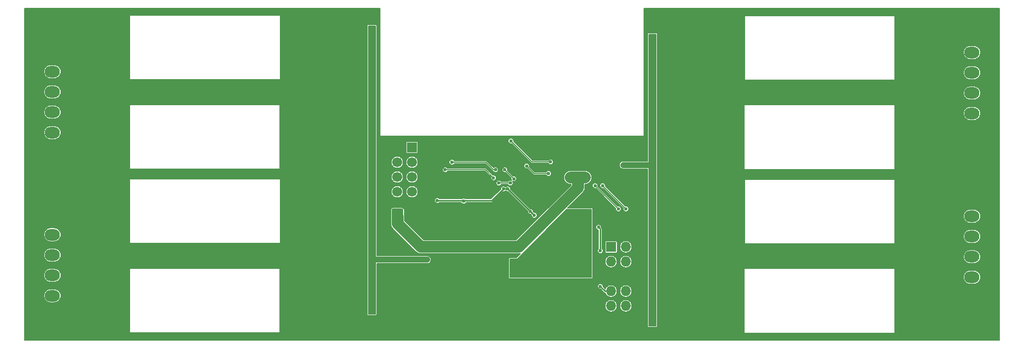
<source format=gbl>
G04 #@! TF.GenerationSoftware,KiCad,Pcbnew,5.1.5*
G04 #@! TF.CreationDate,2020-04-05T15:42:04+02:00*
G04 #@! TF.ProjectId,HB-LC-DimPWM-PCB,48422d4c-432d-4446-996d-50574d2d5043,rev?*
G04 #@! TF.SameCoordinates,Original*
G04 #@! TF.FileFunction,Copper,L2,Bot*
G04 #@! TF.FilePolarity,Positive*
%FSLAX46Y46*%
G04 Gerber Fmt 4.6, Leading zero omitted, Abs format (unit mm)*
G04 Created by KiCad (PCBNEW 5.1.5) date 2020-04-05 15:42:04*
%MOMM*%
%LPD*%
G04 APERTURE LIST*
%ADD10O,2.000000X2.600000*%
%ADD11C,0.100000*%
%ADD12O,2.600000X2.000000*%
%ADD13C,1.700000*%
%ADD14R,1.700000X1.700000*%
%ADD15R,1.727200X1.727200*%
%ADD16O,1.727200X1.727200*%
%ADD17C,0.600000*%
%ADD18C,0.250000*%
%ADD19C,2.000000*%
%ADD20C,0.127000*%
%ADD21C,1.000000*%
G04 APERTURE END LIST*
D10*
X156700000Y-98000000D03*
G04 #@! TA.AperFunction,ComponentPad*
D11*
G36*
X153974504Y-96701204D02*
G01*
X153998773Y-96704804D01*
X154022571Y-96710765D01*
X154045671Y-96719030D01*
X154067849Y-96729520D01*
X154088893Y-96742133D01*
X154108598Y-96756747D01*
X154126777Y-96773223D01*
X154143253Y-96791402D01*
X154157867Y-96811107D01*
X154170480Y-96832151D01*
X154180970Y-96854329D01*
X154189235Y-96877429D01*
X154195196Y-96901227D01*
X154198796Y-96925496D01*
X154200000Y-96950000D01*
X154200000Y-99050000D01*
X154198796Y-99074504D01*
X154195196Y-99098773D01*
X154189235Y-99122571D01*
X154180970Y-99145671D01*
X154170480Y-99167849D01*
X154157867Y-99188893D01*
X154143253Y-99208598D01*
X154126777Y-99226777D01*
X154108598Y-99243253D01*
X154088893Y-99257867D01*
X154067849Y-99270480D01*
X154045671Y-99280970D01*
X154022571Y-99289235D01*
X153998773Y-99295196D01*
X153974504Y-99298796D01*
X153950000Y-99300000D01*
X152450000Y-99300000D01*
X152425496Y-99298796D01*
X152401227Y-99295196D01*
X152377429Y-99289235D01*
X152354329Y-99280970D01*
X152332151Y-99270480D01*
X152311107Y-99257867D01*
X152291402Y-99243253D01*
X152273223Y-99226777D01*
X152256747Y-99208598D01*
X152242133Y-99188893D01*
X152229520Y-99167849D01*
X152219030Y-99145671D01*
X152210765Y-99122571D01*
X152204804Y-99098773D01*
X152201204Y-99074504D01*
X152200000Y-99050000D01*
X152200000Y-96950000D01*
X152201204Y-96925496D01*
X152204804Y-96901227D01*
X152210765Y-96877429D01*
X152219030Y-96854329D01*
X152229520Y-96832151D01*
X152242133Y-96811107D01*
X152256747Y-96791402D01*
X152273223Y-96773223D01*
X152291402Y-96756747D01*
X152311107Y-96742133D01*
X152332151Y-96729520D01*
X152354329Y-96719030D01*
X152377429Y-96710765D01*
X152401227Y-96704804D01*
X152425496Y-96701204D01*
X152450000Y-96700000D01*
X153950000Y-96700000D01*
X153974504Y-96701204D01*
G37*
G04 #@! TD.AperFunction*
D12*
X93900000Y-111700000D03*
X93900000Y-108200000D03*
X93900000Y-104700000D03*
X93900000Y-101200000D03*
G04 #@! TA.AperFunction,ComponentPad*
D11*
G36*
X94974504Y-96701204D02*
G01*
X94998773Y-96704804D01*
X95022571Y-96710765D01*
X95045671Y-96719030D01*
X95067849Y-96729520D01*
X95088893Y-96742133D01*
X95108598Y-96756747D01*
X95126777Y-96773223D01*
X95143253Y-96791402D01*
X95157867Y-96811107D01*
X95170480Y-96832151D01*
X95180970Y-96854329D01*
X95189235Y-96877429D01*
X95195196Y-96901227D01*
X95198796Y-96925496D01*
X95200000Y-96950000D01*
X95200000Y-98450000D01*
X95198796Y-98474504D01*
X95195196Y-98498773D01*
X95189235Y-98522571D01*
X95180970Y-98545671D01*
X95170480Y-98567849D01*
X95157867Y-98588893D01*
X95143253Y-98608598D01*
X95126777Y-98626777D01*
X95108598Y-98643253D01*
X95088893Y-98657867D01*
X95067849Y-98670480D01*
X95045671Y-98680970D01*
X95022571Y-98689235D01*
X94998773Y-98695196D01*
X94974504Y-98698796D01*
X94950000Y-98700000D01*
X92850000Y-98700000D01*
X92825496Y-98698796D01*
X92801227Y-98695196D01*
X92777429Y-98689235D01*
X92754329Y-98680970D01*
X92732151Y-98670480D01*
X92711107Y-98657867D01*
X92691402Y-98643253D01*
X92673223Y-98626777D01*
X92656747Y-98608598D01*
X92642133Y-98588893D01*
X92629520Y-98567849D01*
X92619030Y-98545671D01*
X92610765Y-98522571D01*
X92604804Y-98498773D01*
X92601204Y-98474504D01*
X92600000Y-98450000D01*
X92600000Y-96950000D01*
X92601204Y-96925496D01*
X92604804Y-96901227D01*
X92610765Y-96877429D01*
X92619030Y-96854329D01*
X92629520Y-96832151D01*
X92642133Y-96811107D01*
X92656747Y-96791402D01*
X92673223Y-96773223D01*
X92691402Y-96756747D01*
X92711107Y-96742133D01*
X92732151Y-96729520D01*
X92754329Y-96719030D01*
X92777429Y-96710765D01*
X92801227Y-96704804D01*
X92825496Y-96701204D01*
X92850000Y-96700000D01*
X94950000Y-96700000D01*
X94974504Y-96701204D01*
G37*
G04 #@! TD.AperFunction*
D12*
X93900000Y-83600000D03*
X93900000Y-80100000D03*
X93900000Y-76600000D03*
X93900000Y-73100000D03*
G04 #@! TA.AperFunction,ComponentPad*
D11*
G36*
X94974504Y-68601204D02*
G01*
X94998773Y-68604804D01*
X95022571Y-68610765D01*
X95045671Y-68619030D01*
X95067849Y-68629520D01*
X95088893Y-68642133D01*
X95108598Y-68656747D01*
X95126777Y-68673223D01*
X95143253Y-68691402D01*
X95157867Y-68711107D01*
X95170480Y-68732151D01*
X95180970Y-68754329D01*
X95189235Y-68777429D01*
X95195196Y-68801227D01*
X95198796Y-68825496D01*
X95200000Y-68850000D01*
X95200000Y-70350000D01*
X95198796Y-70374504D01*
X95195196Y-70398773D01*
X95189235Y-70422571D01*
X95180970Y-70445671D01*
X95170480Y-70467849D01*
X95157867Y-70488893D01*
X95143253Y-70508598D01*
X95126777Y-70526777D01*
X95108598Y-70543253D01*
X95088893Y-70557867D01*
X95067849Y-70570480D01*
X95045671Y-70580970D01*
X95022571Y-70589235D01*
X94998773Y-70595196D01*
X94974504Y-70598796D01*
X94950000Y-70600000D01*
X92850000Y-70600000D01*
X92825496Y-70598796D01*
X92801227Y-70595196D01*
X92777429Y-70589235D01*
X92754329Y-70580970D01*
X92732151Y-70570480D01*
X92711107Y-70557867D01*
X92691402Y-70543253D01*
X92673223Y-70526777D01*
X92656747Y-70508598D01*
X92642133Y-70488893D01*
X92629520Y-70467849D01*
X92619030Y-70445671D01*
X92610765Y-70422571D01*
X92604804Y-70398773D01*
X92601204Y-70374504D01*
X92600000Y-70350000D01*
X92600000Y-68850000D01*
X92601204Y-68825496D01*
X92604804Y-68801227D01*
X92610765Y-68777429D01*
X92619030Y-68754329D01*
X92629520Y-68732151D01*
X92642133Y-68711107D01*
X92656747Y-68691402D01*
X92673223Y-68673223D01*
X92691402Y-68656747D01*
X92711107Y-68642133D01*
X92732151Y-68629520D01*
X92754329Y-68619030D01*
X92777429Y-68610765D01*
X92801227Y-68604804D01*
X92825496Y-68601204D01*
X92850000Y-68600000D01*
X94950000Y-68600000D01*
X94974504Y-68601204D01*
G37*
G04 #@! TD.AperFunction*
D12*
X251900000Y-98000000D03*
X251900000Y-101500000D03*
X251900000Y-105000000D03*
X251900000Y-108500000D03*
G04 #@! TA.AperFunction,ComponentPad*
D11*
G36*
X252974504Y-111001204D02*
G01*
X252998773Y-111004804D01*
X253022571Y-111010765D01*
X253045671Y-111019030D01*
X253067849Y-111029520D01*
X253088893Y-111042133D01*
X253108598Y-111056747D01*
X253126777Y-111073223D01*
X253143253Y-111091402D01*
X253157867Y-111111107D01*
X253170480Y-111132151D01*
X253180970Y-111154329D01*
X253189235Y-111177429D01*
X253195196Y-111201227D01*
X253198796Y-111225496D01*
X253200000Y-111250000D01*
X253200000Y-112750000D01*
X253198796Y-112774504D01*
X253195196Y-112798773D01*
X253189235Y-112822571D01*
X253180970Y-112845671D01*
X253170480Y-112867849D01*
X253157867Y-112888893D01*
X253143253Y-112908598D01*
X253126777Y-112926777D01*
X253108598Y-112943253D01*
X253088893Y-112957867D01*
X253067849Y-112970480D01*
X253045671Y-112980970D01*
X253022571Y-112989235D01*
X252998773Y-112995196D01*
X252974504Y-112998796D01*
X252950000Y-113000000D01*
X250850000Y-113000000D01*
X250825496Y-112998796D01*
X250801227Y-112995196D01*
X250777429Y-112989235D01*
X250754329Y-112980970D01*
X250732151Y-112970480D01*
X250711107Y-112957867D01*
X250691402Y-112943253D01*
X250673223Y-112926777D01*
X250656747Y-112908598D01*
X250642133Y-112888893D01*
X250629520Y-112867849D01*
X250619030Y-112845671D01*
X250610765Y-112822571D01*
X250604804Y-112798773D01*
X250601204Y-112774504D01*
X250600000Y-112750000D01*
X250600000Y-111250000D01*
X250601204Y-111225496D01*
X250604804Y-111201227D01*
X250610765Y-111177429D01*
X250619030Y-111154329D01*
X250629520Y-111132151D01*
X250642133Y-111111107D01*
X250656747Y-111091402D01*
X250673223Y-111073223D01*
X250691402Y-111056747D01*
X250711107Y-111042133D01*
X250732151Y-111029520D01*
X250754329Y-111019030D01*
X250777429Y-111010765D01*
X250801227Y-111004804D01*
X250825496Y-111001204D01*
X250850000Y-111000000D01*
X252950000Y-111000000D01*
X252974504Y-111001204D01*
G37*
G04 #@! TD.AperFunction*
D12*
X251900000Y-69800000D03*
X251900000Y-73300000D03*
X251900000Y-76800000D03*
X251900000Y-80300000D03*
G04 #@! TA.AperFunction,ComponentPad*
D11*
G36*
X252974504Y-82801204D02*
G01*
X252998773Y-82804804D01*
X253022571Y-82810765D01*
X253045671Y-82819030D01*
X253067849Y-82829520D01*
X253088893Y-82842133D01*
X253108598Y-82856747D01*
X253126777Y-82873223D01*
X253143253Y-82891402D01*
X253157867Y-82911107D01*
X253170480Y-82932151D01*
X253180970Y-82954329D01*
X253189235Y-82977429D01*
X253195196Y-83001227D01*
X253198796Y-83025496D01*
X253200000Y-83050000D01*
X253200000Y-84550000D01*
X253198796Y-84574504D01*
X253195196Y-84598773D01*
X253189235Y-84622571D01*
X253180970Y-84645671D01*
X253170480Y-84667849D01*
X253157867Y-84688893D01*
X253143253Y-84708598D01*
X253126777Y-84726777D01*
X253108598Y-84743253D01*
X253088893Y-84757867D01*
X253067849Y-84770480D01*
X253045671Y-84780970D01*
X253022571Y-84789235D01*
X252998773Y-84795196D01*
X252974504Y-84798796D01*
X252950000Y-84800000D01*
X250850000Y-84800000D01*
X250825496Y-84798796D01*
X250801227Y-84795196D01*
X250777429Y-84789235D01*
X250754329Y-84780970D01*
X250732151Y-84770480D01*
X250711107Y-84757867D01*
X250691402Y-84743253D01*
X250673223Y-84726777D01*
X250656747Y-84708598D01*
X250642133Y-84688893D01*
X250629520Y-84667849D01*
X250619030Y-84645671D01*
X250610765Y-84622571D01*
X250604804Y-84598773D01*
X250601204Y-84574504D01*
X250600000Y-84550000D01*
X250600000Y-83050000D01*
X250601204Y-83025496D01*
X250604804Y-83001227D01*
X250610765Y-82977429D01*
X250619030Y-82954329D01*
X250629520Y-82932151D01*
X250642133Y-82911107D01*
X250656747Y-82891402D01*
X250673223Y-82873223D01*
X250691402Y-82856747D01*
X250711107Y-82842133D01*
X250732151Y-82829520D01*
X250754329Y-82819030D01*
X250777429Y-82810765D01*
X250801227Y-82804804D01*
X250825496Y-82801204D01*
X250850000Y-82800000D01*
X252950000Y-82800000D01*
X252974504Y-82801204D01*
G37*
G04 #@! TD.AperFunction*
D13*
X153165000Y-93795000D03*
X155705000Y-93795000D03*
X153165000Y-91255000D03*
X155705000Y-91255000D03*
X153165000Y-88715000D03*
X155705000Y-88715000D03*
X153165000Y-86175000D03*
D14*
X155705000Y-86175000D03*
D15*
X189900000Y-103300000D03*
D16*
X192440000Y-103300000D03*
X189900000Y-105840000D03*
X192440000Y-105840000D03*
X189900000Y-108380000D03*
X192440000Y-108380000D03*
X189900000Y-110920000D03*
X192440000Y-110920000D03*
X189900000Y-113460000D03*
X192440000Y-113460000D03*
D17*
X194900000Y-93400000D03*
X159600000Y-109400000D03*
X159600000Y-107600000D03*
X159600000Y-108500000D03*
X160900000Y-109400000D03*
X154650000Y-104500000D03*
X155650000Y-104500000D03*
X151650000Y-104500000D03*
X153650000Y-104500000D03*
X152650000Y-104500000D03*
X167150000Y-105550000D03*
X168050000Y-105550000D03*
X165350000Y-105550000D03*
X166250000Y-105550000D03*
X165350000Y-101050000D03*
X166250000Y-101050000D03*
X147650000Y-68850000D03*
X149950000Y-70700000D03*
X147650000Y-70450000D03*
X147650000Y-69650000D03*
X147650000Y-75650000D03*
X149950000Y-77500000D03*
X147650000Y-77250000D03*
X147650000Y-76450000D03*
X147700000Y-82500000D03*
X149950000Y-84350000D03*
X147700000Y-84100000D03*
X147700000Y-83300000D03*
X147650000Y-90250000D03*
X147650000Y-91850000D03*
X147650000Y-91050000D03*
X147650000Y-97050000D03*
X147650000Y-98650000D03*
X147650000Y-97850000D03*
X147650000Y-103850000D03*
X149950000Y-104500000D03*
X147650000Y-105450000D03*
X147650000Y-104650000D03*
X198100000Y-70400000D03*
X195850000Y-68500000D03*
X195850000Y-67800000D03*
X198100000Y-69700000D03*
X195850000Y-69200000D03*
X198150000Y-77250000D03*
X195900000Y-75350000D03*
X198150000Y-75850000D03*
X195900000Y-74650000D03*
X198150000Y-76550000D03*
X195900000Y-76050000D03*
X198150000Y-84050000D03*
X195900000Y-82150000D03*
X198150000Y-82650000D03*
X195900000Y-81450000D03*
X198150000Y-83350000D03*
X195900000Y-82850000D03*
X198100000Y-98600000D03*
X198100000Y-97900000D03*
X198150000Y-90850000D03*
X198150000Y-89450000D03*
X195900000Y-88250000D03*
X198150000Y-90150000D03*
X198150000Y-105450000D03*
X195900000Y-103550000D03*
X198150000Y-104050000D03*
X195900000Y-102850000D03*
X198150000Y-104750000D03*
X195900000Y-104250000D03*
X138100000Y-90400000D03*
X138100000Y-91400000D03*
X137400000Y-90400000D03*
X137400000Y-91400000D03*
X207700000Y-91100000D03*
X208400000Y-91100000D03*
X149950000Y-101600000D03*
X149940000Y-95500000D03*
X149900000Y-109100000D03*
X149940000Y-94800000D03*
X149950000Y-102300000D03*
X149900000Y-115950000D03*
X149900000Y-108400000D03*
X149900000Y-115250000D03*
X149900000Y-73400000D03*
X149900000Y-67300000D03*
X149900000Y-80900000D03*
X149900000Y-66600000D03*
X149900000Y-74100000D03*
X149950000Y-87750000D03*
X149900000Y-80200000D03*
X149950000Y-87050000D03*
X195900000Y-108150000D03*
X195900000Y-114250000D03*
X195900000Y-100650000D03*
X195900000Y-114950000D03*
X195900000Y-107450000D03*
X195900000Y-93800000D03*
X195900000Y-101350000D03*
X195900000Y-94500000D03*
X208300000Y-65300000D03*
X207000000Y-64700000D03*
X207000000Y-63500000D03*
X207600000Y-65300000D03*
X208400000Y-90100000D03*
X195900000Y-86750000D03*
X195900000Y-86050000D03*
X195900000Y-79950000D03*
X195900000Y-79250000D03*
X195910000Y-73150000D03*
X195910000Y-72450000D03*
X207000000Y-66400000D03*
X208250000Y-66400000D03*
X207000000Y-67650000D03*
X208250000Y-67650000D03*
X207000000Y-68900000D03*
X208250000Y-68900000D03*
X207100000Y-71900000D03*
X208350000Y-71900000D03*
X207100000Y-73150000D03*
X208350000Y-73150000D03*
X207100000Y-74400000D03*
X208350000Y-74400000D03*
X207100000Y-77400000D03*
X208350000Y-77400000D03*
X207100000Y-78650000D03*
X208350000Y-78650000D03*
X207100000Y-79900000D03*
X208350000Y-79900000D03*
X207100000Y-83000000D03*
X208350000Y-83000000D03*
X207100000Y-84250000D03*
X208350000Y-84250000D03*
X207100000Y-85500000D03*
X208350000Y-85500000D03*
X216500000Y-77800000D03*
X218800000Y-77800000D03*
X217700000Y-77800000D03*
X220900000Y-74900000D03*
X216500000Y-74900000D03*
X217700000Y-74900000D03*
X218800000Y-74900000D03*
X218800000Y-76800000D03*
X219900000Y-74900000D03*
X223300000Y-76100000D03*
X224650000Y-76100000D03*
X226000000Y-76100000D03*
X223300000Y-77300000D03*
X224650000Y-77300000D03*
X226000000Y-77300000D03*
X231600000Y-76100000D03*
X232600000Y-76100000D03*
X233600000Y-76100000D03*
X231600000Y-77300000D03*
X232600000Y-77300000D03*
X233600000Y-77300000D03*
X200900000Y-67300000D03*
X200800000Y-74100000D03*
X200900000Y-80900000D03*
X200900000Y-87700000D03*
X199900000Y-84700000D03*
X199900000Y-77900000D03*
X199900000Y-71100000D03*
X199900000Y-64300000D03*
X198900000Y-66700000D03*
X198900000Y-73500000D03*
X198900000Y-80300000D03*
X198900000Y-87100000D03*
X201600000Y-84500000D03*
X201600000Y-77700000D03*
X201600000Y-70900000D03*
X201600000Y-64100000D03*
X195900000Y-66300000D03*
X195900000Y-65600000D03*
X251700000Y-87700000D03*
X254700000Y-87700000D03*
X251700000Y-88700000D03*
X254700000Y-88700000D03*
X251700000Y-89700000D03*
X254700000Y-89700000D03*
X251700000Y-90700000D03*
X252700000Y-90700000D03*
X253700000Y-90700000D03*
X254700000Y-90700000D03*
X251700000Y-65500000D03*
X254700000Y-65500000D03*
X251700000Y-64500000D03*
X254700000Y-64500000D03*
X251700000Y-63500000D03*
X254700000Y-63500000D03*
X218800000Y-75900000D03*
X207700000Y-90100000D03*
X207100000Y-89500000D03*
X207100000Y-88300000D03*
X207700000Y-87700000D03*
X208400000Y-87700000D03*
X199900000Y-76600000D03*
X199900000Y-69800000D03*
X199900000Y-83400000D03*
X208400000Y-93500000D03*
X207000000Y-92900000D03*
X207000000Y-91700000D03*
X207700000Y-93500000D03*
X207000000Y-94600000D03*
X208250000Y-94600000D03*
X207000000Y-95850000D03*
X208250000Y-95850000D03*
X207000000Y-97100000D03*
X208250000Y-97100000D03*
X207100000Y-100100000D03*
X208350000Y-100100000D03*
X207100000Y-101350000D03*
X208350000Y-101350000D03*
X207100000Y-102600000D03*
X208350000Y-102600000D03*
X207100000Y-105600000D03*
X208350000Y-105600000D03*
X207100000Y-106850000D03*
X208350000Y-106850000D03*
X207100000Y-108100000D03*
X208350000Y-108100000D03*
X207100000Y-111200000D03*
X208350000Y-111200000D03*
X207100000Y-112450000D03*
X208350000Y-112450000D03*
X207100000Y-113700000D03*
X208350000Y-113700000D03*
X216500000Y-106000000D03*
X218800000Y-106000000D03*
X217700000Y-106000000D03*
X220900000Y-103100000D03*
X216500000Y-103100000D03*
X217700000Y-103100000D03*
X218800000Y-103100000D03*
X218800000Y-105000000D03*
X219900000Y-103100000D03*
X223300000Y-104300000D03*
X224650000Y-104300000D03*
X226000000Y-104300000D03*
X223300000Y-105500000D03*
X224650000Y-105500000D03*
X226000000Y-105500000D03*
X231600000Y-104300000D03*
X232600000Y-104300000D03*
X233600000Y-104300000D03*
X231600000Y-105500000D03*
X232600000Y-105500000D03*
X233600000Y-105500000D03*
X200900000Y-95500000D03*
X200800000Y-102300000D03*
X200900000Y-109100000D03*
X200900000Y-115900000D03*
X199900000Y-112900000D03*
X199900000Y-106100000D03*
X199900000Y-99300000D03*
X199900000Y-92500000D03*
X198900000Y-94900000D03*
X198900000Y-101700000D03*
X198900000Y-108500000D03*
X198900000Y-115300000D03*
X201600000Y-112700000D03*
X201600000Y-105900000D03*
X201600000Y-99100000D03*
X201600000Y-92300000D03*
X251700000Y-115900000D03*
X254700000Y-115900000D03*
X251700000Y-116900000D03*
X254700000Y-116900000D03*
X251700000Y-117900000D03*
X254700000Y-117900000D03*
X251700000Y-93700000D03*
X254700000Y-93700000D03*
X251700000Y-92700000D03*
X254700000Y-92700000D03*
X251700000Y-91700000D03*
X254700000Y-91700000D03*
X218800000Y-104100000D03*
X207100000Y-117700000D03*
X207100000Y-116500000D03*
X207700000Y-115900000D03*
X208400000Y-115900000D03*
X199900000Y-104800000D03*
X199900000Y-98000000D03*
X199900000Y-111600000D03*
X137500000Y-88050000D03*
X138800000Y-88650000D03*
X138800000Y-89850000D03*
X138200000Y-88050000D03*
X138800000Y-86950000D03*
X137550000Y-86950000D03*
X138800000Y-85700000D03*
X137550000Y-85700000D03*
X138800000Y-84450000D03*
X137550000Y-84450000D03*
X138700000Y-81450000D03*
X137450000Y-81450000D03*
X138700000Y-80200000D03*
X137450000Y-80200000D03*
X138700000Y-78950000D03*
X137450000Y-78950000D03*
X138700000Y-75950000D03*
X137450000Y-75950000D03*
X138700000Y-74700000D03*
X137450000Y-74700000D03*
X138700000Y-73450000D03*
X137450000Y-73450000D03*
X138700000Y-70350000D03*
X137450000Y-70350000D03*
X138700000Y-69100000D03*
X137450000Y-69100000D03*
X138700000Y-67850000D03*
X137450000Y-67850000D03*
X129300000Y-75550000D03*
X127000000Y-75550000D03*
X128100000Y-75550000D03*
X124900000Y-78450000D03*
X129300000Y-78450000D03*
X128100000Y-78450000D03*
X127000000Y-78450000D03*
X127000000Y-76550000D03*
X125900000Y-78450000D03*
X122500000Y-77250000D03*
X121150000Y-77250000D03*
X119800000Y-77250000D03*
X122500000Y-76050000D03*
X121150000Y-76050000D03*
X119800000Y-76050000D03*
X114200000Y-77250000D03*
X113200000Y-77250000D03*
X112200000Y-77250000D03*
X114200000Y-76050000D03*
X113200000Y-76050000D03*
X112200000Y-76050000D03*
X144900000Y-86050000D03*
X145000000Y-79250000D03*
X144900000Y-72450000D03*
X144900000Y-65650000D03*
X145900000Y-68650000D03*
X145900000Y-75450000D03*
X145900000Y-82250000D03*
X145900000Y-89050000D03*
X146900000Y-86650000D03*
X146900000Y-79850000D03*
X146900000Y-73050000D03*
X146900000Y-66250000D03*
X144200000Y-68850000D03*
X144200000Y-75650000D03*
X144200000Y-82450000D03*
X144200000Y-89250000D03*
X94100000Y-65650000D03*
X91100000Y-65650000D03*
X94100000Y-64650000D03*
X91100000Y-64650000D03*
X94100000Y-63650000D03*
X91100000Y-63650000D03*
X94100000Y-87850000D03*
X91100000Y-87850000D03*
X94100000Y-88850000D03*
X91100000Y-88850000D03*
X94100000Y-89850000D03*
X91100000Y-89850000D03*
X127000000Y-77450000D03*
X138700000Y-63850000D03*
X138700000Y-65050000D03*
X138100000Y-65650000D03*
X137400000Y-65650000D03*
X145900000Y-76750000D03*
X145900000Y-83550000D03*
X145900000Y-69950000D03*
X137500000Y-116250000D03*
X138800000Y-116850000D03*
X138800000Y-118050000D03*
X138200000Y-116250000D03*
X138800000Y-115150000D03*
X137550000Y-115150000D03*
X138800000Y-113900000D03*
X137550000Y-113900000D03*
X138800000Y-112650000D03*
X137550000Y-112650000D03*
X138700000Y-109650000D03*
X137450000Y-109650000D03*
X138700000Y-108400000D03*
X137450000Y-108400000D03*
X138700000Y-107150000D03*
X137450000Y-107150000D03*
X138700000Y-104150000D03*
X137450000Y-104150000D03*
X138700000Y-102900000D03*
X137450000Y-102900000D03*
X138700000Y-101650000D03*
X137450000Y-101650000D03*
X138700000Y-98550000D03*
X137450000Y-98550000D03*
X138700000Y-97300000D03*
X137450000Y-97300000D03*
X138700000Y-96050000D03*
X137450000Y-96050000D03*
X129300000Y-103750000D03*
X127000000Y-103750000D03*
X128100000Y-103750000D03*
X124900000Y-106650000D03*
X129300000Y-106650000D03*
X128100000Y-106650000D03*
X127000000Y-106650000D03*
X127000000Y-104750000D03*
X125900000Y-106650000D03*
X122500000Y-105450000D03*
X121150000Y-105450000D03*
X119800000Y-105450000D03*
X122500000Y-104250000D03*
X121150000Y-104250000D03*
X119800000Y-104250000D03*
X114200000Y-105450000D03*
X113200000Y-105450000D03*
X112200000Y-105450000D03*
X114200000Y-104250000D03*
X113200000Y-104250000D03*
X112200000Y-104250000D03*
X144900000Y-114250000D03*
X145000000Y-107450000D03*
X144900000Y-100650000D03*
X144900000Y-93850000D03*
X145900000Y-96850000D03*
X145900000Y-103650000D03*
X145900000Y-110450000D03*
X145900000Y-117250000D03*
X146900000Y-114850000D03*
X146900000Y-108050000D03*
X146900000Y-101250000D03*
X146900000Y-94450000D03*
X144200000Y-97050000D03*
X144200000Y-103850000D03*
X144200000Y-110650000D03*
X144200000Y-117450000D03*
X94100000Y-93850000D03*
X91100000Y-93850000D03*
X94100000Y-92850000D03*
X91100000Y-92850000D03*
X94100000Y-91850000D03*
X91100000Y-91850000D03*
X94100000Y-116050000D03*
X91100000Y-116050000D03*
X94100000Y-117050000D03*
X91100000Y-117050000D03*
X94100000Y-118050000D03*
X91100000Y-118050000D03*
X127000000Y-105650000D03*
X138700000Y-92050000D03*
X138700000Y-93250000D03*
X138100000Y-93850000D03*
X137400000Y-93850000D03*
X145900000Y-104950000D03*
X145900000Y-111750000D03*
X145900000Y-98150000D03*
X94100000Y-90800000D03*
X91100000Y-90800000D03*
X93100000Y-90800000D03*
X92100000Y-90800000D03*
X177100000Y-94500000D03*
X178700000Y-95800000D03*
X178110000Y-86780000D03*
X178960000Y-86200000D03*
X177300000Y-87400000D03*
X172900000Y-95600000D03*
X169800000Y-96900000D03*
X170200000Y-95900000D03*
X169100000Y-86600000D03*
X167600000Y-87900000D03*
X151100000Y-84700000D03*
X149900000Y-82600000D03*
X149900000Y-75800000D03*
X149900000Y-68900000D03*
X174000000Y-90100000D03*
X172800000Y-90100000D03*
X172000000Y-91300000D03*
X170800000Y-91300000D03*
X177900000Y-95100000D03*
X167800000Y-85600000D03*
X172600000Y-94600000D03*
X172050000Y-94100000D03*
X173550000Y-93800000D03*
X173000000Y-93250000D03*
X175050000Y-92800000D03*
X175450000Y-95800000D03*
X171950000Y-97300000D03*
X191200000Y-90650000D03*
X195900000Y-90150000D03*
X193900000Y-93400000D03*
X195900000Y-83850000D03*
X149950000Y-89400000D03*
X149950000Y-90400000D03*
X149950000Y-91400000D03*
X149950000Y-92400000D03*
X146900000Y-88700000D03*
X146900000Y-90850000D03*
X145950000Y-91500000D03*
X145950000Y-90250000D03*
X144700000Y-91500000D03*
X144700000Y-90250000D03*
X146900000Y-102200000D03*
X151100000Y-110900000D03*
X195900000Y-91000000D03*
X199000000Y-90700000D03*
X199900000Y-90000000D03*
X199900000Y-91300000D03*
X183200000Y-96300000D03*
X172000000Y-104800000D03*
X180300000Y-109050000D03*
X179500000Y-109050000D03*
X178700000Y-109050000D03*
X177900000Y-109050000D03*
X180500000Y-113150000D03*
X177000000Y-116600000D03*
X176500000Y-114300000D03*
X180300000Y-110500000D03*
X171000000Y-114450000D03*
X169000000Y-114450000D03*
X171050000Y-105200000D03*
X168950000Y-105200000D03*
X176000000Y-96300000D03*
X185700000Y-93400000D03*
X186600000Y-93400000D03*
X185750000Y-96300000D03*
X186600000Y-96300000D03*
X191800000Y-102150000D03*
X191800000Y-97350000D03*
X193650000Y-96450000D03*
X193750000Y-104600000D03*
X193750000Y-107150000D03*
X193750000Y-109650000D03*
X194850000Y-104750000D03*
X195550000Y-98700000D03*
X150450000Y-100650000D03*
X149950000Y-97200000D03*
X151200000Y-99600000D03*
X159000000Y-99600000D03*
X152650000Y-102400000D03*
X153400000Y-102400000D03*
X154100000Y-102400000D03*
X161100000Y-97500000D03*
X162700000Y-95900000D03*
X164050000Y-93800000D03*
X164850000Y-93750000D03*
X167600000Y-93000000D03*
X192150000Y-84500000D03*
X165850000Y-85450000D03*
X159200000Y-85400000D03*
X187050000Y-102250000D03*
X187050000Y-103100000D03*
X187050000Y-103950000D03*
X195900000Y-111050000D03*
X195900000Y-110350000D03*
X195900000Y-109650000D03*
X198150000Y-110850000D03*
X198150000Y-111550000D03*
X198150000Y-112250000D03*
X147700000Y-112300000D03*
X147700000Y-111500000D03*
X147700000Y-110700000D03*
X150000000Y-110950000D03*
X150000000Y-111750000D03*
X150000000Y-112550000D03*
X149950000Y-100200000D03*
X149950000Y-85150000D03*
X149950000Y-85950000D03*
X149950000Y-71350000D03*
X149950000Y-106500000D03*
X149900000Y-117650000D03*
X149900000Y-118350000D03*
X168050000Y-101850000D03*
X167150000Y-101850000D03*
X166250000Y-101850000D03*
X165350000Y-101850000D03*
X165350000Y-104750000D03*
X166250000Y-104750000D03*
X167150000Y-104750000D03*
X168050000Y-104750000D03*
X167150000Y-101050000D03*
X168050000Y-101050000D03*
X151650000Y-106500000D03*
X152650000Y-106500000D03*
X153650000Y-106500000D03*
X154650000Y-106500000D03*
X155650000Y-106500000D03*
X163100000Y-99800000D03*
X161050000Y-101800000D03*
X187800000Y-92250000D03*
X179100000Y-89450000D03*
X179800000Y-85550000D03*
X175850000Y-85900000D03*
X191900000Y-85600000D03*
X193350000Y-86500000D03*
X194300000Y-88250000D03*
X189950000Y-88400000D03*
X187400000Y-88400000D03*
X188850000Y-89850000D03*
X186400000Y-89200000D03*
X182450000Y-92750000D03*
X171950000Y-101800000D03*
X172800000Y-86700000D03*
X174000000Y-88700000D03*
X175300000Y-90100000D03*
X168000000Y-90700000D03*
X162200000Y-109400000D03*
X162200000Y-108500000D03*
X162200000Y-107600000D03*
X192900000Y-93400000D03*
X191900000Y-93400000D03*
X190900000Y-93400000D03*
X198150000Y-91550000D03*
X198150000Y-92250000D03*
X195900000Y-91850000D03*
X91600000Y-62600000D03*
X93600000Y-62600000D03*
X95600000Y-62600000D03*
X97600000Y-62600000D03*
X99600000Y-62600000D03*
X101600000Y-62600000D03*
X103600000Y-62600000D03*
X105600000Y-62600000D03*
X107600000Y-62600000D03*
X109600000Y-62600000D03*
X111600000Y-62600000D03*
X113600000Y-62600000D03*
X115600000Y-62600000D03*
X117600000Y-62600000D03*
X119600000Y-62600000D03*
X121600000Y-62600000D03*
X123600000Y-62600000D03*
X125600000Y-62600000D03*
X127600000Y-62600000D03*
X129600000Y-62600000D03*
X131600000Y-62600000D03*
X133600000Y-62600000D03*
X135600000Y-62600000D03*
X137600000Y-62600000D03*
X139600000Y-62600000D03*
X141600000Y-62600000D03*
X143600000Y-62600000D03*
X145600000Y-62600000D03*
X147600000Y-62600000D03*
X149600000Y-62600000D03*
X196100000Y-62700000D03*
X198100000Y-62700000D03*
X200100000Y-62700000D03*
X202100000Y-62700000D03*
X204100000Y-62700000D03*
X206100000Y-62700000D03*
X208100000Y-62700000D03*
X210100000Y-62700000D03*
X212100000Y-62700000D03*
X214100000Y-62700000D03*
X216100000Y-62700000D03*
X218100000Y-62700000D03*
X220100000Y-62700000D03*
X222100000Y-62700000D03*
X224100000Y-62700000D03*
X226100000Y-62700000D03*
X228100000Y-62700000D03*
X230100000Y-62700000D03*
X232100000Y-62700000D03*
X234100000Y-62700000D03*
X236100000Y-62700000D03*
X238100000Y-62700000D03*
X240100000Y-62700000D03*
X242100000Y-62700000D03*
X244100000Y-62700000D03*
X246100000Y-62700000D03*
X248100000Y-62700000D03*
X250100000Y-62700000D03*
X252100000Y-62700000D03*
X254200000Y-62700000D03*
X256400000Y-62700000D03*
X89600000Y-118900000D03*
X89600000Y-116890000D03*
X89600000Y-114880000D03*
X89600000Y-112870000D03*
X89600000Y-110860000D03*
X89600000Y-108850000D03*
X89600000Y-106840000D03*
X89600000Y-104830000D03*
X89600000Y-102820000D03*
X89600000Y-100810000D03*
X89600000Y-98800000D03*
X89600000Y-96790000D03*
X89600000Y-94780000D03*
X89600000Y-92770000D03*
X89600000Y-90760000D03*
X89600000Y-88750000D03*
X89600000Y-86740000D03*
X89600000Y-84730000D03*
X89600000Y-82720000D03*
X89600000Y-80710000D03*
X89600000Y-78700000D03*
X89600000Y-76690000D03*
X89600000Y-74680000D03*
X89600000Y-72670000D03*
X89600000Y-70660000D03*
X89600000Y-68650000D03*
X89600000Y-66640000D03*
X89600000Y-64630000D03*
X89600000Y-62620000D03*
X91609000Y-118900000D03*
X93618000Y-118900000D03*
X95627000Y-118900000D03*
X97636000Y-118900000D03*
X99645000Y-118900000D03*
X101654000Y-118900000D03*
X103663000Y-118900000D03*
X105672000Y-118900000D03*
X107681000Y-118900000D03*
X109690000Y-118900000D03*
X111699000Y-118900000D03*
X113708000Y-118900000D03*
X115717000Y-118900000D03*
X117726000Y-118900000D03*
X119735000Y-118900000D03*
X121744000Y-118900000D03*
X123753000Y-118900000D03*
X125762000Y-118900000D03*
X127771000Y-118900000D03*
X129780000Y-118900000D03*
X131789000Y-118900000D03*
X133798000Y-118900000D03*
X135807000Y-118900000D03*
X137816000Y-118900000D03*
X139825000Y-118900000D03*
X141834000Y-118900000D03*
X143843000Y-118900000D03*
X145852000Y-118900000D03*
X147861000Y-118900000D03*
X149870000Y-118900000D03*
X151879000Y-118900000D03*
X153888000Y-118900000D03*
X155897000Y-118900000D03*
X157906000Y-118900000D03*
X159915000Y-118900000D03*
X161924000Y-118900000D03*
X163933000Y-118900000D03*
X165942000Y-118900000D03*
X167951000Y-118900000D03*
X169960000Y-118900000D03*
X171969000Y-118900000D03*
X173978000Y-118900000D03*
X175987000Y-118900000D03*
X177996000Y-118900000D03*
X180005000Y-118900000D03*
X182014000Y-118900000D03*
X184023000Y-118900000D03*
X186032000Y-118900000D03*
X188041000Y-118900000D03*
X190050000Y-118900000D03*
X192059000Y-118900000D03*
X194068000Y-118900000D03*
X196077000Y-118900000D03*
X198086000Y-118900000D03*
X200095000Y-118900000D03*
X202104000Y-118900000D03*
X204113000Y-118900000D03*
X206122000Y-118900000D03*
X208131000Y-118900000D03*
X210140000Y-118900000D03*
X212149000Y-118900000D03*
X214158000Y-118900000D03*
X216167000Y-118900000D03*
X218176000Y-118900000D03*
X220185000Y-118900000D03*
X222194000Y-118900000D03*
X224203000Y-118900000D03*
X226212000Y-118900000D03*
X228221000Y-118900000D03*
X230230000Y-118900000D03*
X232239000Y-118900000D03*
X234248000Y-118900000D03*
X236257000Y-118900000D03*
X238266000Y-118900000D03*
X240275000Y-118900000D03*
X242284000Y-118900000D03*
X244293000Y-118900000D03*
X246302000Y-118900000D03*
X248311000Y-118900000D03*
X250320000Y-118900000D03*
X256347000Y-118900000D03*
X254338000Y-118900000D03*
X252329000Y-118900000D03*
X256347000Y-116890000D03*
X256347000Y-114880000D03*
X256347000Y-112870000D03*
X256347000Y-110860000D03*
X256347000Y-108850000D03*
X256347000Y-106840000D03*
X256347000Y-104830000D03*
X256347000Y-102820000D03*
X256347000Y-100810000D03*
X256347000Y-98800000D03*
X256347000Y-96790000D03*
X256347000Y-94780000D03*
X256347000Y-92770000D03*
X256347000Y-90760000D03*
X256347000Y-88750000D03*
X256347000Y-86740000D03*
X256347000Y-84730000D03*
X256347000Y-82720000D03*
X256347000Y-80710000D03*
X256347000Y-78700000D03*
X256347000Y-76690000D03*
X256347000Y-74680000D03*
X256347000Y-72670000D03*
X256347000Y-70660000D03*
X256347000Y-68650000D03*
X256347000Y-66640000D03*
X256347000Y-64630000D03*
X181400000Y-98500000D03*
X182100000Y-98500000D03*
X182100000Y-97800000D03*
X182800000Y-97800000D03*
X182800000Y-97100000D03*
X182800000Y-98500000D03*
X160050000Y-95300000D03*
X164573963Y-95398536D03*
X171400000Y-93300000D03*
X172150000Y-93300000D03*
X176050000Y-97200000D03*
X176700000Y-97850000D03*
X188050000Y-110100000D03*
X188050000Y-103950000D03*
X186300000Y-97100000D03*
X184100000Y-97100000D03*
X172900000Y-105700000D03*
X184100000Y-98500000D03*
X186300000Y-98500000D03*
X186300000Y-101700000D03*
X186300000Y-100100000D03*
X184100000Y-100100000D03*
X184100000Y-101700000D03*
X182000000Y-101700000D03*
X182000000Y-100100000D03*
X179900000Y-100100000D03*
X179900000Y-101700000D03*
X177800000Y-101700000D03*
X181100000Y-104800000D03*
X181100000Y-103500000D03*
X181100000Y-104150000D03*
X187750000Y-99900000D03*
X182950000Y-90700000D03*
X182950000Y-91350000D03*
X182950000Y-92000000D03*
X185400000Y-90700000D03*
X185400000Y-91350000D03*
X185400000Y-92000000D03*
X168800000Y-103300000D03*
X168800000Y-103950000D03*
X168800000Y-102650000D03*
X171250000Y-103300000D03*
X171250000Y-103950000D03*
X171250000Y-102650000D03*
X191150000Y-96750000D03*
X175400000Y-89350000D03*
X187150000Y-92750000D03*
X179150000Y-90650000D03*
X192450000Y-96750000D03*
X172700000Y-85050000D03*
X188450000Y-92750000D03*
X179500000Y-88650000D03*
X173200000Y-91550000D03*
X162550000Y-88700000D03*
X171650000Y-90000000D03*
X170050000Y-90000000D03*
X172600000Y-92300000D03*
X170600000Y-92300000D03*
X169700000Y-91400000D03*
X161400000Y-90000000D03*
X197315000Y-66935000D03*
X196650000Y-67450000D03*
X197315000Y-73785000D03*
X196700000Y-74300000D03*
X197365000Y-80585000D03*
X196700000Y-81100000D03*
X197315000Y-87385000D03*
X196700000Y-87900000D03*
X197265000Y-95135000D03*
X196650000Y-95650000D03*
X197315000Y-101985000D03*
X196700000Y-102500000D03*
X197315000Y-108785000D03*
X196700000Y-109300000D03*
X197300000Y-115585000D03*
X196700000Y-116100000D03*
X193700000Y-89200000D03*
X194550000Y-89200000D03*
X192850000Y-89200000D03*
X192000000Y-89200000D03*
X148435000Y-65965000D03*
X149100000Y-65450000D03*
X148485000Y-72765000D03*
X149100000Y-72250000D03*
X148485000Y-79565000D03*
X149100000Y-79050000D03*
X148535000Y-86415000D03*
X149150000Y-85900000D03*
X148485000Y-94165000D03*
X149100000Y-93650000D03*
X148485000Y-100965000D03*
X149100000Y-100450000D03*
X148485000Y-107765000D03*
X149100000Y-107250000D03*
X148535000Y-114615000D03*
X149150000Y-114100000D03*
X158300000Y-105500000D03*
X157300000Y-105500000D03*
X156300000Y-105500000D03*
X155300000Y-105500000D03*
D18*
X164475427Y-95300000D02*
X164573963Y-95398536D01*
X164200000Y-95300000D02*
X164475427Y-95300000D01*
X169400000Y-95300000D02*
X171400000Y-93300000D01*
X160050000Y-95300000D02*
X164200000Y-95300000D01*
X164200000Y-95300000D02*
X169400000Y-95300000D01*
X172150000Y-93300000D02*
X175850000Y-97000000D01*
X175850000Y-97000000D02*
X176350000Y-97500000D01*
X172150000Y-93300000D02*
X171400000Y-93300000D01*
X176350000Y-97500000D02*
X176700000Y-97850000D01*
X189900000Y-110920000D02*
X188870000Y-110920000D01*
X188870000Y-110920000D02*
X188050000Y-110100000D01*
X188049999Y-100199999D02*
X187750000Y-99900000D01*
X188050000Y-103950000D02*
X188049999Y-100199999D01*
D19*
X185400000Y-91350000D02*
X182950000Y-91350000D01*
X157200000Y-103300000D02*
X171250000Y-103300000D01*
X153200000Y-98000000D02*
X153200000Y-99300000D01*
X153200000Y-99300000D02*
X157200000Y-103300000D01*
X184200000Y-93150000D02*
X184200000Y-91350000D01*
X171250000Y-103300000D02*
X174050000Y-103300000D01*
X174050000Y-103300000D02*
X184200000Y-93150000D01*
D20*
X191150000Y-96750000D02*
X187150000Y-92750000D01*
X176700000Y-90650000D02*
X175400000Y-89350000D01*
X179150000Y-90650000D02*
X176700000Y-90650000D01*
X192450000Y-96750000D02*
X188450000Y-92750000D01*
X176300000Y-88650000D02*
X172700000Y-85050000D01*
X179500000Y-88650000D02*
X176300000Y-88650000D01*
X173200000Y-91550000D02*
X171650000Y-90000000D01*
X162550000Y-88700000D02*
X168400000Y-88700000D01*
X168400000Y-88700000D02*
X169700000Y-90000000D01*
X169700000Y-90000000D02*
X170050000Y-90000000D01*
X172600000Y-92300000D02*
X170600000Y-92300000D01*
X168300000Y-90000000D02*
X169700000Y-91400000D01*
X161400000Y-90000000D02*
X168300000Y-90000000D01*
D21*
X193700000Y-89200000D02*
X194550000Y-89200000D01*
X193700000Y-89200000D02*
X192850000Y-89200000D01*
X192850000Y-89200000D02*
X192000000Y-89200000D01*
X194550000Y-89200000D02*
X197000000Y-89200000D01*
X158300000Y-105500000D02*
X157300000Y-105500000D01*
X157300000Y-105500000D02*
X156200000Y-105500000D01*
X156200000Y-105500000D02*
X155300000Y-105500000D01*
X155300000Y-105500000D02*
X148800000Y-105500000D01*
D20*
G36*
X150196500Y-84160000D02*
G01*
X150197720Y-84172388D01*
X150201334Y-84184300D01*
X150207202Y-84195279D01*
X150215099Y-84204901D01*
X150224721Y-84212798D01*
X150235700Y-84218666D01*
X150247612Y-84222280D01*
X150260000Y-84223500D01*
X195540000Y-84223500D01*
X195552388Y-84222280D01*
X195564300Y-84218666D01*
X195575279Y-84212798D01*
X195584901Y-84204901D01*
X195592798Y-84195279D01*
X195598666Y-84184300D01*
X195602280Y-84172388D01*
X195603500Y-84160000D01*
X195603500Y-63500000D01*
X212836500Y-63500000D01*
X212836500Y-74500000D01*
X212837720Y-74512388D01*
X212841334Y-74524300D01*
X212847202Y-74535279D01*
X212855099Y-74544901D01*
X212864721Y-74552798D01*
X212875700Y-74558666D01*
X212887612Y-74562280D01*
X212900000Y-74563500D01*
X238600000Y-74563500D01*
X238612388Y-74562280D01*
X238624300Y-74558666D01*
X238635279Y-74552798D01*
X238644901Y-74544901D01*
X238652798Y-74535279D01*
X238658666Y-74524300D01*
X238662280Y-74512388D01*
X238663500Y-74500000D01*
X238663500Y-73300000D01*
X250403740Y-73300000D01*
X250426726Y-73533379D01*
X250494800Y-73757789D01*
X250605346Y-73964606D01*
X250754116Y-74145884D01*
X250935394Y-74294654D01*
X251142211Y-74405200D01*
X251366621Y-74473274D01*
X251541518Y-74490500D01*
X252258482Y-74490500D01*
X252433379Y-74473274D01*
X252657789Y-74405200D01*
X252864606Y-74294654D01*
X253045884Y-74145884D01*
X253194654Y-73964606D01*
X253305200Y-73757789D01*
X253373274Y-73533379D01*
X253396260Y-73300000D01*
X253373274Y-73066621D01*
X253305200Y-72842211D01*
X253194654Y-72635394D01*
X253045884Y-72454116D01*
X252864606Y-72305346D01*
X252657789Y-72194800D01*
X252433379Y-72126726D01*
X252258482Y-72109500D01*
X251541518Y-72109500D01*
X251366621Y-72126726D01*
X251142211Y-72194800D01*
X250935394Y-72305346D01*
X250754116Y-72454116D01*
X250605346Y-72635394D01*
X250494800Y-72842211D01*
X250426726Y-73066621D01*
X250403740Y-73300000D01*
X238663500Y-73300000D01*
X238663500Y-69800000D01*
X250403740Y-69800000D01*
X250426726Y-70033379D01*
X250494800Y-70257789D01*
X250605346Y-70464606D01*
X250754116Y-70645884D01*
X250935394Y-70794654D01*
X251142211Y-70905200D01*
X251366621Y-70973274D01*
X251541518Y-70990500D01*
X252258482Y-70990500D01*
X252433379Y-70973274D01*
X252657789Y-70905200D01*
X252864606Y-70794654D01*
X253045884Y-70645884D01*
X253194654Y-70464606D01*
X253305200Y-70257789D01*
X253373274Y-70033379D01*
X253396260Y-69800000D01*
X253373274Y-69566621D01*
X253305200Y-69342211D01*
X253194654Y-69135394D01*
X253045884Y-68954116D01*
X252864606Y-68805346D01*
X252657789Y-68694800D01*
X252433379Y-68626726D01*
X252258482Y-68609500D01*
X251541518Y-68609500D01*
X251366621Y-68626726D01*
X251142211Y-68694800D01*
X250935394Y-68805346D01*
X250754116Y-68954116D01*
X250605346Y-69135394D01*
X250494800Y-69342211D01*
X250426726Y-69566621D01*
X250403740Y-69800000D01*
X238663500Y-69800000D01*
X238663500Y-63500000D01*
X238662280Y-63487612D01*
X238658666Y-63475700D01*
X238652798Y-63464721D01*
X238644901Y-63455099D01*
X238635279Y-63447202D01*
X238624300Y-63441334D01*
X238612388Y-63437720D01*
X238600000Y-63436500D01*
X212900000Y-63436500D01*
X212887612Y-63437720D01*
X212875700Y-63441334D01*
X212864721Y-63447202D01*
X212855099Y-63455099D01*
X212847202Y-63464721D01*
X212841334Y-63475700D01*
X212837720Y-63487612D01*
X212836500Y-63500000D01*
X195603500Y-63500000D01*
X195603500Y-62215500D01*
X256636500Y-62215500D01*
X256636500Y-119384500D01*
X89163500Y-119384500D01*
X89163500Y-111700000D01*
X92403740Y-111700000D01*
X92426726Y-111933379D01*
X92494800Y-112157789D01*
X92605346Y-112364606D01*
X92754116Y-112545884D01*
X92935394Y-112694654D01*
X93142211Y-112805200D01*
X93366621Y-112873274D01*
X93541518Y-112890500D01*
X94258482Y-112890500D01*
X94433379Y-112873274D01*
X94657789Y-112805200D01*
X94864606Y-112694654D01*
X95045884Y-112545884D01*
X95194654Y-112364606D01*
X95305200Y-112157789D01*
X95373274Y-111933379D01*
X95396260Y-111700000D01*
X95373274Y-111466621D01*
X95305200Y-111242211D01*
X95194654Y-111035394D01*
X95045884Y-110854116D01*
X94864606Y-110705346D01*
X94657789Y-110594800D01*
X94433379Y-110526726D01*
X94258482Y-110509500D01*
X93541518Y-110509500D01*
X93366621Y-110526726D01*
X93142211Y-110594800D01*
X92935394Y-110705346D01*
X92754116Y-110854116D01*
X92605346Y-111035394D01*
X92494800Y-111242211D01*
X92426726Y-111466621D01*
X92403740Y-111700000D01*
X89163500Y-111700000D01*
X89163500Y-108200000D01*
X92403740Y-108200000D01*
X92426726Y-108433379D01*
X92494800Y-108657789D01*
X92605346Y-108864606D01*
X92754116Y-109045884D01*
X92935394Y-109194654D01*
X93142211Y-109305200D01*
X93366621Y-109373274D01*
X93541518Y-109390500D01*
X94258482Y-109390500D01*
X94433379Y-109373274D01*
X94657789Y-109305200D01*
X94864606Y-109194654D01*
X95045884Y-109045884D01*
X95194654Y-108864606D01*
X95305200Y-108657789D01*
X95373274Y-108433379D01*
X95396260Y-108200000D01*
X95373274Y-107966621D01*
X95305200Y-107742211D01*
X95194654Y-107535394D01*
X95045884Y-107354116D01*
X94864606Y-107205346D01*
X94657789Y-107094800D01*
X94510104Y-107050000D01*
X107136500Y-107050000D01*
X107136500Y-118050000D01*
X107137720Y-118062388D01*
X107141334Y-118074300D01*
X107147202Y-118085279D01*
X107155099Y-118094901D01*
X107164721Y-118102798D01*
X107175700Y-118108666D01*
X107187612Y-118112280D01*
X107200000Y-118113500D01*
X132900000Y-118113500D01*
X132912388Y-118112280D01*
X132924300Y-118108666D01*
X132935279Y-118102798D01*
X132944901Y-118094901D01*
X132952798Y-118085279D01*
X132958666Y-118074300D01*
X132962280Y-118062388D01*
X132963500Y-118050000D01*
X132963500Y-107050000D01*
X132962280Y-107037612D01*
X132958666Y-107025700D01*
X132952798Y-107014721D01*
X132944901Y-107005099D01*
X132935279Y-106997202D01*
X132924300Y-106991334D01*
X132912388Y-106987720D01*
X132900000Y-106986500D01*
X107200000Y-106986500D01*
X107187612Y-106987720D01*
X107175700Y-106991334D01*
X107164721Y-106997202D01*
X107155099Y-107005099D01*
X107147202Y-107014721D01*
X107141334Y-107025700D01*
X107137720Y-107037612D01*
X107136500Y-107050000D01*
X94510104Y-107050000D01*
X94433379Y-107026726D01*
X94258482Y-107009500D01*
X93541518Y-107009500D01*
X93366621Y-107026726D01*
X93142211Y-107094800D01*
X92935394Y-107205346D01*
X92754116Y-107354116D01*
X92605346Y-107535394D01*
X92494800Y-107742211D01*
X92426726Y-107966621D01*
X92403740Y-108200000D01*
X89163500Y-108200000D01*
X89163500Y-104700000D01*
X92403740Y-104700000D01*
X92426726Y-104933379D01*
X92494800Y-105157789D01*
X92605346Y-105364606D01*
X92754116Y-105545884D01*
X92935394Y-105694654D01*
X93142211Y-105805200D01*
X93366621Y-105873274D01*
X93541518Y-105890500D01*
X94258482Y-105890500D01*
X94433379Y-105873274D01*
X94657789Y-105805200D01*
X94864606Y-105694654D01*
X95045884Y-105545884D01*
X95194654Y-105364606D01*
X95305200Y-105157789D01*
X95373274Y-104933379D01*
X95396260Y-104700000D01*
X95373274Y-104466621D01*
X95305200Y-104242211D01*
X95194654Y-104035394D01*
X95045884Y-103854116D01*
X94864606Y-103705346D01*
X94657789Y-103594800D01*
X94433379Y-103526726D01*
X94258482Y-103509500D01*
X93541518Y-103509500D01*
X93366621Y-103526726D01*
X93142211Y-103594800D01*
X92935394Y-103705346D01*
X92754116Y-103854116D01*
X92605346Y-104035394D01*
X92494800Y-104242211D01*
X92426726Y-104466621D01*
X92403740Y-104700000D01*
X89163500Y-104700000D01*
X89163500Y-101200000D01*
X92403740Y-101200000D01*
X92426726Y-101433379D01*
X92494800Y-101657789D01*
X92605346Y-101864606D01*
X92754116Y-102045884D01*
X92935394Y-102194654D01*
X93142211Y-102305200D01*
X93366621Y-102373274D01*
X93541518Y-102390500D01*
X94258482Y-102390500D01*
X94433379Y-102373274D01*
X94657789Y-102305200D01*
X94864606Y-102194654D01*
X95045884Y-102045884D01*
X95194654Y-101864606D01*
X95305200Y-101657789D01*
X95373274Y-101433379D01*
X95396260Y-101200000D01*
X95373274Y-100966621D01*
X95305200Y-100742211D01*
X95194654Y-100535394D01*
X95045884Y-100354116D01*
X94864606Y-100205346D01*
X94657789Y-100094800D01*
X94433379Y-100026726D01*
X94258482Y-100009500D01*
X93541518Y-100009500D01*
X93366621Y-100026726D01*
X93142211Y-100094800D01*
X92935394Y-100205346D01*
X92754116Y-100354116D01*
X92605346Y-100535394D01*
X92494800Y-100742211D01*
X92426726Y-100966621D01*
X92403740Y-101200000D01*
X89163500Y-101200000D01*
X89163500Y-91650000D01*
X107136500Y-91650000D01*
X107136500Y-102650000D01*
X107137720Y-102662388D01*
X107141334Y-102674300D01*
X107147202Y-102685279D01*
X107155099Y-102694901D01*
X107164721Y-102702798D01*
X107175700Y-102708666D01*
X107187612Y-102712280D01*
X107200000Y-102713500D01*
X133000000Y-102713500D01*
X133012388Y-102712280D01*
X133024300Y-102708666D01*
X133035279Y-102702798D01*
X133044901Y-102694901D01*
X133052798Y-102685279D01*
X133058666Y-102674300D01*
X133062280Y-102662388D01*
X133063500Y-102650000D01*
X133063500Y-91650000D01*
X133062280Y-91637612D01*
X133058666Y-91625700D01*
X133052798Y-91614721D01*
X133044901Y-91605099D01*
X133035279Y-91597202D01*
X133024300Y-91591334D01*
X133012388Y-91587720D01*
X133000000Y-91586500D01*
X107200000Y-91586500D01*
X107187612Y-91587720D01*
X107175700Y-91591334D01*
X107164721Y-91597202D01*
X107155099Y-91605099D01*
X107147202Y-91614721D01*
X107141334Y-91625700D01*
X107137720Y-91637612D01*
X107136500Y-91650000D01*
X89163500Y-91650000D01*
X89163500Y-83600000D01*
X92403740Y-83600000D01*
X92426726Y-83833379D01*
X92494800Y-84057789D01*
X92605346Y-84264606D01*
X92754116Y-84445884D01*
X92935394Y-84594654D01*
X93142211Y-84705200D01*
X93366621Y-84773274D01*
X93541518Y-84790500D01*
X94258482Y-84790500D01*
X94433379Y-84773274D01*
X94657789Y-84705200D01*
X94864606Y-84594654D01*
X95045884Y-84445884D01*
X95194654Y-84264606D01*
X95305200Y-84057789D01*
X95373274Y-83833379D01*
X95396260Y-83600000D01*
X95373274Y-83366621D01*
X95305200Y-83142211D01*
X95194654Y-82935394D01*
X95045884Y-82754116D01*
X94864606Y-82605346D01*
X94657789Y-82494800D01*
X94433379Y-82426726D01*
X94258482Y-82409500D01*
X93541518Y-82409500D01*
X93366621Y-82426726D01*
X93142211Y-82494800D01*
X92935394Y-82605346D01*
X92754116Y-82754116D01*
X92605346Y-82935394D01*
X92494800Y-83142211D01*
X92426726Y-83366621D01*
X92403740Y-83600000D01*
X89163500Y-83600000D01*
X89163500Y-80100000D01*
X92403740Y-80100000D01*
X92426726Y-80333379D01*
X92494800Y-80557789D01*
X92605346Y-80764606D01*
X92754116Y-80945884D01*
X92935394Y-81094654D01*
X93142211Y-81205200D01*
X93366621Y-81273274D01*
X93541518Y-81290500D01*
X94258482Y-81290500D01*
X94433379Y-81273274D01*
X94657789Y-81205200D01*
X94864606Y-81094654D01*
X95045884Y-80945884D01*
X95194654Y-80764606D01*
X95305200Y-80557789D01*
X95373274Y-80333379D01*
X95396260Y-80100000D01*
X95373274Y-79866621D01*
X95305200Y-79642211D01*
X95194654Y-79435394D01*
X95045884Y-79254116D01*
X94864606Y-79105346D01*
X94657789Y-78994800D01*
X94433379Y-78926726D01*
X94258482Y-78909500D01*
X93541518Y-78909500D01*
X93366621Y-78926726D01*
X93142211Y-78994800D01*
X92935394Y-79105346D01*
X92754116Y-79254116D01*
X92605346Y-79435394D01*
X92494800Y-79642211D01*
X92426726Y-79866621D01*
X92403740Y-80100000D01*
X89163500Y-80100000D01*
X89163500Y-78850000D01*
X107136500Y-78850000D01*
X107136500Y-89850000D01*
X107137720Y-89862388D01*
X107141334Y-89874300D01*
X107147202Y-89885279D01*
X107155099Y-89894901D01*
X107164721Y-89902798D01*
X107175700Y-89908666D01*
X107187612Y-89912280D01*
X107200000Y-89913500D01*
X132900000Y-89913500D01*
X132912388Y-89912280D01*
X132924300Y-89908666D01*
X132935279Y-89902798D01*
X132944901Y-89894901D01*
X132952798Y-89885279D01*
X132958666Y-89874300D01*
X132962280Y-89862388D01*
X132963500Y-89850000D01*
X132963500Y-78850000D01*
X132962280Y-78837612D01*
X132958666Y-78825700D01*
X132952798Y-78814721D01*
X132944901Y-78805099D01*
X132935279Y-78797202D01*
X132924300Y-78791334D01*
X132912388Y-78787720D01*
X132900000Y-78786500D01*
X107200000Y-78786500D01*
X107187612Y-78787720D01*
X107175700Y-78791334D01*
X107164721Y-78797202D01*
X107155099Y-78805099D01*
X107147202Y-78814721D01*
X107141334Y-78825700D01*
X107137720Y-78837612D01*
X107136500Y-78850000D01*
X89163500Y-78850000D01*
X89163500Y-76600000D01*
X92403740Y-76600000D01*
X92426726Y-76833379D01*
X92494800Y-77057789D01*
X92605346Y-77264606D01*
X92754116Y-77445884D01*
X92935394Y-77594654D01*
X93142211Y-77705200D01*
X93366621Y-77773274D01*
X93541518Y-77790500D01*
X94258482Y-77790500D01*
X94433379Y-77773274D01*
X94657789Y-77705200D01*
X94864606Y-77594654D01*
X95045884Y-77445884D01*
X95194654Y-77264606D01*
X95305200Y-77057789D01*
X95373274Y-76833379D01*
X95396260Y-76600000D01*
X95373274Y-76366621D01*
X95305200Y-76142211D01*
X95194654Y-75935394D01*
X95045884Y-75754116D01*
X94864606Y-75605346D01*
X94657789Y-75494800D01*
X94433379Y-75426726D01*
X94258482Y-75409500D01*
X93541518Y-75409500D01*
X93366621Y-75426726D01*
X93142211Y-75494800D01*
X92935394Y-75605346D01*
X92754116Y-75754116D01*
X92605346Y-75935394D01*
X92494800Y-76142211D01*
X92426726Y-76366621D01*
X92403740Y-76600000D01*
X89163500Y-76600000D01*
X89163500Y-73100000D01*
X92403740Y-73100000D01*
X92426726Y-73333379D01*
X92494800Y-73557789D01*
X92605346Y-73764606D01*
X92754116Y-73945884D01*
X92935394Y-74094654D01*
X93142211Y-74205200D01*
X93366621Y-74273274D01*
X93541518Y-74290500D01*
X94258482Y-74290500D01*
X94433379Y-74273274D01*
X94657789Y-74205200D01*
X94864606Y-74094654D01*
X95045884Y-73945884D01*
X95194654Y-73764606D01*
X95305200Y-73557789D01*
X95373274Y-73333379D01*
X95396260Y-73100000D01*
X95373274Y-72866621D01*
X95305200Y-72642211D01*
X95194654Y-72435394D01*
X95045884Y-72254116D01*
X94864606Y-72105346D01*
X94657789Y-71994800D01*
X94433379Y-71926726D01*
X94258482Y-71909500D01*
X93541518Y-71909500D01*
X93366621Y-71926726D01*
X93142211Y-71994800D01*
X92935394Y-72105346D01*
X92754116Y-72254116D01*
X92605346Y-72435394D01*
X92494800Y-72642211D01*
X92426726Y-72866621D01*
X92403740Y-73100000D01*
X89163500Y-73100000D01*
X89163500Y-63450000D01*
X107136500Y-63450000D01*
X107136500Y-74450000D01*
X107137720Y-74462388D01*
X107141334Y-74474300D01*
X107147202Y-74485279D01*
X107155099Y-74494901D01*
X107164721Y-74502798D01*
X107175700Y-74508666D01*
X107187612Y-74512280D01*
X107200000Y-74513500D01*
X133000000Y-74513500D01*
X133012388Y-74512280D01*
X133024300Y-74508666D01*
X133035279Y-74502798D01*
X133044901Y-74494901D01*
X133052798Y-74485279D01*
X133058666Y-74474300D01*
X133062280Y-74462388D01*
X133063500Y-74450000D01*
X133063500Y-65916690D01*
X147944500Y-65916690D01*
X147944500Y-66013310D01*
X147959500Y-66088718D01*
X147959500Y-114950000D01*
X147963160Y-114987165D01*
X147974001Y-115022901D01*
X147991605Y-115055836D01*
X148015296Y-115084704D01*
X148044164Y-115108395D01*
X148077099Y-115125999D01*
X148112835Y-115136840D01*
X148150000Y-115140500D01*
X149450000Y-115140500D01*
X149487165Y-115136840D01*
X149522901Y-115125999D01*
X149555836Y-115108395D01*
X149584704Y-115084704D01*
X149608395Y-115055836D01*
X149625999Y-115022901D01*
X149636840Y-114987165D01*
X149640500Y-114950000D01*
X149640500Y-113356180D01*
X188845900Y-113356180D01*
X188845900Y-113563820D01*
X188886409Y-113767470D01*
X188965869Y-113959303D01*
X189081227Y-114131949D01*
X189228051Y-114278773D01*
X189400697Y-114394131D01*
X189592530Y-114473591D01*
X189796180Y-114514100D01*
X190003820Y-114514100D01*
X190207470Y-114473591D01*
X190399303Y-114394131D01*
X190571949Y-114278773D01*
X190718773Y-114131949D01*
X190834131Y-113959303D01*
X190913591Y-113767470D01*
X190954100Y-113563820D01*
X190954100Y-113356180D01*
X191385900Y-113356180D01*
X191385900Y-113563820D01*
X191426409Y-113767470D01*
X191505869Y-113959303D01*
X191621227Y-114131949D01*
X191768051Y-114278773D01*
X191940697Y-114394131D01*
X192132530Y-114473591D01*
X192336180Y-114514100D01*
X192543820Y-114514100D01*
X192747470Y-114473591D01*
X192939303Y-114394131D01*
X193111949Y-114278773D01*
X193258773Y-114131949D01*
X193374131Y-113959303D01*
X193453591Y-113767470D01*
X193494100Y-113563820D01*
X193494100Y-113356180D01*
X193453591Y-113152530D01*
X193374131Y-112960697D01*
X193258773Y-112788051D01*
X193111949Y-112641227D01*
X192939303Y-112525869D01*
X192747470Y-112446409D01*
X192543820Y-112405900D01*
X192336180Y-112405900D01*
X192132530Y-112446409D01*
X191940697Y-112525869D01*
X191768051Y-112641227D01*
X191621227Y-112788051D01*
X191505869Y-112960697D01*
X191426409Y-113152530D01*
X191385900Y-113356180D01*
X190954100Y-113356180D01*
X190913591Y-113152530D01*
X190834131Y-112960697D01*
X190718773Y-112788051D01*
X190571949Y-112641227D01*
X190399303Y-112525869D01*
X190207470Y-112446409D01*
X190003820Y-112405900D01*
X189796180Y-112405900D01*
X189592530Y-112446409D01*
X189400697Y-112525869D01*
X189228051Y-112641227D01*
X189081227Y-112788051D01*
X188965869Y-112960697D01*
X188886409Y-113152530D01*
X188845900Y-113356180D01*
X149640500Y-113356180D01*
X149640500Y-110051690D01*
X187559500Y-110051690D01*
X187559500Y-110148310D01*
X187578350Y-110243073D01*
X187615325Y-110332339D01*
X187669004Y-110412675D01*
X187737325Y-110480996D01*
X187817661Y-110534675D01*
X187906927Y-110571650D01*
X188001690Y-110590500D01*
X188094316Y-110590500D01*
X188635957Y-111132142D01*
X188645829Y-111144171D01*
X188657857Y-111154042D01*
X188657862Y-111154047D01*
X188693870Y-111183597D01*
X188748679Y-111212894D01*
X188808151Y-111230934D01*
X188854507Y-111235500D01*
X188854517Y-111235500D01*
X188869999Y-111237025D01*
X188885482Y-111235500D01*
X188889735Y-111235500D01*
X188965869Y-111419303D01*
X189081227Y-111591949D01*
X189228051Y-111738773D01*
X189400697Y-111854131D01*
X189592530Y-111933591D01*
X189796180Y-111974100D01*
X190003820Y-111974100D01*
X190207470Y-111933591D01*
X190399303Y-111854131D01*
X190571949Y-111738773D01*
X190718773Y-111591949D01*
X190834131Y-111419303D01*
X190913591Y-111227470D01*
X190954100Y-111023820D01*
X190954100Y-110816180D01*
X191385900Y-110816180D01*
X191385900Y-111023820D01*
X191426409Y-111227470D01*
X191505869Y-111419303D01*
X191621227Y-111591949D01*
X191768051Y-111738773D01*
X191940697Y-111854131D01*
X192132530Y-111933591D01*
X192336180Y-111974100D01*
X192543820Y-111974100D01*
X192747470Y-111933591D01*
X192939303Y-111854131D01*
X193111949Y-111738773D01*
X193258773Y-111591949D01*
X193374131Y-111419303D01*
X193453591Y-111227470D01*
X193494100Y-111023820D01*
X193494100Y-110816180D01*
X193453591Y-110612530D01*
X193374131Y-110420697D01*
X193258773Y-110248051D01*
X193111949Y-110101227D01*
X192939303Y-109985869D01*
X192747470Y-109906409D01*
X192543820Y-109865900D01*
X192336180Y-109865900D01*
X192132530Y-109906409D01*
X191940697Y-109985869D01*
X191768051Y-110101227D01*
X191621227Y-110248051D01*
X191505869Y-110420697D01*
X191426409Y-110612530D01*
X191385900Y-110816180D01*
X190954100Y-110816180D01*
X190913591Y-110612530D01*
X190834131Y-110420697D01*
X190718773Y-110248051D01*
X190571949Y-110101227D01*
X190399303Y-109985869D01*
X190207470Y-109906409D01*
X190003820Y-109865900D01*
X189796180Y-109865900D01*
X189592530Y-109906409D01*
X189400697Y-109985869D01*
X189228051Y-110101227D01*
X189081227Y-110248051D01*
X188965869Y-110420697D01*
X188922232Y-110526047D01*
X188540500Y-110144316D01*
X188540500Y-110051690D01*
X188521650Y-109956927D01*
X188484675Y-109867661D01*
X188430996Y-109787325D01*
X188362675Y-109719004D01*
X188282339Y-109665325D01*
X188193073Y-109628350D01*
X188098310Y-109609500D01*
X188001690Y-109609500D01*
X187906927Y-109628350D01*
X187817661Y-109665325D01*
X187737325Y-109719004D01*
X187669004Y-109787325D01*
X187615325Y-109867661D01*
X187578350Y-109956927D01*
X187559500Y-110051690D01*
X149640500Y-110051690D01*
X149640500Y-106190500D01*
X158333922Y-106190500D01*
X158435362Y-106180509D01*
X158565521Y-106141025D01*
X158685477Y-106076908D01*
X158790620Y-105990620D01*
X158876908Y-105885477D01*
X158941025Y-105765521D01*
X158980509Y-105635362D01*
X158993841Y-105500000D01*
X158980509Y-105364638D01*
X158941025Y-105234479D01*
X158876908Y-105114523D01*
X158790620Y-105009380D01*
X158685477Y-104923092D01*
X158565521Y-104858975D01*
X158435362Y-104819491D01*
X158333922Y-104809500D01*
X149640500Y-104809500D01*
X149640500Y-99300000D01*
X152003740Y-99300000D01*
X152009500Y-99358479D01*
X152009500Y-99358482D01*
X152026726Y-99533379D01*
X152094800Y-99757789D01*
X152205347Y-99964606D01*
X152354117Y-100145884D01*
X152399548Y-100183168D01*
X156316832Y-104100453D01*
X156354116Y-104145884D01*
X156535394Y-104294654D01*
X156742211Y-104405200D01*
X156966621Y-104473274D01*
X157141518Y-104490500D01*
X157141520Y-104490500D01*
X157199999Y-104496260D01*
X157258479Y-104490500D01*
X173991521Y-104490500D01*
X174050000Y-104496260D01*
X174108479Y-104490500D01*
X174108482Y-104490500D01*
X174283379Y-104473274D01*
X174290706Y-104471051D01*
X173654790Y-105109500D01*
X172500000Y-105109500D01*
X172462835Y-105113160D01*
X172427099Y-105124001D01*
X172394164Y-105141605D01*
X172365296Y-105165296D01*
X172341605Y-105194164D01*
X172324001Y-105227099D01*
X172313160Y-105262835D01*
X172309500Y-105300000D01*
X172309500Y-108600000D01*
X172313160Y-108637165D01*
X172324001Y-108672901D01*
X172341605Y-108705836D01*
X172365296Y-108734704D01*
X172394164Y-108758395D01*
X172427099Y-108775999D01*
X172462835Y-108786840D01*
X172500000Y-108790500D01*
X186600000Y-108790500D01*
X186637165Y-108786840D01*
X186672901Y-108775999D01*
X186705836Y-108758395D01*
X186734704Y-108734704D01*
X186758395Y-108705836D01*
X186775999Y-108672901D01*
X186786840Y-108637165D01*
X186790500Y-108600000D01*
X186790500Y-105736180D01*
X188845900Y-105736180D01*
X188845900Y-105943820D01*
X188886409Y-106147470D01*
X188965869Y-106339303D01*
X189081227Y-106511949D01*
X189228051Y-106658773D01*
X189400697Y-106774131D01*
X189592530Y-106853591D01*
X189796180Y-106894100D01*
X190003820Y-106894100D01*
X190207470Y-106853591D01*
X190399303Y-106774131D01*
X190571949Y-106658773D01*
X190718773Y-106511949D01*
X190834131Y-106339303D01*
X190913591Y-106147470D01*
X190954100Y-105943820D01*
X190954100Y-105736180D01*
X191385900Y-105736180D01*
X191385900Y-105943820D01*
X191426409Y-106147470D01*
X191505869Y-106339303D01*
X191621227Y-106511949D01*
X191768051Y-106658773D01*
X191940697Y-106774131D01*
X192132530Y-106853591D01*
X192336180Y-106894100D01*
X192543820Y-106894100D01*
X192747470Y-106853591D01*
X192939303Y-106774131D01*
X193111949Y-106658773D01*
X193258773Y-106511949D01*
X193374131Y-106339303D01*
X193453591Y-106147470D01*
X193494100Y-105943820D01*
X193494100Y-105736180D01*
X193453591Y-105532530D01*
X193374131Y-105340697D01*
X193258773Y-105168051D01*
X193111949Y-105021227D01*
X192939303Y-104905869D01*
X192747470Y-104826409D01*
X192543820Y-104785900D01*
X192336180Y-104785900D01*
X192132530Y-104826409D01*
X191940697Y-104905869D01*
X191768051Y-105021227D01*
X191621227Y-105168051D01*
X191505869Y-105340697D01*
X191426409Y-105532530D01*
X191385900Y-105736180D01*
X190954100Y-105736180D01*
X190913591Y-105532530D01*
X190834131Y-105340697D01*
X190718773Y-105168051D01*
X190571949Y-105021227D01*
X190399303Y-104905869D01*
X190207470Y-104826409D01*
X190003820Y-104785900D01*
X189796180Y-104785900D01*
X189592530Y-104826409D01*
X189400697Y-104905869D01*
X189228051Y-105021227D01*
X189081227Y-105168051D01*
X188965869Y-105340697D01*
X188886409Y-105532530D01*
X188845900Y-105736180D01*
X186790500Y-105736180D01*
X186790500Y-99851690D01*
X187259500Y-99851690D01*
X187259500Y-99948310D01*
X187278350Y-100043073D01*
X187315325Y-100132339D01*
X187369004Y-100212675D01*
X187437325Y-100280996D01*
X187517661Y-100334675D01*
X187606927Y-100371650D01*
X187701690Y-100390500D01*
X187734499Y-100390500D01*
X187734501Y-103571828D01*
X187669004Y-103637325D01*
X187615325Y-103717661D01*
X187578350Y-103806927D01*
X187559500Y-103901690D01*
X187559500Y-103998310D01*
X187578350Y-104093073D01*
X187615325Y-104182339D01*
X187669004Y-104262675D01*
X187737325Y-104330996D01*
X187817661Y-104384675D01*
X187906927Y-104421650D01*
X188001690Y-104440500D01*
X188098310Y-104440500D01*
X188193073Y-104421650D01*
X188282339Y-104384675D01*
X188362675Y-104330996D01*
X188430996Y-104262675D01*
X188484675Y-104182339D01*
X188521650Y-104093073D01*
X188540500Y-103998310D01*
X188540500Y-103901690D01*
X188521650Y-103806927D01*
X188484675Y-103717661D01*
X188430996Y-103637325D01*
X188365500Y-103571829D01*
X188365500Y-102436400D01*
X188844979Y-102436400D01*
X188844979Y-104163600D01*
X188848657Y-104200944D01*
X188859550Y-104236854D01*
X188877239Y-104269948D01*
X188901045Y-104298955D01*
X188930052Y-104322761D01*
X188963146Y-104340450D01*
X188999056Y-104351343D01*
X189036400Y-104355021D01*
X190763600Y-104355021D01*
X190800944Y-104351343D01*
X190836854Y-104340450D01*
X190869948Y-104322761D01*
X190898955Y-104298955D01*
X190922761Y-104269948D01*
X190940450Y-104236854D01*
X190951343Y-104200944D01*
X190955021Y-104163600D01*
X190955021Y-103196180D01*
X191385900Y-103196180D01*
X191385900Y-103403820D01*
X191426409Y-103607470D01*
X191505869Y-103799303D01*
X191621227Y-103971949D01*
X191768051Y-104118773D01*
X191940697Y-104234131D01*
X192132530Y-104313591D01*
X192336180Y-104354100D01*
X192543820Y-104354100D01*
X192747470Y-104313591D01*
X192939303Y-104234131D01*
X193111949Y-104118773D01*
X193258773Y-103971949D01*
X193374131Y-103799303D01*
X193453591Y-103607470D01*
X193494100Y-103403820D01*
X193494100Y-103196180D01*
X193453591Y-102992530D01*
X193374131Y-102800697D01*
X193258773Y-102628051D01*
X193111949Y-102481227D01*
X192939303Y-102365869D01*
X192747470Y-102286409D01*
X192543820Y-102245900D01*
X192336180Y-102245900D01*
X192132530Y-102286409D01*
X191940697Y-102365869D01*
X191768051Y-102481227D01*
X191621227Y-102628051D01*
X191505869Y-102800697D01*
X191426409Y-102992530D01*
X191385900Y-103196180D01*
X190955021Y-103196180D01*
X190955021Y-102436400D01*
X190951343Y-102399056D01*
X190940450Y-102363146D01*
X190922761Y-102330052D01*
X190898955Y-102301045D01*
X190869948Y-102277239D01*
X190836854Y-102259550D01*
X190800944Y-102248657D01*
X190763600Y-102244979D01*
X189036400Y-102244979D01*
X188999056Y-102248657D01*
X188963146Y-102259550D01*
X188930052Y-102277239D01*
X188901045Y-102301045D01*
X188877239Y-102330052D01*
X188859550Y-102363146D01*
X188848657Y-102399056D01*
X188844979Y-102436400D01*
X188365500Y-102436400D01*
X188365498Y-100215494D01*
X188367024Y-100199999D01*
X188360933Y-100138150D01*
X188342893Y-100078678D01*
X188313596Y-100023869D01*
X188284046Y-99987862D01*
X188284040Y-99987856D01*
X188274169Y-99975828D01*
X188262140Y-99965956D01*
X188240500Y-99944316D01*
X188240500Y-99851690D01*
X188221650Y-99756927D01*
X188184675Y-99667661D01*
X188130996Y-99587325D01*
X188062675Y-99519004D01*
X187982339Y-99465325D01*
X187893073Y-99428350D01*
X187798310Y-99409500D01*
X187701690Y-99409500D01*
X187606927Y-99428350D01*
X187517661Y-99465325D01*
X187437325Y-99519004D01*
X187369004Y-99587325D01*
X187315325Y-99667661D01*
X187278350Y-99756927D01*
X187259500Y-99851690D01*
X186790500Y-99851690D01*
X186790500Y-96750000D01*
X186786840Y-96712835D01*
X186775999Y-96677099D01*
X186758395Y-96644164D01*
X186734704Y-96615296D01*
X186705836Y-96591605D01*
X186672901Y-96574001D01*
X186637165Y-96563160D01*
X186600000Y-96559500D01*
X182474121Y-96559500D01*
X185000454Y-94033167D01*
X185045884Y-93995884D01*
X185194654Y-93814606D01*
X185305200Y-93607789D01*
X185373274Y-93383379D01*
X185390500Y-93208482D01*
X185390500Y-93208481D01*
X185396260Y-93150000D01*
X185390500Y-93091518D01*
X185390500Y-92701690D01*
X186659500Y-92701690D01*
X186659500Y-92798310D01*
X186678350Y-92893073D01*
X186715325Y-92982339D01*
X186769004Y-93062675D01*
X186837325Y-93130996D01*
X186917661Y-93184675D01*
X187006927Y-93221650D01*
X187101690Y-93240500D01*
X187198310Y-93240500D01*
X187267522Y-93226732D01*
X190673268Y-96632478D01*
X190659500Y-96701690D01*
X190659500Y-96798310D01*
X190678350Y-96893073D01*
X190715325Y-96982339D01*
X190769004Y-97062675D01*
X190837325Y-97130996D01*
X190917661Y-97184675D01*
X191006927Y-97221650D01*
X191101690Y-97240500D01*
X191198310Y-97240500D01*
X191293073Y-97221650D01*
X191382339Y-97184675D01*
X191462675Y-97130996D01*
X191530996Y-97062675D01*
X191584675Y-96982339D01*
X191621650Y-96893073D01*
X191640500Y-96798310D01*
X191640500Y-96701690D01*
X191621650Y-96606927D01*
X191584675Y-96517661D01*
X191530996Y-96437325D01*
X191462675Y-96369004D01*
X191382339Y-96315325D01*
X191293073Y-96278350D01*
X191198310Y-96259500D01*
X191101690Y-96259500D01*
X191032478Y-96273268D01*
X187626732Y-92867522D01*
X187640500Y-92798310D01*
X187640500Y-92701690D01*
X187959500Y-92701690D01*
X187959500Y-92798310D01*
X187978350Y-92893073D01*
X188015325Y-92982339D01*
X188069004Y-93062675D01*
X188137325Y-93130996D01*
X188217661Y-93184675D01*
X188306927Y-93221650D01*
X188401690Y-93240500D01*
X188498310Y-93240500D01*
X188567522Y-93226732D01*
X191973268Y-96632478D01*
X191959500Y-96701690D01*
X191959500Y-96798310D01*
X191978350Y-96893073D01*
X192015325Y-96982339D01*
X192069004Y-97062675D01*
X192137325Y-97130996D01*
X192217661Y-97184675D01*
X192306927Y-97221650D01*
X192401690Y-97240500D01*
X192498310Y-97240500D01*
X192593073Y-97221650D01*
X192682339Y-97184675D01*
X192762675Y-97130996D01*
X192830996Y-97062675D01*
X192884675Y-96982339D01*
X192921650Y-96893073D01*
X192940500Y-96798310D01*
X192940500Y-96701690D01*
X192921650Y-96606927D01*
X192884675Y-96517661D01*
X192830996Y-96437325D01*
X192762675Y-96369004D01*
X192682339Y-96315325D01*
X192593073Y-96278350D01*
X192498310Y-96259500D01*
X192401690Y-96259500D01*
X192332478Y-96273268D01*
X188926732Y-92867522D01*
X188940500Y-92798310D01*
X188940500Y-92701690D01*
X188921650Y-92606927D01*
X188884675Y-92517661D01*
X188830996Y-92437325D01*
X188762675Y-92369004D01*
X188682339Y-92315325D01*
X188593073Y-92278350D01*
X188498310Y-92259500D01*
X188401690Y-92259500D01*
X188306927Y-92278350D01*
X188217661Y-92315325D01*
X188137325Y-92369004D01*
X188069004Y-92437325D01*
X188015325Y-92517661D01*
X187978350Y-92606927D01*
X187959500Y-92701690D01*
X187640500Y-92701690D01*
X187621650Y-92606927D01*
X187584675Y-92517661D01*
X187530996Y-92437325D01*
X187462675Y-92369004D01*
X187382339Y-92315325D01*
X187293073Y-92278350D01*
X187198310Y-92259500D01*
X187101690Y-92259500D01*
X187006927Y-92278350D01*
X186917661Y-92315325D01*
X186837325Y-92369004D01*
X186769004Y-92437325D01*
X186715325Y-92517661D01*
X186678350Y-92606927D01*
X186659500Y-92701690D01*
X185390500Y-92701690D01*
X185390500Y-92540500D01*
X185458482Y-92540500D01*
X185633379Y-92523274D01*
X185857789Y-92455200D01*
X186064606Y-92344654D01*
X186245884Y-92195884D01*
X186394654Y-92014606D01*
X186505200Y-91807789D01*
X186573274Y-91583379D01*
X186596260Y-91350000D01*
X186573274Y-91116621D01*
X186505200Y-90892211D01*
X186394654Y-90685394D01*
X186245884Y-90504116D01*
X186064606Y-90355346D01*
X185857789Y-90244800D01*
X185633379Y-90176726D01*
X185458482Y-90159500D01*
X184258482Y-90159500D01*
X184200000Y-90153740D01*
X184141518Y-90159500D01*
X182891518Y-90159500D01*
X182716621Y-90176726D01*
X182492211Y-90244800D01*
X182285394Y-90355346D01*
X182104116Y-90504116D01*
X181955346Y-90685394D01*
X181844800Y-90892211D01*
X181776726Y-91116621D01*
X181753740Y-91350000D01*
X181776726Y-91583379D01*
X181844800Y-91807789D01*
X181955346Y-92014606D01*
X182104116Y-92195884D01*
X182285394Y-92344654D01*
X182492211Y-92455200D01*
X182716621Y-92523274D01*
X182891518Y-92540500D01*
X183009500Y-92540500D01*
X183009500Y-92656879D01*
X173556880Y-102109500D01*
X157693121Y-102109500D01*
X154391421Y-98807801D01*
X154391421Y-96950000D01*
X154382939Y-96863883D01*
X154357820Y-96781075D01*
X154317028Y-96704760D01*
X154262132Y-96637868D01*
X154195240Y-96582972D01*
X154118925Y-96542180D01*
X154036117Y-96517061D01*
X153950000Y-96508579D01*
X152450000Y-96508579D01*
X152363883Y-96517061D01*
X152281075Y-96542180D01*
X152204760Y-96582972D01*
X152137868Y-96637868D01*
X152082972Y-96704760D01*
X152042180Y-96781075D01*
X152017061Y-96863883D01*
X152008579Y-96950000D01*
X152008579Y-99050000D01*
X152009500Y-99059351D01*
X152009500Y-99241521D01*
X152003740Y-99300000D01*
X149640500Y-99300000D01*
X149640500Y-95251690D01*
X159559500Y-95251690D01*
X159559500Y-95348310D01*
X159578350Y-95443073D01*
X159615325Y-95532339D01*
X159669004Y-95612675D01*
X159737325Y-95680996D01*
X159817661Y-95734675D01*
X159906927Y-95771650D01*
X160001690Y-95790500D01*
X160098310Y-95790500D01*
X160193073Y-95771650D01*
X160282339Y-95734675D01*
X160362675Y-95680996D01*
X160428171Y-95615500D01*
X164132919Y-95615500D01*
X164139288Y-95630875D01*
X164192967Y-95711211D01*
X164261288Y-95779532D01*
X164341624Y-95833211D01*
X164430890Y-95870186D01*
X164525653Y-95889036D01*
X164622273Y-95889036D01*
X164717036Y-95870186D01*
X164806302Y-95833211D01*
X164886638Y-95779532D01*
X164954959Y-95711211D01*
X165008638Y-95630875D01*
X165015007Y-95615500D01*
X169384518Y-95615500D01*
X169400000Y-95617025D01*
X169415482Y-95615500D01*
X169415493Y-95615500D01*
X169461849Y-95610934D01*
X169521321Y-95592894D01*
X169576130Y-95563597D01*
X169624171Y-95524171D01*
X169634051Y-95512132D01*
X171355685Y-93790500D01*
X171448310Y-93790500D01*
X171543073Y-93771650D01*
X171632339Y-93734675D01*
X171712675Y-93680996D01*
X171775000Y-93618671D01*
X171837325Y-93680996D01*
X171917661Y-93734675D01*
X172006927Y-93771650D01*
X172101690Y-93790500D01*
X172194317Y-93790500D01*
X175559500Y-97155685D01*
X175559500Y-97248310D01*
X175578350Y-97343073D01*
X175615325Y-97432339D01*
X175669004Y-97512675D01*
X175737325Y-97580996D01*
X175817661Y-97634675D01*
X175906927Y-97671650D01*
X176001690Y-97690500D01*
X176094316Y-97690500D01*
X176137863Y-97734047D01*
X176137868Y-97734051D01*
X176209500Y-97805683D01*
X176209500Y-97898310D01*
X176228350Y-97993073D01*
X176265325Y-98082339D01*
X176319004Y-98162675D01*
X176387325Y-98230996D01*
X176467661Y-98284675D01*
X176556927Y-98321650D01*
X176651690Y-98340500D01*
X176748310Y-98340500D01*
X176843073Y-98321650D01*
X176932339Y-98284675D01*
X177012675Y-98230996D01*
X177080996Y-98162675D01*
X177134675Y-98082339D01*
X177171650Y-97993073D01*
X177190500Y-97898310D01*
X177190500Y-97801690D01*
X177171650Y-97706927D01*
X177134675Y-97617661D01*
X177080996Y-97537325D01*
X177012675Y-97469004D01*
X176932339Y-97415325D01*
X176843073Y-97378350D01*
X176748310Y-97359500D01*
X176655683Y-97359500D01*
X176584051Y-97287868D01*
X176584047Y-97287863D01*
X176540500Y-97244316D01*
X176540500Y-97151690D01*
X176521650Y-97056927D01*
X176484675Y-96967661D01*
X176430996Y-96887325D01*
X176362675Y-96819004D01*
X176282339Y-96765325D01*
X176193073Y-96728350D01*
X176098310Y-96709500D01*
X176005685Y-96709500D01*
X172640500Y-93344317D01*
X172640500Y-93251690D01*
X172621650Y-93156927D01*
X172584675Y-93067661D01*
X172530996Y-92987325D01*
X172462675Y-92919004D01*
X172382339Y-92865325D01*
X172293073Y-92828350D01*
X172198310Y-92809500D01*
X172101690Y-92809500D01*
X172006927Y-92828350D01*
X171917661Y-92865325D01*
X171837325Y-92919004D01*
X171775000Y-92981329D01*
X171712675Y-92919004D01*
X171632339Y-92865325D01*
X171543073Y-92828350D01*
X171448310Y-92809500D01*
X171351690Y-92809500D01*
X171256927Y-92828350D01*
X171167661Y-92865325D01*
X171087325Y-92919004D01*
X171019004Y-92987325D01*
X170965325Y-93067661D01*
X170928350Y-93156927D01*
X170909500Y-93251690D01*
X170909500Y-93344315D01*
X169269317Y-94984500D01*
X164837190Y-94984500D01*
X164806302Y-94963861D01*
X164717036Y-94926886D01*
X164622273Y-94908036D01*
X164525653Y-94908036D01*
X164430890Y-94926886D01*
X164341624Y-94963861D01*
X164310736Y-94984500D01*
X160428171Y-94984500D01*
X160362675Y-94919004D01*
X160282339Y-94865325D01*
X160193073Y-94828350D01*
X160098310Y-94809500D01*
X160001690Y-94809500D01*
X159906927Y-94828350D01*
X159817661Y-94865325D01*
X159737325Y-94919004D01*
X159669004Y-94987325D01*
X159615325Y-95067661D01*
X159578350Y-95156927D01*
X159559500Y-95251690D01*
X149640500Y-95251690D01*
X149640500Y-93692520D01*
X152124500Y-93692520D01*
X152124500Y-93897480D01*
X152164485Y-94098503D01*
X152242920Y-94287862D01*
X152356791Y-94458280D01*
X152501720Y-94603209D01*
X152672138Y-94717080D01*
X152861497Y-94795515D01*
X153062520Y-94835500D01*
X153267480Y-94835500D01*
X153468503Y-94795515D01*
X153657862Y-94717080D01*
X153828280Y-94603209D01*
X153973209Y-94458280D01*
X154087080Y-94287862D01*
X154165515Y-94098503D01*
X154205500Y-93897480D01*
X154205500Y-93692520D01*
X154664500Y-93692520D01*
X154664500Y-93897480D01*
X154704485Y-94098503D01*
X154782920Y-94287862D01*
X154896791Y-94458280D01*
X155041720Y-94603209D01*
X155212138Y-94717080D01*
X155401497Y-94795515D01*
X155602520Y-94835500D01*
X155807480Y-94835500D01*
X156008503Y-94795515D01*
X156197862Y-94717080D01*
X156368280Y-94603209D01*
X156513209Y-94458280D01*
X156627080Y-94287862D01*
X156705515Y-94098503D01*
X156745500Y-93897480D01*
X156745500Y-93692520D01*
X156705515Y-93491497D01*
X156627080Y-93302138D01*
X156513209Y-93131720D01*
X156368280Y-92986791D01*
X156197862Y-92872920D01*
X156008503Y-92794485D01*
X155807480Y-92754500D01*
X155602520Y-92754500D01*
X155401497Y-92794485D01*
X155212138Y-92872920D01*
X155041720Y-92986791D01*
X154896791Y-93131720D01*
X154782920Y-93302138D01*
X154704485Y-93491497D01*
X154664500Y-93692520D01*
X154205500Y-93692520D01*
X154165515Y-93491497D01*
X154087080Y-93302138D01*
X153973209Y-93131720D01*
X153828280Y-92986791D01*
X153657862Y-92872920D01*
X153468503Y-92794485D01*
X153267480Y-92754500D01*
X153062520Y-92754500D01*
X152861497Y-92794485D01*
X152672138Y-92872920D01*
X152501720Y-92986791D01*
X152356791Y-93131720D01*
X152242920Y-93302138D01*
X152164485Y-93491497D01*
X152124500Y-93692520D01*
X149640500Y-93692520D01*
X149640500Y-91152520D01*
X152124500Y-91152520D01*
X152124500Y-91357480D01*
X152164485Y-91558503D01*
X152242920Y-91747862D01*
X152356791Y-91918280D01*
X152501720Y-92063209D01*
X152672138Y-92177080D01*
X152861497Y-92255515D01*
X153062520Y-92295500D01*
X153267480Y-92295500D01*
X153468503Y-92255515D01*
X153657862Y-92177080D01*
X153828280Y-92063209D01*
X153973209Y-91918280D01*
X154087080Y-91747862D01*
X154165515Y-91558503D01*
X154205500Y-91357480D01*
X154205500Y-91152520D01*
X154664500Y-91152520D01*
X154664500Y-91357480D01*
X154704485Y-91558503D01*
X154782920Y-91747862D01*
X154896791Y-91918280D01*
X155041720Y-92063209D01*
X155212138Y-92177080D01*
X155401497Y-92255515D01*
X155602520Y-92295500D01*
X155807480Y-92295500D01*
X156008503Y-92255515D01*
X156017737Y-92251690D01*
X170109500Y-92251690D01*
X170109500Y-92348310D01*
X170128350Y-92443073D01*
X170165325Y-92532339D01*
X170219004Y-92612675D01*
X170287325Y-92680996D01*
X170367661Y-92734675D01*
X170456927Y-92771650D01*
X170551690Y-92790500D01*
X170648310Y-92790500D01*
X170743073Y-92771650D01*
X170832339Y-92734675D01*
X170912675Y-92680996D01*
X170980996Y-92612675D01*
X171020202Y-92554000D01*
X172179798Y-92554000D01*
X172219004Y-92612675D01*
X172287325Y-92680996D01*
X172367661Y-92734675D01*
X172456927Y-92771650D01*
X172551690Y-92790500D01*
X172648310Y-92790500D01*
X172743073Y-92771650D01*
X172832339Y-92734675D01*
X172912675Y-92680996D01*
X172980996Y-92612675D01*
X173034675Y-92532339D01*
X173071650Y-92443073D01*
X173090500Y-92348310D01*
X173090500Y-92251690D01*
X173071650Y-92156927D01*
X173034675Y-92067661D01*
X172983651Y-91991298D01*
X173056927Y-92021650D01*
X173151690Y-92040500D01*
X173248310Y-92040500D01*
X173343073Y-92021650D01*
X173432339Y-91984675D01*
X173512675Y-91930996D01*
X173580996Y-91862675D01*
X173634675Y-91782339D01*
X173671650Y-91693073D01*
X173690500Y-91598310D01*
X173690500Y-91501690D01*
X173671650Y-91406927D01*
X173634675Y-91317661D01*
X173580996Y-91237325D01*
X173512675Y-91169004D01*
X173432339Y-91115325D01*
X173343073Y-91078350D01*
X173248310Y-91059500D01*
X173151690Y-91059500D01*
X173082478Y-91073267D01*
X172126732Y-90117522D01*
X172140500Y-90048310D01*
X172140500Y-89951690D01*
X172121650Y-89856927D01*
X172084675Y-89767661D01*
X172030996Y-89687325D01*
X171962675Y-89619004D01*
X171882339Y-89565325D01*
X171793073Y-89528350D01*
X171698310Y-89509500D01*
X171601690Y-89509500D01*
X171506927Y-89528350D01*
X171417661Y-89565325D01*
X171337325Y-89619004D01*
X171269004Y-89687325D01*
X171215325Y-89767661D01*
X171178350Y-89856927D01*
X171159500Y-89951690D01*
X171159500Y-90048310D01*
X171178350Y-90143073D01*
X171215325Y-90232339D01*
X171269004Y-90312675D01*
X171337325Y-90380996D01*
X171417661Y-90434675D01*
X171506927Y-90471650D01*
X171601690Y-90490500D01*
X171698310Y-90490500D01*
X171767522Y-90476732D01*
X172723267Y-91432478D01*
X172709500Y-91501690D01*
X172709500Y-91598310D01*
X172728350Y-91693073D01*
X172765325Y-91782339D01*
X172816349Y-91858702D01*
X172743073Y-91828350D01*
X172648310Y-91809500D01*
X172551690Y-91809500D01*
X172456927Y-91828350D01*
X172367661Y-91865325D01*
X172287325Y-91919004D01*
X172219004Y-91987325D01*
X172179798Y-92046000D01*
X171020202Y-92046000D01*
X170980996Y-91987325D01*
X170912675Y-91919004D01*
X170832339Y-91865325D01*
X170743073Y-91828350D01*
X170648310Y-91809500D01*
X170551690Y-91809500D01*
X170456927Y-91828350D01*
X170367661Y-91865325D01*
X170287325Y-91919004D01*
X170219004Y-91987325D01*
X170165325Y-92067661D01*
X170128350Y-92156927D01*
X170109500Y-92251690D01*
X156017737Y-92251690D01*
X156197862Y-92177080D01*
X156368280Y-92063209D01*
X156513209Y-91918280D01*
X156627080Y-91747862D01*
X156705515Y-91558503D01*
X156745500Y-91357480D01*
X156745500Y-91152520D01*
X156705515Y-90951497D01*
X156627080Y-90762138D01*
X156513209Y-90591720D01*
X156368280Y-90446791D01*
X156197862Y-90332920D01*
X156008503Y-90254485D01*
X155807480Y-90214500D01*
X155602520Y-90214500D01*
X155401497Y-90254485D01*
X155212138Y-90332920D01*
X155041720Y-90446791D01*
X154896791Y-90591720D01*
X154782920Y-90762138D01*
X154704485Y-90951497D01*
X154664500Y-91152520D01*
X154205500Y-91152520D01*
X154165515Y-90951497D01*
X154087080Y-90762138D01*
X153973209Y-90591720D01*
X153828280Y-90446791D01*
X153657862Y-90332920D01*
X153468503Y-90254485D01*
X153267480Y-90214500D01*
X153062520Y-90214500D01*
X152861497Y-90254485D01*
X152672138Y-90332920D01*
X152501720Y-90446791D01*
X152356791Y-90591720D01*
X152242920Y-90762138D01*
X152164485Y-90951497D01*
X152124500Y-91152520D01*
X149640500Y-91152520D01*
X149640500Y-89951690D01*
X160909500Y-89951690D01*
X160909500Y-90048310D01*
X160928350Y-90143073D01*
X160965325Y-90232339D01*
X161019004Y-90312675D01*
X161087325Y-90380996D01*
X161167661Y-90434675D01*
X161256927Y-90471650D01*
X161351690Y-90490500D01*
X161448310Y-90490500D01*
X161543073Y-90471650D01*
X161632339Y-90434675D01*
X161712675Y-90380996D01*
X161780996Y-90312675D01*
X161820202Y-90254000D01*
X168194790Y-90254000D01*
X169223267Y-91282478D01*
X169209500Y-91351690D01*
X169209500Y-91448310D01*
X169228350Y-91543073D01*
X169265325Y-91632339D01*
X169319004Y-91712675D01*
X169387325Y-91780996D01*
X169467661Y-91834675D01*
X169556927Y-91871650D01*
X169651690Y-91890500D01*
X169748310Y-91890500D01*
X169843073Y-91871650D01*
X169932339Y-91834675D01*
X170012675Y-91780996D01*
X170080996Y-91712675D01*
X170134675Y-91632339D01*
X170171650Y-91543073D01*
X170190500Y-91448310D01*
X170190500Y-91351690D01*
X170171650Y-91256927D01*
X170134675Y-91167661D01*
X170080996Y-91087325D01*
X170012675Y-91019004D01*
X169932339Y-90965325D01*
X169843073Y-90928350D01*
X169748310Y-90909500D01*
X169651690Y-90909500D01*
X169582478Y-90923267D01*
X168488418Y-89829208D01*
X168480473Y-89819527D01*
X168470791Y-89811581D01*
X168470788Y-89811578D01*
X168458323Y-89801349D01*
X168441797Y-89787786D01*
X168397672Y-89764200D01*
X168349793Y-89749676D01*
X168312469Y-89746000D01*
X168312458Y-89746000D01*
X168300000Y-89744773D01*
X168287542Y-89746000D01*
X161820202Y-89746000D01*
X161780996Y-89687325D01*
X161712675Y-89619004D01*
X161632339Y-89565325D01*
X161543073Y-89528350D01*
X161448310Y-89509500D01*
X161351690Y-89509500D01*
X161256927Y-89528350D01*
X161167661Y-89565325D01*
X161087325Y-89619004D01*
X161019004Y-89687325D01*
X160965325Y-89767661D01*
X160928350Y-89856927D01*
X160909500Y-89951690D01*
X149640500Y-89951690D01*
X149640500Y-88612520D01*
X152124500Y-88612520D01*
X152124500Y-88817480D01*
X152164485Y-89018503D01*
X152242920Y-89207862D01*
X152356791Y-89378280D01*
X152501720Y-89523209D01*
X152672138Y-89637080D01*
X152861497Y-89715515D01*
X153062520Y-89755500D01*
X153267480Y-89755500D01*
X153468503Y-89715515D01*
X153657862Y-89637080D01*
X153828280Y-89523209D01*
X153973209Y-89378280D01*
X154087080Y-89207862D01*
X154165515Y-89018503D01*
X154205500Y-88817480D01*
X154205500Y-88612520D01*
X154664500Y-88612520D01*
X154664500Y-88817480D01*
X154704485Y-89018503D01*
X154782920Y-89207862D01*
X154896791Y-89378280D01*
X155041720Y-89523209D01*
X155212138Y-89637080D01*
X155401497Y-89715515D01*
X155602520Y-89755500D01*
X155807480Y-89755500D01*
X156008503Y-89715515D01*
X156197862Y-89637080D01*
X156368280Y-89523209D01*
X156513209Y-89378280D01*
X156627080Y-89207862D01*
X156705515Y-89018503D01*
X156745500Y-88817480D01*
X156745500Y-88651690D01*
X162059500Y-88651690D01*
X162059500Y-88748310D01*
X162078350Y-88843073D01*
X162115325Y-88932339D01*
X162169004Y-89012675D01*
X162237325Y-89080996D01*
X162317661Y-89134675D01*
X162406927Y-89171650D01*
X162501690Y-89190500D01*
X162598310Y-89190500D01*
X162693073Y-89171650D01*
X162782339Y-89134675D01*
X162862675Y-89080996D01*
X162930996Y-89012675D01*
X162970202Y-88954000D01*
X168294790Y-88954000D01*
X169511581Y-90170791D01*
X169519527Y-90180473D01*
X169529209Y-90188419D01*
X169529212Y-90188422D01*
X169558203Y-90212215D01*
X169586958Y-90227585D01*
X169602328Y-90235800D01*
X169621530Y-90241625D01*
X169669004Y-90312675D01*
X169737325Y-90380996D01*
X169817661Y-90434675D01*
X169906927Y-90471650D01*
X170001690Y-90490500D01*
X170098310Y-90490500D01*
X170193073Y-90471650D01*
X170282339Y-90434675D01*
X170362675Y-90380996D01*
X170430996Y-90312675D01*
X170484675Y-90232339D01*
X170521650Y-90143073D01*
X170540500Y-90048310D01*
X170540500Y-89951690D01*
X170521650Y-89856927D01*
X170484675Y-89767661D01*
X170430996Y-89687325D01*
X170362675Y-89619004D01*
X170282339Y-89565325D01*
X170193073Y-89528350D01*
X170098310Y-89509500D01*
X170001690Y-89509500D01*
X169906927Y-89528350D01*
X169817661Y-89565325D01*
X169737325Y-89619004D01*
X169707770Y-89648560D01*
X169360900Y-89301690D01*
X174909500Y-89301690D01*
X174909500Y-89398310D01*
X174928350Y-89493073D01*
X174965325Y-89582339D01*
X175019004Y-89662675D01*
X175087325Y-89730996D01*
X175167661Y-89784675D01*
X175256927Y-89821650D01*
X175351690Y-89840500D01*
X175448310Y-89840500D01*
X175517522Y-89826732D01*
X176511581Y-90820791D01*
X176519527Y-90830473D01*
X176529209Y-90838419D01*
X176529212Y-90838422D01*
X176558203Y-90862215D01*
X176586958Y-90877585D01*
X176602328Y-90885800D01*
X176650207Y-90900324D01*
X176687531Y-90904000D01*
X176687542Y-90904000D01*
X176700000Y-90905227D01*
X176712458Y-90904000D01*
X178729798Y-90904000D01*
X178769004Y-90962675D01*
X178837325Y-91030996D01*
X178917661Y-91084675D01*
X179006927Y-91121650D01*
X179101690Y-91140500D01*
X179198310Y-91140500D01*
X179293073Y-91121650D01*
X179382339Y-91084675D01*
X179462675Y-91030996D01*
X179530996Y-90962675D01*
X179584675Y-90882339D01*
X179621650Y-90793073D01*
X179640500Y-90698310D01*
X179640500Y-90601690D01*
X179621650Y-90506927D01*
X179584675Y-90417661D01*
X179530996Y-90337325D01*
X179462675Y-90269004D01*
X179382339Y-90215325D01*
X179293073Y-90178350D01*
X179198310Y-90159500D01*
X179101690Y-90159500D01*
X179006927Y-90178350D01*
X178917661Y-90215325D01*
X178837325Y-90269004D01*
X178769004Y-90337325D01*
X178729798Y-90396000D01*
X176805210Y-90396000D01*
X175876732Y-89467522D01*
X175890500Y-89398310D01*
X175890500Y-89301690D01*
X175871650Y-89206927D01*
X175868781Y-89200000D01*
X191306159Y-89200000D01*
X191319491Y-89335362D01*
X191358975Y-89465521D01*
X191423092Y-89585477D01*
X191509380Y-89690620D01*
X191614523Y-89776908D01*
X191734479Y-89841025D01*
X191864638Y-89880509D01*
X191966078Y-89890500D01*
X196159500Y-89890500D01*
X196159500Y-117000000D01*
X196163219Y-117037458D01*
X196174115Y-117073177D01*
X196191771Y-117106084D01*
X196215508Y-117134915D01*
X196244412Y-117158561D01*
X196277375Y-117176113D01*
X196313128Y-117186898D01*
X196350299Y-117190500D01*
X197700299Y-117188383D01*
X197737165Y-117184723D01*
X197772901Y-117173882D01*
X197805836Y-117156278D01*
X197834704Y-117132587D01*
X197858395Y-117103719D01*
X197875999Y-117070784D01*
X197886840Y-117035048D01*
X197890500Y-116997883D01*
X197890500Y-107100000D01*
X212736500Y-107100000D01*
X212736500Y-118100000D01*
X212737720Y-118112388D01*
X212741334Y-118124300D01*
X212747202Y-118135279D01*
X212755099Y-118144901D01*
X212764721Y-118152798D01*
X212775700Y-118158666D01*
X212787612Y-118162280D01*
X212800000Y-118163500D01*
X238600000Y-118163500D01*
X238612388Y-118162280D01*
X238624300Y-118158666D01*
X238635279Y-118152798D01*
X238644901Y-118144901D01*
X238652798Y-118135279D01*
X238658666Y-118124300D01*
X238662280Y-118112388D01*
X238663500Y-118100000D01*
X238663500Y-108500000D01*
X250403740Y-108500000D01*
X250426726Y-108733379D01*
X250494800Y-108957789D01*
X250605346Y-109164606D01*
X250754116Y-109345884D01*
X250935394Y-109494654D01*
X251142211Y-109605200D01*
X251366621Y-109673274D01*
X251541518Y-109690500D01*
X252258482Y-109690500D01*
X252433379Y-109673274D01*
X252657789Y-109605200D01*
X252864606Y-109494654D01*
X253045884Y-109345884D01*
X253194654Y-109164606D01*
X253305200Y-108957789D01*
X253373274Y-108733379D01*
X253396260Y-108500000D01*
X253373274Y-108266621D01*
X253305200Y-108042211D01*
X253194654Y-107835394D01*
X253045884Y-107654116D01*
X252864606Y-107505346D01*
X252657789Y-107394800D01*
X252433379Y-107326726D01*
X252258482Y-107309500D01*
X251541518Y-107309500D01*
X251366621Y-107326726D01*
X251142211Y-107394800D01*
X250935394Y-107505346D01*
X250754116Y-107654116D01*
X250605346Y-107835394D01*
X250494800Y-108042211D01*
X250426726Y-108266621D01*
X250403740Y-108500000D01*
X238663500Y-108500000D01*
X238663500Y-107100000D01*
X238662280Y-107087612D01*
X238658666Y-107075700D01*
X238652798Y-107064721D01*
X238644901Y-107055099D01*
X238635279Y-107047202D01*
X238624300Y-107041334D01*
X238612388Y-107037720D01*
X238600000Y-107036500D01*
X212800000Y-107036500D01*
X212787612Y-107037720D01*
X212775700Y-107041334D01*
X212764721Y-107047202D01*
X212755099Y-107055099D01*
X212747202Y-107064721D01*
X212741334Y-107075700D01*
X212737720Y-107087612D01*
X212736500Y-107100000D01*
X197890500Y-107100000D01*
X197890500Y-105000000D01*
X250403740Y-105000000D01*
X250426726Y-105233379D01*
X250494800Y-105457789D01*
X250605346Y-105664606D01*
X250754116Y-105845884D01*
X250935394Y-105994654D01*
X251142211Y-106105200D01*
X251366621Y-106173274D01*
X251541518Y-106190500D01*
X252258482Y-106190500D01*
X252433379Y-106173274D01*
X252657789Y-106105200D01*
X252864606Y-105994654D01*
X253045884Y-105845884D01*
X253194654Y-105664606D01*
X253305200Y-105457789D01*
X253373274Y-105233379D01*
X253396260Y-105000000D01*
X253373274Y-104766621D01*
X253305200Y-104542211D01*
X253194654Y-104335394D01*
X253045884Y-104154116D01*
X252864606Y-104005346D01*
X252657789Y-103894800D01*
X252433379Y-103826726D01*
X252258482Y-103809500D01*
X251541518Y-103809500D01*
X251366621Y-103826726D01*
X251142211Y-103894800D01*
X250935394Y-104005346D01*
X250754116Y-104154116D01*
X250605346Y-104335394D01*
X250494800Y-104542211D01*
X250426726Y-104766621D01*
X250403740Y-105000000D01*
X197890500Y-105000000D01*
X197890500Y-91700000D01*
X212836500Y-91700000D01*
X212836500Y-102700000D01*
X212837720Y-102712388D01*
X212841334Y-102724300D01*
X212847202Y-102735279D01*
X212855099Y-102744901D01*
X212864721Y-102752798D01*
X212875700Y-102758666D01*
X212887612Y-102762280D01*
X212900000Y-102763500D01*
X238600000Y-102763500D01*
X238612388Y-102762280D01*
X238624300Y-102758666D01*
X238635279Y-102752798D01*
X238644901Y-102744901D01*
X238652798Y-102735279D01*
X238658666Y-102724300D01*
X238662280Y-102712388D01*
X238663500Y-102700000D01*
X238663500Y-101500000D01*
X250403740Y-101500000D01*
X250426726Y-101733379D01*
X250494800Y-101957789D01*
X250605346Y-102164606D01*
X250754116Y-102345884D01*
X250935394Y-102494654D01*
X251142211Y-102605200D01*
X251366621Y-102673274D01*
X251541518Y-102690500D01*
X252258482Y-102690500D01*
X252433379Y-102673274D01*
X252657789Y-102605200D01*
X252864606Y-102494654D01*
X253045884Y-102345884D01*
X253194654Y-102164606D01*
X253305200Y-101957789D01*
X253373274Y-101733379D01*
X253396260Y-101500000D01*
X253373274Y-101266621D01*
X253305200Y-101042211D01*
X253194654Y-100835394D01*
X253045884Y-100654116D01*
X252864606Y-100505346D01*
X252657789Y-100394800D01*
X252433379Y-100326726D01*
X252258482Y-100309500D01*
X251541518Y-100309500D01*
X251366621Y-100326726D01*
X251142211Y-100394800D01*
X250935394Y-100505346D01*
X250754116Y-100654116D01*
X250605346Y-100835394D01*
X250494800Y-101042211D01*
X250426726Y-101266621D01*
X250403740Y-101500000D01*
X238663500Y-101500000D01*
X238663500Y-98000000D01*
X250403740Y-98000000D01*
X250426726Y-98233379D01*
X250494800Y-98457789D01*
X250605346Y-98664606D01*
X250754116Y-98845884D01*
X250935394Y-98994654D01*
X251142211Y-99105200D01*
X251366621Y-99173274D01*
X251541518Y-99190500D01*
X252258482Y-99190500D01*
X252433379Y-99173274D01*
X252657789Y-99105200D01*
X252864606Y-98994654D01*
X253045884Y-98845884D01*
X253194654Y-98664606D01*
X253305200Y-98457789D01*
X253373274Y-98233379D01*
X253396260Y-98000000D01*
X253373274Y-97766621D01*
X253305200Y-97542211D01*
X253194654Y-97335394D01*
X253045884Y-97154116D01*
X252864606Y-97005346D01*
X252657789Y-96894800D01*
X252433379Y-96826726D01*
X252258482Y-96809500D01*
X251541518Y-96809500D01*
X251366621Y-96826726D01*
X251142211Y-96894800D01*
X250935394Y-97005346D01*
X250754116Y-97154116D01*
X250605346Y-97335394D01*
X250494800Y-97542211D01*
X250426726Y-97766621D01*
X250403740Y-98000000D01*
X238663500Y-98000000D01*
X238663500Y-91700000D01*
X238662280Y-91687612D01*
X238658666Y-91675700D01*
X238652798Y-91664721D01*
X238644901Y-91655099D01*
X238635279Y-91647202D01*
X238624300Y-91641334D01*
X238612388Y-91637720D01*
X238600000Y-91636500D01*
X212900000Y-91636500D01*
X212887612Y-91637720D01*
X212875700Y-91641334D01*
X212864721Y-91647202D01*
X212855099Y-91655099D01*
X212847202Y-91664721D01*
X212841334Y-91675700D01*
X212837720Y-91687612D01*
X212836500Y-91700000D01*
X197890500Y-91700000D01*
X197890500Y-78900000D01*
X212736500Y-78900000D01*
X212736500Y-89900000D01*
X212737720Y-89912388D01*
X212741334Y-89924300D01*
X212747202Y-89935279D01*
X212755099Y-89944901D01*
X212764721Y-89952798D01*
X212775700Y-89958666D01*
X212787612Y-89962280D01*
X212800000Y-89963500D01*
X238600000Y-89963500D01*
X238612388Y-89962280D01*
X238624300Y-89958666D01*
X238635279Y-89952798D01*
X238644901Y-89944901D01*
X238652798Y-89935279D01*
X238658666Y-89924300D01*
X238662280Y-89912388D01*
X238663500Y-89900000D01*
X238663500Y-80300000D01*
X250403740Y-80300000D01*
X250426726Y-80533379D01*
X250494800Y-80757789D01*
X250605346Y-80964606D01*
X250754116Y-81145884D01*
X250935394Y-81294654D01*
X251142211Y-81405200D01*
X251366621Y-81473274D01*
X251541518Y-81490500D01*
X252258482Y-81490500D01*
X252433379Y-81473274D01*
X252657789Y-81405200D01*
X252864606Y-81294654D01*
X253045884Y-81145884D01*
X253194654Y-80964606D01*
X253305200Y-80757789D01*
X253373274Y-80533379D01*
X253396260Y-80300000D01*
X253373274Y-80066621D01*
X253305200Y-79842211D01*
X253194654Y-79635394D01*
X253045884Y-79454116D01*
X252864606Y-79305346D01*
X252657789Y-79194800D01*
X252433379Y-79126726D01*
X252258482Y-79109500D01*
X251541518Y-79109500D01*
X251366621Y-79126726D01*
X251142211Y-79194800D01*
X250935394Y-79305346D01*
X250754116Y-79454116D01*
X250605346Y-79635394D01*
X250494800Y-79842211D01*
X250426726Y-80066621D01*
X250403740Y-80300000D01*
X238663500Y-80300000D01*
X238663500Y-78900000D01*
X238662280Y-78887612D01*
X238658666Y-78875700D01*
X238652798Y-78864721D01*
X238644901Y-78855099D01*
X238635279Y-78847202D01*
X238624300Y-78841334D01*
X238612388Y-78837720D01*
X238600000Y-78836500D01*
X212800000Y-78836500D01*
X212787612Y-78837720D01*
X212775700Y-78841334D01*
X212764721Y-78847202D01*
X212755099Y-78855099D01*
X212747202Y-78864721D01*
X212741334Y-78875700D01*
X212737720Y-78887612D01*
X212736500Y-78900000D01*
X197890500Y-78900000D01*
X197890500Y-76800000D01*
X250403740Y-76800000D01*
X250426726Y-77033379D01*
X250494800Y-77257789D01*
X250605346Y-77464606D01*
X250754116Y-77645884D01*
X250935394Y-77794654D01*
X251142211Y-77905200D01*
X251366621Y-77973274D01*
X251541518Y-77990500D01*
X252258482Y-77990500D01*
X252433379Y-77973274D01*
X252657789Y-77905200D01*
X252864606Y-77794654D01*
X253045884Y-77645884D01*
X253194654Y-77464606D01*
X253305200Y-77257789D01*
X253373274Y-77033379D01*
X253396260Y-76800000D01*
X253373274Y-76566621D01*
X253305200Y-76342211D01*
X253194654Y-76135394D01*
X253045884Y-75954116D01*
X252864606Y-75805346D01*
X252657789Y-75694800D01*
X252433379Y-75626726D01*
X252258482Y-75609500D01*
X251541518Y-75609500D01*
X251366621Y-75626726D01*
X251142211Y-75694800D01*
X250935394Y-75805346D01*
X250754116Y-75954116D01*
X250605346Y-76135394D01*
X250494800Y-76342211D01*
X250426726Y-76566621D01*
X250403740Y-76800000D01*
X197890500Y-76800000D01*
X197890500Y-66602117D01*
X197886781Y-66564659D01*
X197875885Y-66528940D01*
X197858229Y-66496033D01*
X197834492Y-66467202D01*
X197805588Y-66443556D01*
X197772625Y-66426004D01*
X197736872Y-66415219D01*
X197699701Y-66411617D01*
X196349701Y-66413734D01*
X196312835Y-66417394D01*
X196277099Y-66428235D01*
X196244164Y-66445839D01*
X196215296Y-66469530D01*
X196191605Y-66498398D01*
X196174001Y-66531333D01*
X196163160Y-66567069D01*
X196159500Y-66604234D01*
X196159500Y-88509500D01*
X191966078Y-88509500D01*
X191864638Y-88519491D01*
X191734479Y-88558975D01*
X191614523Y-88623092D01*
X191509380Y-88709380D01*
X191423092Y-88814523D01*
X191358975Y-88934479D01*
X191319491Y-89064638D01*
X191306159Y-89200000D01*
X175868781Y-89200000D01*
X175834675Y-89117661D01*
X175780996Y-89037325D01*
X175712675Y-88969004D01*
X175632339Y-88915325D01*
X175543073Y-88878350D01*
X175448310Y-88859500D01*
X175351690Y-88859500D01*
X175256927Y-88878350D01*
X175167661Y-88915325D01*
X175087325Y-88969004D01*
X175019004Y-89037325D01*
X174965325Y-89117661D01*
X174928350Y-89206927D01*
X174909500Y-89301690D01*
X169360900Y-89301690D01*
X168588419Y-88529209D01*
X168580473Y-88519527D01*
X168570791Y-88511581D01*
X168570788Y-88511578D01*
X168558323Y-88501349D01*
X168541797Y-88487786D01*
X168497672Y-88464200D01*
X168449793Y-88449676D01*
X168412469Y-88446000D01*
X168412458Y-88446000D01*
X168400000Y-88444773D01*
X168387542Y-88446000D01*
X162970202Y-88446000D01*
X162930996Y-88387325D01*
X162862675Y-88319004D01*
X162782339Y-88265325D01*
X162693073Y-88228350D01*
X162598310Y-88209500D01*
X162501690Y-88209500D01*
X162406927Y-88228350D01*
X162317661Y-88265325D01*
X162237325Y-88319004D01*
X162169004Y-88387325D01*
X162115325Y-88467661D01*
X162078350Y-88556927D01*
X162059500Y-88651690D01*
X156745500Y-88651690D01*
X156745500Y-88612520D01*
X156705515Y-88411497D01*
X156627080Y-88222138D01*
X156513209Y-88051720D01*
X156368280Y-87906791D01*
X156197862Y-87792920D01*
X156008503Y-87714485D01*
X155807480Y-87674500D01*
X155602520Y-87674500D01*
X155401497Y-87714485D01*
X155212138Y-87792920D01*
X155041720Y-87906791D01*
X154896791Y-88051720D01*
X154782920Y-88222138D01*
X154704485Y-88411497D01*
X154664500Y-88612520D01*
X154205500Y-88612520D01*
X154165515Y-88411497D01*
X154087080Y-88222138D01*
X153973209Y-88051720D01*
X153828280Y-87906791D01*
X153657862Y-87792920D01*
X153468503Y-87714485D01*
X153267480Y-87674500D01*
X153062520Y-87674500D01*
X152861497Y-87714485D01*
X152672138Y-87792920D01*
X152501720Y-87906791D01*
X152356791Y-88051720D01*
X152242920Y-88222138D01*
X152164485Y-88411497D01*
X152124500Y-88612520D01*
X149640500Y-88612520D01*
X149640500Y-85325000D01*
X154663579Y-85325000D01*
X154663579Y-87025000D01*
X154667257Y-87062344D01*
X154678150Y-87098254D01*
X154695839Y-87131348D01*
X154719645Y-87160355D01*
X154748652Y-87184161D01*
X154781746Y-87201850D01*
X154817656Y-87212743D01*
X154855000Y-87216421D01*
X156555000Y-87216421D01*
X156592344Y-87212743D01*
X156628254Y-87201850D01*
X156661348Y-87184161D01*
X156690355Y-87160355D01*
X156714161Y-87131348D01*
X156731850Y-87098254D01*
X156742743Y-87062344D01*
X156746421Y-87025000D01*
X156746421Y-85325000D01*
X156742743Y-85287656D01*
X156731850Y-85251746D01*
X156714161Y-85218652D01*
X156690355Y-85189645D01*
X156661348Y-85165839D01*
X156628254Y-85148150D01*
X156592344Y-85137257D01*
X156555000Y-85133579D01*
X154855000Y-85133579D01*
X154817656Y-85137257D01*
X154781746Y-85148150D01*
X154748652Y-85165839D01*
X154719645Y-85189645D01*
X154695839Y-85218652D01*
X154678150Y-85251746D01*
X154667257Y-85287656D01*
X154663579Y-85325000D01*
X149640500Y-85325000D01*
X149640500Y-85001690D01*
X172209500Y-85001690D01*
X172209500Y-85098310D01*
X172228350Y-85193073D01*
X172265325Y-85282339D01*
X172319004Y-85362675D01*
X172387325Y-85430996D01*
X172467661Y-85484675D01*
X172556927Y-85521650D01*
X172651690Y-85540500D01*
X172748310Y-85540500D01*
X172817522Y-85526732D01*
X176111586Y-88820797D01*
X176119527Y-88830473D01*
X176129203Y-88838414D01*
X176129211Y-88838422D01*
X176154896Y-88859500D01*
X176158203Y-88862214D01*
X176202328Y-88885800D01*
X176250207Y-88900324D01*
X176287531Y-88904000D01*
X176287542Y-88904000D01*
X176300000Y-88905227D01*
X176312458Y-88904000D01*
X179079798Y-88904000D01*
X179119004Y-88962675D01*
X179187325Y-89030996D01*
X179267661Y-89084675D01*
X179356927Y-89121650D01*
X179451690Y-89140500D01*
X179548310Y-89140500D01*
X179643073Y-89121650D01*
X179732339Y-89084675D01*
X179812675Y-89030996D01*
X179880996Y-88962675D01*
X179934675Y-88882339D01*
X179971650Y-88793073D01*
X179990500Y-88698310D01*
X179990500Y-88601690D01*
X179971650Y-88506927D01*
X179934675Y-88417661D01*
X179880996Y-88337325D01*
X179812675Y-88269004D01*
X179732339Y-88215325D01*
X179643073Y-88178350D01*
X179548310Y-88159500D01*
X179451690Y-88159500D01*
X179356927Y-88178350D01*
X179267661Y-88215325D01*
X179187325Y-88269004D01*
X179119004Y-88337325D01*
X179079798Y-88396000D01*
X176405211Y-88396000D01*
X173176732Y-85167522D01*
X173190500Y-85098310D01*
X173190500Y-85001690D01*
X173171650Y-84906927D01*
X173134675Y-84817661D01*
X173080996Y-84737325D01*
X173012675Y-84669004D01*
X172932339Y-84615325D01*
X172843073Y-84578350D01*
X172748310Y-84559500D01*
X172651690Y-84559500D01*
X172556927Y-84578350D01*
X172467661Y-84615325D01*
X172387325Y-84669004D01*
X172319004Y-84737325D01*
X172265325Y-84817661D01*
X172228350Y-84906927D01*
X172209500Y-85001690D01*
X149640500Y-85001690D01*
X149640500Y-65150000D01*
X149636840Y-65112835D01*
X149625999Y-65077099D01*
X149608395Y-65044164D01*
X149584704Y-65015296D01*
X149555836Y-64991605D01*
X149522901Y-64974001D01*
X149487165Y-64963160D01*
X149450000Y-64959500D01*
X148150000Y-64959500D01*
X148112835Y-64963160D01*
X148077099Y-64974001D01*
X148044164Y-64991605D01*
X148015296Y-65015296D01*
X147991605Y-65044164D01*
X147974001Y-65077099D01*
X147963160Y-65112835D01*
X147959500Y-65150000D01*
X147959500Y-65841282D01*
X147944500Y-65916690D01*
X133063500Y-65916690D01*
X133063500Y-63450000D01*
X133062280Y-63437612D01*
X133058666Y-63425700D01*
X133052798Y-63414721D01*
X133044901Y-63405099D01*
X133035279Y-63397202D01*
X133024300Y-63391334D01*
X133012388Y-63387720D01*
X133000000Y-63386500D01*
X107200000Y-63386500D01*
X107187612Y-63387720D01*
X107175700Y-63391334D01*
X107164721Y-63397202D01*
X107155099Y-63405099D01*
X107147202Y-63414721D01*
X107141334Y-63425700D01*
X107137720Y-63437612D01*
X107136500Y-63450000D01*
X89163500Y-63450000D01*
X89163500Y-62215500D01*
X150196500Y-62215500D01*
X150196500Y-84160000D01*
G37*
X150196500Y-84160000D02*
X150197720Y-84172388D01*
X150201334Y-84184300D01*
X150207202Y-84195279D01*
X150215099Y-84204901D01*
X150224721Y-84212798D01*
X150235700Y-84218666D01*
X150247612Y-84222280D01*
X150260000Y-84223500D01*
X195540000Y-84223500D01*
X195552388Y-84222280D01*
X195564300Y-84218666D01*
X195575279Y-84212798D01*
X195584901Y-84204901D01*
X195592798Y-84195279D01*
X195598666Y-84184300D01*
X195602280Y-84172388D01*
X195603500Y-84160000D01*
X195603500Y-63500000D01*
X212836500Y-63500000D01*
X212836500Y-74500000D01*
X212837720Y-74512388D01*
X212841334Y-74524300D01*
X212847202Y-74535279D01*
X212855099Y-74544901D01*
X212864721Y-74552798D01*
X212875700Y-74558666D01*
X212887612Y-74562280D01*
X212900000Y-74563500D01*
X238600000Y-74563500D01*
X238612388Y-74562280D01*
X238624300Y-74558666D01*
X238635279Y-74552798D01*
X238644901Y-74544901D01*
X238652798Y-74535279D01*
X238658666Y-74524300D01*
X238662280Y-74512388D01*
X238663500Y-74500000D01*
X238663500Y-73300000D01*
X250403740Y-73300000D01*
X250426726Y-73533379D01*
X250494800Y-73757789D01*
X250605346Y-73964606D01*
X250754116Y-74145884D01*
X250935394Y-74294654D01*
X251142211Y-74405200D01*
X251366621Y-74473274D01*
X251541518Y-74490500D01*
X252258482Y-74490500D01*
X252433379Y-74473274D01*
X252657789Y-74405200D01*
X252864606Y-74294654D01*
X253045884Y-74145884D01*
X253194654Y-73964606D01*
X253305200Y-73757789D01*
X253373274Y-73533379D01*
X253396260Y-73300000D01*
X253373274Y-73066621D01*
X253305200Y-72842211D01*
X253194654Y-72635394D01*
X253045884Y-72454116D01*
X252864606Y-72305346D01*
X252657789Y-72194800D01*
X252433379Y-72126726D01*
X252258482Y-72109500D01*
X251541518Y-72109500D01*
X251366621Y-72126726D01*
X251142211Y-72194800D01*
X250935394Y-72305346D01*
X250754116Y-72454116D01*
X250605346Y-72635394D01*
X250494800Y-72842211D01*
X250426726Y-73066621D01*
X250403740Y-73300000D01*
X238663500Y-73300000D01*
X238663500Y-69800000D01*
X250403740Y-69800000D01*
X250426726Y-70033379D01*
X250494800Y-70257789D01*
X250605346Y-70464606D01*
X250754116Y-70645884D01*
X250935394Y-70794654D01*
X251142211Y-70905200D01*
X251366621Y-70973274D01*
X251541518Y-70990500D01*
X252258482Y-70990500D01*
X252433379Y-70973274D01*
X252657789Y-70905200D01*
X252864606Y-70794654D01*
X253045884Y-70645884D01*
X253194654Y-70464606D01*
X253305200Y-70257789D01*
X253373274Y-70033379D01*
X253396260Y-69800000D01*
X253373274Y-69566621D01*
X253305200Y-69342211D01*
X253194654Y-69135394D01*
X253045884Y-68954116D01*
X252864606Y-68805346D01*
X252657789Y-68694800D01*
X252433379Y-68626726D01*
X252258482Y-68609500D01*
X251541518Y-68609500D01*
X251366621Y-68626726D01*
X251142211Y-68694800D01*
X250935394Y-68805346D01*
X250754116Y-68954116D01*
X250605346Y-69135394D01*
X250494800Y-69342211D01*
X250426726Y-69566621D01*
X250403740Y-69800000D01*
X238663500Y-69800000D01*
X238663500Y-63500000D01*
X238662280Y-63487612D01*
X238658666Y-63475700D01*
X238652798Y-63464721D01*
X238644901Y-63455099D01*
X238635279Y-63447202D01*
X238624300Y-63441334D01*
X238612388Y-63437720D01*
X238600000Y-63436500D01*
X212900000Y-63436500D01*
X212887612Y-63437720D01*
X212875700Y-63441334D01*
X212864721Y-63447202D01*
X212855099Y-63455099D01*
X212847202Y-63464721D01*
X212841334Y-63475700D01*
X212837720Y-63487612D01*
X212836500Y-63500000D01*
X195603500Y-63500000D01*
X195603500Y-62215500D01*
X256636500Y-62215500D01*
X256636500Y-119384500D01*
X89163500Y-119384500D01*
X89163500Y-111700000D01*
X92403740Y-111700000D01*
X92426726Y-111933379D01*
X92494800Y-112157789D01*
X92605346Y-112364606D01*
X92754116Y-112545884D01*
X92935394Y-112694654D01*
X93142211Y-112805200D01*
X93366621Y-112873274D01*
X93541518Y-112890500D01*
X94258482Y-112890500D01*
X94433379Y-112873274D01*
X94657789Y-112805200D01*
X94864606Y-112694654D01*
X95045884Y-112545884D01*
X95194654Y-112364606D01*
X95305200Y-112157789D01*
X95373274Y-111933379D01*
X95396260Y-111700000D01*
X95373274Y-111466621D01*
X95305200Y-111242211D01*
X95194654Y-111035394D01*
X95045884Y-110854116D01*
X94864606Y-110705346D01*
X94657789Y-110594800D01*
X94433379Y-110526726D01*
X94258482Y-110509500D01*
X93541518Y-110509500D01*
X93366621Y-110526726D01*
X93142211Y-110594800D01*
X92935394Y-110705346D01*
X92754116Y-110854116D01*
X92605346Y-111035394D01*
X92494800Y-111242211D01*
X92426726Y-111466621D01*
X92403740Y-111700000D01*
X89163500Y-111700000D01*
X89163500Y-108200000D01*
X92403740Y-108200000D01*
X92426726Y-108433379D01*
X92494800Y-108657789D01*
X92605346Y-108864606D01*
X92754116Y-109045884D01*
X92935394Y-109194654D01*
X93142211Y-109305200D01*
X93366621Y-109373274D01*
X93541518Y-109390500D01*
X94258482Y-109390500D01*
X94433379Y-109373274D01*
X94657789Y-109305200D01*
X94864606Y-109194654D01*
X95045884Y-109045884D01*
X95194654Y-108864606D01*
X95305200Y-108657789D01*
X95373274Y-108433379D01*
X95396260Y-108200000D01*
X95373274Y-107966621D01*
X95305200Y-107742211D01*
X95194654Y-107535394D01*
X95045884Y-107354116D01*
X94864606Y-107205346D01*
X94657789Y-107094800D01*
X94510104Y-107050000D01*
X107136500Y-107050000D01*
X107136500Y-118050000D01*
X107137720Y-118062388D01*
X107141334Y-118074300D01*
X107147202Y-118085279D01*
X107155099Y-118094901D01*
X107164721Y-118102798D01*
X107175700Y-118108666D01*
X107187612Y-118112280D01*
X107200000Y-118113500D01*
X132900000Y-118113500D01*
X132912388Y-118112280D01*
X132924300Y-118108666D01*
X132935279Y-118102798D01*
X132944901Y-118094901D01*
X132952798Y-118085279D01*
X132958666Y-118074300D01*
X132962280Y-118062388D01*
X132963500Y-118050000D01*
X132963500Y-107050000D01*
X132962280Y-107037612D01*
X132958666Y-107025700D01*
X132952798Y-107014721D01*
X132944901Y-107005099D01*
X132935279Y-106997202D01*
X132924300Y-106991334D01*
X132912388Y-106987720D01*
X132900000Y-106986500D01*
X107200000Y-106986500D01*
X107187612Y-106987720D01*
X107175700Y-106991334D01*
X107164721Y-106997202D01*
X107155099Y-107005099D01*
X107147202Y-107014721D01*
X107141334Y-107025700D01*
X107137720Y-107037612D01*
X107136500Y-107050000D01*
X94510104Y-107050000D01*
X94433379Y-107026726D01*
X94258482Y-107009500D01*
X93541518Y-107009500D01*
X93366621Y-107026726D01*
X93142211Y-107094800D01*
X92935394Y-107205346D01*
X92754116Y-107354116D01*
X92605346Y-107535394D01*
X92494800Y-107742211D01*
X92426726Y-107966621D01*
X92403740Y-108200000D01*
X89163500Y-108200000D01*
X89163500Y-104700000D01*
X92403740Y-104700000D01*
X92426726Y-104933379D01*
X92494800Y-105157789D01*
X92605346Y-105364606D01*
X92754116Y-105545884D01*
X92935394Y-105694654D01*
X93142211Y-105805200D01*
X93366621Y-105873274D01*
X93541518Y-105890500D01*
X94258482Y-105890500D01*
X94433379Y-105873274D01*
X94657789Y-105805200D01*
X94864606Y-105694654D01*
X95045884Y-105545884D01*
X95194654Y-105364606D01*
X95305200Y-105157789D01*
X95373274Y-104933379D01*
X95396260Y-104700000D01*
X95373274Y-104466621D01*
X95305200Y-104242211D01*
X95194654Y-104035394D01*
X95045884Y-103854116D01*
X94864606Y-103705346D01*
X94657789Y-103594800D01*
X94433379Y-103526726D01*
X94258482Y-103509500D01*
X93541518Y-103509500D01*
X93366621Y-103526726D01*
X93142211Y-103594800D01*
X92935394Y-103705346D01*
X92754116Y-103854116D01*
X92605346Y-104035394D01*
X92494800Y-104242211D01*
X92426726Y-104466621D01*
X92403740Y-104700000D01*
X89163500Y-104700000D01*
X89163500Y-101200000D01*
X92403740Y-101200000D01*
X92426726Y-101433379D01*
X92494800Y-101657789D01*
X92605346Y-101864606D01*
X92754116Y-102045884D01*
X92935394Y-102194654D01*
X93142211Y-102305200D01*
X93366621Y-102373274D01*
X93541518Y-102390500D01*
X94258482Y-102390500D01*
X94433379Y-102373274D01*
X94657789Y-102305200D01*
X94864606Y-102194654D01*
X95045884Y-102045884D01*
X95194654Y-101864606D01*
X95305200Y-101657789D01*
X95373274Y-101433379D01*
X95396260Y-101200000D01*
X95373274Y-100966621D01*
X95305200Y-100742211D01*
X95194654Y-100535394D01*
X95045884Y-100354116D01*
X94864606Y-100205346D01*
X94657789Y-100094800D01*
X94433379Y-100026726D01*
X94258482Y-100009500D01*
X93541518Y-100009500D01*
X93366621Y-100026726D01*
X93142211Y-100094800D01*
X92935394Y-100205346D01*
X92754116Y-100354116D01*
X92605346Y-100535394D01*
X92494800Y-100742211D01*
X92426726Y-100966621D01*
X92403740Y-101200000D01*
X89163500Y-101200000D01*
X89163500Y-91650000D01*
X107136500Y-91650000D01*
X107136500Y-102650000D01*
X107137720Y-102662388D01*
X107141334Y-102674300D01*
X107147202Y-102685279D01*
X107155099Y-102694901D01*
X107164721Y-102702798D01*
X107175700Y-102708666D01*
X107187612Y-102712280D01*
X107200000Y-102713500D01*
X133000000Y-102713500D01*
X133012388Y-102712280D01*
X133024300Y-102708666D01*
X133035279Y-102702798D01*
X133044901Y-102694901D01*
X133052798Y-102685279D01*
X133058666Y-102674300D01*
X133062280Y-102662388D01*
X133063500Y-102650000D01*
X133063500Y-91650000D01*
X133062280Y-91637612D01*
X133058666Y-91625700D01*
X133052798Y-91614721D01*
X133044901Y-91605099D01*
X133035279Y-91597202D01*
X133024300Y-91591334D01*
X133012388Y-91587720D01*
X133000000Y-91586500D01*
X107200000Y-91586500D01*
X107187612Y-91587720D01*
X107175700Y-91591334D01*
X107164721Y-91597202D01*
X107155099Y-91605099D01*
X107147202Y-91614721D01*
X107141334Y-91625700D01*
X107137720Y-91637612D01*
X107136500Y-91650000D01*
X89163500Y-91650000D01*
X89163500Y-83600000D01*
X92403740Y-83600000D01*
X92426726Y-83833379D01*
X92494800Y-84057789D01*
X92605346Y-84264606D01*
X92754116Y-84445884D01*
X92935394Y-84594654D01*
X93142211Y-84705200D01*
X93366621Y-84773274D01*
X93541518Y-84790500D01*
X94258482Y-84790500D01*
X94433379Y-84773274D01*
X94657789Y-84705200D01*
X94864606Y-84594654D01*
X95045884Y-84445884D01*
X95194654Y-84264606D01*
X95305200Y-84057789D01*
X95373274Y-83833379D01*
X95396260Y-83600000D01*
X95373274Y-83366621D01*
X95305200Y-83142211D01*
X95194654Y-82935394D01*
X95045884Y-82754116D01*
X94864606Y-82605346D01*
X94657789Y-82494800D01*
X94433379Y-82426726D01*
X94258482Y-82409500D01*
X93541518Y-82409500D01*
X93366621Y-82426726D01*
X93142211Y-82494800D01*
X92935394Y-82605346D01*
X92754116Y-82754116D01*
X92605346Y-82935394D01*
X92494800Y-83142211D01*
X92426726Y-83366621D01*
X92403740Y-83600000D01*
X89163500Y-83600000D01*
X89163500Y-80100000D01*
X92403740Y-80100000D01*
X92426726Y-80333379D01*
X92494800Y-80557789D01*
X92605346Y-80764606D01*
X92754116Y-80945884D01*
X92935394Y-81094654D01*
X93142211Y-81205200D01*
X93366621Y-81273274D01*
X93541518Y-81290500D01*
X94258482Y-81290500D01*
X94433379Y-81273274D01*
X94657789Y-81205200D01*
X94864606Y-81094654D01*
X95045884Y-80945884D01*
X95194654Y-80764606D01*
X95305200Y-80557789D01*
X95373274Y-80333379D01*
X95396260Y-80100000D01*
X95373274Y-79866621D01*
X95305200Y-79642211D01*
X95194654Y-79435394D01*
X95045884Y-79254116D01*
X94864606Y-79105346D01*
X94657789Y-78994800D01*
X94433379Y-78926726D01*
X94258482Y-78909500D01*
X93541518Y-78909500D01*
X93366621Y-78926726D01*
X93142211Y-78994800D01*
X92935394Y-79105346D01*
X92754116Y-79254116D01*
X92605346Y-79435394D01*
X92494800Y-79642211D01*
X92426726Y-79866621D01*
X92403740Y-80100000D01*
X89163500Y-80100000D01*
X89163500Y-78850000D01*
X107136500Y-78850000D01*
X107136500Y-89850000D01*
X107137720Y-89862388D01*
X107141334Y-89874300D01*
X107147202Y-89885279D01*
X107155099Y-89894901D01*
X107164721Y-89902798D01*
X107175700Y-89908666D01*
X107187612Y-89912280D01*
X107200000Y-89913500D01*
X132900000Y-89913500D01*
X132912388Y-89912280D01*
X132924300Y-89908666D01*
X132935279Y-89902798D01*
X132944901Y-89894901D01*
X132952798Y-89885279D01*
X132958666Y-89874300D01*
X132962280Y-89862388D01*
X132963500Y-89850000D01*
X132963500Y-78850000D01*
X132962280Y-78837612D01*
X132958666Y-78825700D01*
X132952798Y-78814721D01*
X132944901Y-78805099D01*
X132935279Y-78797202D01*
X132924300Y-78791334D01*
X132912388Y-78787720D01*
X132900000Y-78786500D01*
X107200000Y-78786500D01*
X107187612Y-78787720D01*
X107175700Y-78791334D01*
X107164721Y-78797202D01*
X107155099Y-78805099D01*
X107147202Y-78814721D01*
X107141334Y-78825700D01*
X107137720Y-78837612D01*
X107136500Y-78850000D01*
X89163500Y-78850000D01*
X89163500Y-76600000D01*
X92403740Y-76600000D01*
X92426726Y-76833379D01*
X92494800Y-77057789D01*
X92605346Y-77264606D01*
X92754116Y-77445884D01*
X92935394Y-77594654D01*
X93142211Y-77705200D01*
X93366621Y-77773274D01*
X93541518Y-77790500D01*
X94258482Y-77790500D01*
X94433379Y-77773274D01*
X94657789Y-77705200D01*
X94864606Y-77594654D01*
X95045884Y-77445884D01*
X95194654Y-77264606D01*
X95305200Y-77057789D01*
X95373274Y-76833379D01*
X95396260Y-76600000D01*
X95373274Y-76366621D01*
X95305200Y-76142211D01*
X95194654Y-75935394D01*
X95045884Y-75754116D01*
X94864606Y-75605346D01*
X94657789Y-75494800D01*
X94433379Y-75426726D01*
X94258482Y-75409500D01*
X93541518Y-75409500D01*
X93366621Y-75426726D01*
X93142211Y-75494800D01*
X92935394Y-75605346D01*
X92754116Y-75754116D01*
X92605346Y-75935394D01*
X92494800Y-76142211D01*
X92426726Y-76366621D01*
X92403740Y-76600000D01*
X89163500Y-76600000D01*
X89163500Y-73100000D01*
X92403740Y-73100000D01*
X92426726Y-73333379D01*
X92494800Y-73557789D01*
X92605346Y-73764606D01*
X92754116Y-73945884D01*
X92935394Y-74094654D01*
X93142211Y-74205200D01*
X93366621Y-74273274D01*
X93541518Y-74290500D01*
X94258482Y-74290500D01*
X94433379Y-74273274D01*
X94657789Y-74205200D01*
X94864606Y-74094654D01*
X95045884Y-73945884D01*
X95194654Y-73764606D01*
X95305200Y-73557789D01*
X95373274Y-73333379D01*
X95396260Y-73100000D01*
X95373274Y-72866621D01*
X95305200Y-72642211D01*
X95194654Y-72435394D01*
X95045884Y-72254116D01*
X94864606Y-72105346D01*
X94657789Y-71994800D01*
X94433379Y-71926726D01*
X94258482Y-71909500D01*
X93541518Y-71909500D01*
X93366621Y-71926726D01*
X93142211Y-71994800D01*
X92935394Y-72105346D01*
X92754116Y-72254116D01*
X92605346Y-72435394D01*
X92494800Y-72642211D01*
X92426726Y-72866621D01*
X92403740Y-73100000D01*
X89163500Y-73100000D01*
X89163500Y-63450000D01*
X107136500Y-63450000D01*
X107136500Y-74450000D01*
X107137720Y-74462388D01*
X107141334Y-74474300D01*
X107147202Y-74485279D01*
X107155099Y-74494901D01*
X107164721Y-74502798D01*
X107175700Y-74508666D01*
X107187612Y-74512280D01*
X107200000Y-74513500D01*
X133000000Y-74513500D01*
X133012388Y-74512280D01*
X133024300Y-74508666D01*
X133035279Y-74502798D01*
X133044901Y-74494901D01*
X133052798Y-74485279D01*
X133058666Y-74474300D01*
X133062280Y-74462388D01*
X133063500Y-74450000D01*
X133063500Y-65916690D01*
X147944500Y-65916690D01*
X147944500Y-66013310D01*
X147959500Y-66088718D01*
X147959500Y-114950000D01*
X147963160Y-114987165D01*
X147974001Y-115022901D01*
X147991605Y-115055836D01*
X148015296Y-115084704D01*
X148044164Y-115108395D01*
X148077099Y-115125999D01*
X148112835Y-115136840D01*
X148150000Y-115140500D01*
X149450000Y-115140500D01*
X149487165Y-115136840D01*
X149522901Y-115125999D01*
X149555836Y-115108395D01*
X149584704Y-115084704D01*
X149608395Y-115055836D01*
X149625999Y-115022901D01*
X149636840Y-114987165D01*
X149640500Y-114950000D01*
X149640500Y-113356180D01*
X188845900Y-113356180D01*
X188845900Y-113563820D01*
X188886409Y-113767470D01*
X188965869Y-113959303D01*
X189081227Y-114131949D01*
X189228051Y-114278773D01*
X189400697Y-114394131D01*
X189592530Y-114473591D01*
X189796180Y-114514100D01*
X190003820Y-114514100D01*
X190207470Y-114473591D01*
X190399303Y-114394131D01*
X190571949Y-114278773D01*
X190718773Y-114131949D01*
X190834131Y-113959303D01*
X190913591Y-113767470D01*
X190954100Y-113563820D01*
X190954100Y-113356180D01*
X191385900Y-113356180D01*
X191385900Y-113563820D01*
X191426409Y-113767470D01*
X191505869Y-113959303D01*
X191621227Y-114131949D01*
X191768051Y-114278773D01*
X191940697Y-114394131D01*
X192132530Y-114473591D01*
X192336180Y-114514100D01*
X192543820Y-114514100D01*
X192747470Y-114473591D01*
X192939303Y-114394131D01*
X193111949Y-114278773D01*
X193258773Y-114131949D01*
X193374131Y-113959303D01*
X193453591Y-113767470D01*
X193494100Y-113563820D01*
X193494100Y-113356180D01*
X193453591Y-113152530D01*
X193374131Y-112960697D01*
X193258773Y-112788051D01*
X193111949Y-112641227D01*
X192939303Y-112525869D01*
X192747470Y-112446409D01*
X192543820Y-112405900D01*
X192336180Y-112405900D01*
X192132530Y-112446409D01*
X191940697Y-112525869D01*
X191768051Y-112641227D01*
X191621227Y-112788051D01*
X191505869Y-112960697D01*
X191426409Y-113152530D01*
X191385900Y-113356180D01*
X190954100Y-113356180D01*
X190913591Y-113152530D01*
X190834131Y-112960697D01*
X190718773Y-112788051D01*
X190571949Y-112641227D01*
X190399303Y-112525869D01*
X190207470Y-112446409D01*
X190003820Y-112405900D01*
X189796180Y-112405900D01*
X189592530Y-112446409D01*
X189400697Y-112525869D01*
X189228051Y-112641227D01*
X189081227Y-112788051D01*
X188965869Y-112960697D01*
X188886409Y-113152530D01*
X188845900Y-113356180D01*
X149640500Y-113356180D01*
X149640500Y-110051690D01*
X187559500Y-110051690D01*
X187559500Y-110148310D01*
X187578350Y-110243073D01*
X187615325Y-110332339D01*
X187669004Y-110412675D01*
X187737325Y-110480996D01*
X187817661Y-110534675D01*
X187906927Y-110571650D01*
X188001690Y-110590500D01*
X188094316Y-110590500D01*
X188635957Y-111132142D01*
X188645829Y-111144171D01*
X188657857Y-111154042D01*
X188657862Y-111154047D01*
X188693870Y-111183597D01*
X188748679Y-111212894D01*
X188808151Y-111230934D01*
X188854507Y-111235500D01*
X188854517Y-111235500D01*
X188869999Y-111237025D01*
X188885482Y-111235500D01*
X188889735Y-111235500D01*
X188965869Y-111419303D01*
X189081227Y-111591949D01*
X189228051Y-111738773D01*
X189400697Y-111854131D01*
X189592530Y-111933591D01*
X189796180Y-111974100D01*
X190003820Y-111974100D01*
X190207470Y-111933591D01*
X190399303Y-111854131D01*
X190571949Y-111738773D01*
X190718773Y-111591949D01*
X190834131Y-111419303D01*
X190913591Y-111227470D01*
X190954100Y-111023820D01*
X190954100Y-110816180D01*
X191385900Y-110816180D01*
X191385900Y-111023820D01*
X191426409Y-111227470D01*
X191505869Y-111419303D01*
X191621227Y-111591949D01*
X191768051Y-111738773D01*
X191940697Y-111854131D01*
X192132530Y-111933591D01*
X192336180Y-111974100D01*
X192543820Y-111974100D01*
X192747470Y-111933591D01*
X192939303Y-111854131D01*
X193111949Y-111738773D01*
X193258773Y-111591949D01*
X193374131Y-111419303D01*
X193453591Y-111227470D01*
X193494100Y-111023820D01*
X193494100Y-110816180D01*
X193453591Y-110612530D01*
X193374131Y-110420697D01*
X193258773Y-110248051D01*
X193111949Y-110101227D01*
X192939303Y-109985869D01*
X192747470Y-109906409D01*
X192543820Y-109865900D01*
X192336180Y-109865900D01*
X192132530Y-109906409D01*
X191940697Y-109985869D01*
X191768051Y-110101227D01*
X191621227Y-110248051D01*
X191505869Y-110420697D01*
X191426409Y-110612530D01*
X191385900Y-110816180D01*
X190954100Y-110816180D01*
X190913591Y-110612530D01*
X190834131Y-110420697D01*
X190718773Y-110248051D01*
X190571949Y-110101227D01*
X190399303Y-109985869D01*
X190207470Y-109906409D01*
X190003820Y-109865900D01*
X189796180Y-109865900D01*
X189592530Y-109906409D01*
X189400697Y-109985869D01*
X189228051Y-110101227D01*
X189081227Y-110248051D01*
X188965869Y-110420697D01*
X188922232Y-110526047D01*
X188540500Y-110144316D01*
X188540500Y-110051690D01*
X188521650Y-109956927D01*
X188484675Y-109867661D01*
X188430996Y-109787325D01*
X188362675Y-109719004D01*
X188282339Y-109665325D01*
X188193073Y-109628350D01*
X188098310Y-109609500D01*
X188001690Y-109609500D01*
X187906927Y-109628350D01*
X187817661Y-109665325D01*
X187737325Y-109719004D01*
X187669004Y-109787325D01*
X187615325Y-109867661D01*
X187578350Y-109956927D01*
X187559500Y-110051690D01*
X149640500Y-110051690D01*
X149640500Y-106190500D01*
X158333922Y-106190500D01*
X158435362Y-106180509D01*
X158565521Y-106141025D01*
X158685477Y-106076908D01*
X158790620Y-105990620D01*
X158876908Y-105885477D01*
X158941025Y-105765521D01*
X158980509Y-105635362D01*
X158993841Y-105500000D01*
X158980509Y-105364638D01*
X158941025Y-105234479D01*
X158876908Y-105114523D01*
X158790620Y-105009380D01*
X158685477Y-104923092D01*
X158565521Y-104858975D01*
X158435362Y-104819491D01*
X158333922Y-104809500D01*
X149640500Y-104809500D01*
X149640500Y-99300000D01*
X152003740Y-99300000D01*
X152009500Y-99358479D01*
X152009500Y-99358482D01*
X152026726Y-99533379D01*
X152094800Y-99757789D01*
X152205347Y-99964606D01*
X152354117Y-100145884D01*
X152399548Y-100183168D01*
X156316832Y-104100453D01*
X156354116Y-104145884D01*
X156535394Y-104294654D01*
X156742211Y-104405200D01*
X156966621Y-104473274D01*
X157141518Y-104490500D01*
X157141520Y-104490500D01*
X157199999Y-104496260D01*
X157258479Y-104490500D01*
X173991521Y-104490500D01*
X174050000Y-104496260D01*
X174108479Y-104490500D01*
X174108482Y-104490500D01*
X174283379Y-104473274D01*
X174290706Y-104471051D01*
X173654790Y-105109500D01*
X172500000Y-105109500D01*
X172462835Y-105113160D01*
X172427099Y-105124001D01*
X172394164Y-105141605D01*
X172365296Y-105165296D01*
X172341605Y-105194164D01*
X172324001Y-105227099D01*
X172313160Y-105262835D01*
X172309500Y-105300000D01*
X172309500Y-108600000D01*
X172313160Y-108637165D01*
X172324001Y-108672901D01*
X172341605Y-108705836D01*
X172365296Y-108734704D01*
X172394164Y-108758395D01*
X172427099Y-108775999D01*
X172462835Y-108786840D01*
X172500000Y-108790500D01*
X186600000Y-108790500D01*
X186637165Y-108786840D01*
X186672901Y-108775999D01*
X186705836Y-108758395D01*
X186734704Y-108734704D01*
X186758395Y-108705836D01*
X186775999Y-108672901D01*
X186786840Y-108637165D01*
X186790500Y-108600000D01*
X186790500Y-105736180D01*
X188845900Y-105736180D01*
X188845900Y-105943820D01*
X188886409Y-106147470D01*
X188965869Y-106339303D01*
X189081227Y-106511949D01*
X189228051Y-106658773D01*
X189400697Y-106774131D01*
X189592530Y-106853591D01*
X189796180Y-106894100D01*
X190003820Y-106894100D01*
X190207470Y-106853591D01*
X190399303Y-106774131D01*
X190571949Y-106658773D01*
X190718773Y-106511949D01*
X190834131Y-106339303D01*
X190913591Y-106147470D01*
X190954100Y-105943820D01*
X190954100Y-105736180D01*
X191385900Y-105736180D01*
X191385900Y-105943820D01*
X191426409Y-106147470D01*
X191505869Y-106339303D01*
X191621227Y-106511949D01*
X191768051Y-106658773D01*
X191940697Y-106774131D01*
X192132530Y-106853591D01*
X192336180Y-106894100D01*
X192543820Y-106894100D01*
X192747470Y-106853591D01*
X192939303Y-106774131D01*
X193111949Y-106658773D01*
X193258773Y-106511949D01*
X193374131Y-106339303D01*
X193453591Y-106147470D01*
X193494100Y-105943820D01*
X193494100Y-105736180D01*
X193453591Y-105532530D01*
X193374131Y-105340697D01*
X193258773Y-105168051D01*
X193111949Y-105021227D01*
X192939303Y-104905869D01*
X192747470Y-104826409D01*
X192543820Y-104785900D01*
X192336180Y-104785900D01*
X192132530Y-104826409D01*
X191940697Y-104905869D01*
X191768051Y-105021227D01*
X191621227Y-105168051D01*
X191505869Y-105340697D01*
X191426409Y-105532530D01*
X191385900Y-105736180D01*
X190954100Y-105736180D01*
X190913591Y-105532530D01*
X190834131Y-105340697D01*
X190718773Y-105168051D01*
X190571949Y-105021227D01*
X190399303Y-104905869D01*
X190207470Y-104826409D01*
X190003820Y-104785900D01*
X189796180Y-104785900D01*
X189592530Y-104826409D01*
X189400697Y-104905869D01*
X189228051Y-105021227D01*
X189081227Y-105168051D01*
X188965869Y-105340697D01*
X188886409Y-105532530D01*
X188845900Y-105736180D01*
X186790500Y-105736180D01*
X186790500Y-99851690D01*
X187259500Y-99851690D01*
X187259500Y-99948310D01*
X187278350Y-100043073D01*
X187315325Y-100132339D01*
X187369004Y-100212675D01*
X187437325Y-100280996D01*
X187517661Y-100334675D01*
X187606927Y-100371650D01*
X187701690Y-100390500D01*
X187734499Y-100390500D01*
X187734501Y-103571828D01*
X187669004Y-103637325D01*
X187615325Y-103717661D01*
X187578350Y-103806927D01*
X187559500Y-103901690D01*
X187559500Y-103998310D01*
X187578350Y-104093073D01*
X187615325Y-104182339D01*
X187669004Y-104262675D01*
X187737325Y-104330996D01*
X187817661Y-104384675D01*
X187906927Y-104421650D01*
X188001690Y-104440500D01*
X188098310Y-104440500D01*
X188193073Y-104421650D01*
X188282339Y-104384675D01*
X188362675Y-104330996D01*
X188430996Y-104262675D01*
X188484675Y-104182339D01*
X188521650Y-104093073D01*
X188540500Y-103998310D01*
X188540500Y-103901690D01*
X188521650Y-103806927D01*
X188484675Y-103717661D01*
X188430996Y-103637325D01*
X188365500Y-103571829D01*
X188365500Y-102436400D01*
X188844979Y-102436400D01*
X188844979Y-104163600D01*
X188848657Y-104200944D01*
X188859550Y-104236854D01*
X188877239Y-104269948D01*
X188901045Y-104298955D01*
X188930052Y-104322761D01*
X188963146Y-104340450D01*
X188999056Y-104351343D01*
X189036400Y-104355021D01*
X190763600Y-104355021D01*
X190800944Y-104351343D01*
X190836854Y-104340450D01*
X190869948Y-104322761D01*
X190898955Y-104298955D01*
X190922761Y-104269948D01*
X190940450Y-104236854D01*
X190951343Y-104200944D01*
X190955021Y-104163600D01*
X190955021Y-103196180D01*
X191385900Y-103196180D01*
X191385900Y-103403820D01*
X191426409Y-103607470D01*
X191505869Y-103799303D01*
X191621227Y-103971949D01*
X191768051Y-104118773D01*
X191940697Y-104234131D01*
X192132530Y-104313591D01*
X192336180Y-104354100D01*
X192543820Y-104354100D01*
X192747470Y-104313591D01*
X192939303Y-104234131D01*
X193111949Y-104118773D01*
X193258773Y-103971949D01*
X193374131Y-103799303D01*
X193453591Y-103607470D01*
X193494100Y-103403820D01*
X193494100Y-103196180D01*
X193453591Y-102992530D01*
X193374131Y-102800697D01*
X193258773Y-102628051D01*
X193111949Y-102481227D01*
X192939303Y-102365869D01*
X192747470Y-102286409D01*
X192543820Y-102245900D01*
X192336180Y-102245900D01*
X192132530Y-102286409D01*
X191940697Y-102365869D01*
X191768051Y-102481227D01*
X191621227Y-102628051D01*
X191505869Y-102800697D01*
X191426409Y-102992530D01*
X191385900Y-103196180D01*
X190955021Y-103196180D01*
X190955021Y-102436400D01*
X190951343Y-102399056D01*
X190940450Y-102363146D01*
X190922761Y-102330052D01*
X190898955Y-102301045D01*
X190869948Y-102277239D01*
X190836854Y-102259550D01*
X190800944Y-102248657D01*
X190763600Y-102244979D01*
X189036400Y-102244979D01*
X188999056Y-102248657D01*
X188963146Y-102259550D01*
X188930052Y-102277239D01*
X188901045Y-102301045D01*
X188877239Y-102330052D01*
X188859550Y-102363146D01*
X188848657Y-102399056D01*
X188844979Y-102436400D01*
X188365500Y-102436400D01*
X188365498Y-100215494D01*
X188367024Y-100199999D01*
X188360933Y-100138150D01*
X188342893Y-100078678D01*
X188313596Y-100023869D01*
X188284046Y-99987862D01*
X188284040Y-99987856D01*
X188274169Y-99975828D01*
X188262140Y-99965956D01*
X188240500Y-99944316D01*
X188240500Y-99851690D01*
X188221650Y-99756927D01*
X188184675Y-99667661D01*
X188130996Y-99587325D01*
X188062675Y-99519004D01*
X187982339Y-99465325D01*
X187893073Y-99428350D01*
X187798310Y-99409500D01*
X187701690Y-99409500D01*
X187606927Y-99428350D01*
X187517661Y-99465325D01*
X187437325Y-99519004D01*
X187369004Y-99587325D01*
X187315325Y-99667661D01*
X187278350Y-99756927D01*
X187259500Y-99851690D01*
X186790500Y-99851690D01*
X186790500Y-96750000D01*
X186786840Y-96712835D01*
X186775999Y-96677099D01*
X186758395Y-96644164D01*
X186734704Y-96615296D01*
X186705836Y-96591605D01*
X186672901Y-96574001D01*
X186637165Y-96563160D01*
X186600000Y-96559500D01*
X182474121Y-96559500D01*
X185000454Y-94033167D01*
X185045884Y-93995884D01*
X185194654Y-93814606D01*
X185305200Y-93607789D01*
X185373274Y-93383379D01*
X185390500Y-93208482D01*
X185390500Y-93208481D01*
X185396260Y-93150000D01*
X185390500Y-93091518D01*
X185390500Y-92701690D01*
X186659500Y-92701690D01*
X186659500Y-92798310D01*
X186678350Y-92893073D01*
X186715325Y-92982339D01*
X186769004Y-93062675D01*
X186837325Y-93130996D01*
X186917661Y-93184675D01*
X187006927Y-93221650D01*
X187101690Y-93240500D01*
X187198310Y-93240500D01*
X187267522Y-93226732D01*
X190673268Y-96632478D01*
X190659500Y-96701690D01*
X190659500Y-96798310D01*
X190678350Y-96893073D01*
X190715325Y-96982339D01*
X190769004Y-97062675D01*
X190837325Y-97130996D01*
X190917661Y-97184675D01*
X191006927Y-97221650D01*
X191101690Y-97240500D01*
X191198310Y-97240500D01*
X191293073Y-97221650D01*
X191382339Y-97184675D01*
X191462675Y-97130996D01*
X191530996Y-97062675D01*
X191584675Y-96982339D01*
X191621650Y-96893073D01*
X191640500Y-96798310D01*
X191640500Y-96701690D01*
X191621650Y-96606927D01*
X191584675Y-96517661D01*
X191530996Y-96437325D01*
X191462675Y-96369004D01*
X191382339Y-96315325D01*
X191293073Y-96278350D01*
X191198310Y-96259500D01*
X191101690Y-96259500D01*
X191032478Y-96273268D01*
X187626732Y-92867522D01*
X187640500Y-92798310D01*
X187640500Y-92701690D01*
X187959500Y-92701690D01*
X187959500Y-92798310D01*
X187978350Y-92893073D01*
X188015325Y-92982339D01*
X188069004Y-93062675D01*
X188137325Y-93130996D01*
X188217661Y-93184675D01*
X188306927Y-93221650D01*
X188401690Y-93240500D01*
X188498310Y-93240500D01*
X188567522Y-93226732D01*
X191973268Y-96632478D01*
X191959500Y-96701690D01*
X191959500Y-96798310D01*
X191978350Y-96893073D01*
X192015325Y-96982339D01*
X192069004Y-97062675D01*
X192137325Y-97130996D01*
X192217661Y-97184675D01*
X192306927Y-97221650D01*
X192401690Y-97240500D01*
X192498310Y-97240500D01*
X192593073Y-97221650D01*
X192682339Y-97184675D01*
X192762675Y-97130996D01*
X192830996Y-97062675D01*
X192884675Y-96982339D01*
X192921650Y-96893073D01*
X192940500Y-96798310D01*
X192940500Y-96701690D01*
X192921650Y-96606927D01*
X192884675Y-96517661D01*
X192830996Y-96437325D01*
X192762675Y-96369004D01*
X192682339Y-96315325D01*
X192593073Y-96278350D01*
X192498310Y-96259500D01*
X192401690Y-96259500D01*
X192332478Y-96273268D01*
X188926732Y-92867522D01*
X188940500Y-92798310D01*
X188940500Y-92701690D01*
X188921650Y-92606927D01*
X188884675Y-92517661D01*
X188830996Y-92437325D01*
X188762675Y-92369004D01*
X188682339Y-92315325D01*
X188593073Y-92278350D01*
X188498310Y-92259500D01*
X188401690Y-92259500D01*
X188306927Y-92278350D01*
X188217661Y-92315325D01*
X188137325Y-92369004D01*
X188069004Y-92437325D01*
X188015325Y-92517661D01*
X187978350Y-92606927D01*
X187959500Y-92701690D01*
X187640500Y-92701690D01*
X187621650Y-92606927D01*
X187584675Y-92517661D01*
X187530996Y-92437325D01*
X187462675Y-92369004D01*
X187382339Y-92315325D01*
X187293073Y-92278350D01*
X187198310Y-92259500D01*
X187101690Y-92259500D01*
X187006927Y-92278350D01*
X186917661Y-92315325D01*
X186837325Y-92369004D01*
X186769004Y-92437325D01*
X186715325Y-92517661D01*
X186678350Y-92606927D01*
X186659500Y-92701690D01*
X185390500Y-92701690D01*
X185390500Y-92540500D01*
X185458482Y-92540500D01*
X185633379Y-92523274D01*
X185857789Y-92455200D01*
X186064606Y-92344654D01*
X186245884Y-92195884D01*
X186394654Y-92014606D01*
X186505200Y-91807789D01*
X186573274Y-91583379D01*
X186596260Y-91350000D01*
X186573274Y-91116621D01*
X186505200Y-90892211D01*
X186394654Y-90685394D01*
X186245884Y-90504116D01*
X186064606Y-90355346D01*
X185857789Y-90244800D01*
X185633379Y-90176726D01*
X185458482Y-90159500D01*
X184258482Y-90159500D01*
X184200000Y-90153740D01*
X184141518Y-90159500D01*
X182891518Y-90159500D01*
X182716621Y-90176726D01*
X182492211Y-90244800D01*
X182285394Y-90355346D01*
X182104116Y-90504116D01*
X181955346Y-90685394D01*
X181844800Y-90892211D01*
X181776726Y-91116621D01*
X181753740Y-91350000D01*
X181776726Y-91583379D01*
X181844800Y-91807789D01*
X181955346Y-92014606D01*
X182104116Y-92195884D01*
X182285394Y-92344654D01*
X182492211Y-92455200D01*
X182716621Y-92523274D01*
X182891518Y-92540500D01*
X183009500Y-92540500D01*
X183009500Y-92656879D01*
X173556880Y-102109500D01*
X157693121Y-102109500D01*
X154391421Y-98807801D01*
X154391421Y-96950000D01*
X154382939Y-96863883D01*
X154357820Y-96781075D01*
X154317028Y-96704760D01*
X154262132Y-96637868D01*
X154195240Y-96582972D01*
X154118925Y-96542180D01*
X154036117Y-96517061D01*
X153950000Y-96508579D01*
X152450000Y-96508579D01*
X152363883Y-96517061D01*
X152281075Y-96542180D01*
X152204760Y-96582972D01*
X152137868Y-96637868D01*
X152082972Y-96704760D01*
X152042180Y-96781075D01*
X152017061Y-96863883D01*
X152008579Y-96950000D01*
X152008579Y-99050000D01*
X152009500Y-99059351D01*
X152009500Y-99241521D01*
X152003740Y-99300000D01*
X149640500Y-99300000D01*
X149640500Y-95251690D01*
X159559500Y-95251690D01*
X159559500Y-95348310D01*
X159578350Y-95443073D01*
X159615325Y-95532339D01*
X159669004Y-95612675D01*
X159737325Y-95680996D01*
X159817661Y-95734675D01*
X159906927Y-95771650D01*
X160001690Y-95790500D01*
X160098310Y-95790500D01*
X160193073Y-95771650D01*
X160282339Y-95734675D01*
X160362675Y-95680996D01*
X160428171Y-95615500D01*
X164132919Y-95615500D01*
X164139288Y-95630875D01*
X164192967Y-95711211D01*
X164261288Y-95779532D01*
X164341624Y-95833211D01*
X164430890Y-95870186D01*
X164525653Y-95889036D01*
X164622273Y-95889036D01*
X164717036Y-95870186D01*
X164806302Y-95833211D01*
X164886638Y-95779532D01*
X164954959Y-95711211D01*
X165008638Y-95630875D01*
X165015007Y-95615500D01*
X169384518Y-95615500D01*
X169400000Y-95617025D01*
X169415482Y-95615500D01*
X169415493Y-95615500D01*
X169461849Y-95610934D01*
X169521321Y-95592894D01*
X169576130Y-95563597D01*
X169624171Y-95524171D01*
X169634051Y-95512132D01*
X171355685Y-93790500D01*
X171448310Y-93790500D01*
X171543073Y-93771650D01*
X171632339Y-93734675D01*
X171712675Y-93680996D01*
X171775000Y-93618671D01*
X171837325Y-93680996D01*
X171917661Y-93734675D01*
X172006927Y-93771650D01*
X172101690Y-93790500D01*
X172194317Y-93790500D01*
X175559500Y-97155685D01*
X175559500Y-97248310D01*
X175578350Y-97343073D01*
X175615325Y-97432339D01*
X175669004Y-97512675D01*
X175737325Y-97580996D01*
X175817661Y-97634675D01*
X175906927Y-97671650D01*
X176001690Y-97690500D01*
X176094316Y-97690500D01*
X176137863Y-97734047D01*
X176137868Y-97734051D01*
X176209500Y-97805683D01*
X176209500Y-97898310D01*
X176228350Y-97993073D01*
X176265325Y-98082339D01*
X176319004Y-98162675D01*
X176387325Y-98230996D01*
X176467661Y-98284675D01*
X176556927Y-98321650D01*
X176651690Y-98340500D01*
X176748310Y-98340500D01*
X176843073Y-98321650D01*
X176932339Y-98284675D01*
X177012675Y-98230996D01*
X177080996Y-98162675D01*
X177134675Y-98082339D01*
X177171650Y-97993073D01*
X177190500Y-97898310D01*
X177190500Y-97801690D01*
X177171650Y-97706927D01*
X177134675Y-97617661D01*
X177080996Y-97537325D01*
X177012675Y-97469004D01*
X176932339Y-97415325D01*
X176843073Y-97378350D01*
X176748310Y-97359500D01*
X176655683Y-97359500D01*
X176584051Y-97287868D01*
X176584047Y-97287863D01*
X176540500Y-97244316D01*
X176540500Y-97151690D01*
X176521650Y-97056927D01*
X176484675Y-96967661D01*
X176430996Y-96887325D01*
X176362675Y-96819004D01*
X176282339Y-96765325D01*
X176193073Y-96728350D01*
X176098310Y-96709500D01*
X176005685Y-96709500D01*
X172640500Y-93344317D01*
X172640500Y-93251690D01*
X172621650Y-93156927D01*
X172584675Y-93067661D01*
X172530996Y-92987325D01*
X172462675Y-92919004D01*
X172382339Y-92865325D01*
X172293073Y-92828350D01*
X172198310Y-92809500D01*
X172101690Y-92809500D01*
X172006927Y-92828350D01*
X171917661Y-92865325D01*
X171837325Y-92919004D01*
X171775000Y-92981329D01*
X171712675Y-92919004D01*
X171632339Y-92865325D01*
X171543073Y-92828350D01*
X171448310Y-92809500D01*
X171351690Y-92809500D01*
X171256927Y-92828350D01*
X171167661Y-92865325D01*
X171087325Y-92919004D01*
X171019004Y-92987325D01*
X170965325Y-93067661D01*
X170928350Y-93156927D01*
X170909500Y-93251690D01*
X170909500Y-93344315D01*
X169269317Y-94984500D01*
X164837190Y-94984500D01*
X164806302Y-94963861D01*
X164717036Y-94926886D01*
X164622273Y-94908036D01*
X164525653Y-94908036D01*
X164430890Y-94926886D01*
X164341624Y-94963861D01*
X164310736Y-94984500D01*
X160428171Y-94984500D01*
X160362675Y-94919004D01*
X160282339Y-94865325D01*
X160193073Y-94828350D01*
X160098310Y-94809500D01*
X160001690Y-94809500D01*
X159906927Y-94828350D01*
X159817661Y-94865325D01*
X159737325Y-94919004D01*
X159669004Y-94987325D01*
X159615325Y-95067661D01*
X159578350Y-95156927D01*
X159559500Y-95251690D01*
X149640500Y-95251690D01*
X149640500Y-93692520D01*
X152124500Y-93692520D01*
X152124500Y-93897480D01*
X152164485Y-94098503D01*
X152242920Y-94287862D01*
X152356791Y-94458280D01*
X152501720Y-94603209D01*
X152672138Y-94717080D01*
X152861497Y-94795515D01*
X153062520Y-94835500D01*
X153267480Y-94835500D01*
X153468503Y-94795515D01*
X153657862Y-94717080D01*
X153828280Y-94603209D01*
X153973209Y-94458280D01*
X154087080Y-94287862D01*
X154165515Y-94098503D01*
X154205500Y-93897480D01*
X154205500Y-93692520D01*
X154664500Y-93692520D01*
X154664500Y-93897480D01*
X154704485Y-94098503D01*
X154782920Y-94287862D01*
X154896791Y-94458280D01*
X155041720Y-94603209D01*
X155212138Y-94717080D01*
X155401497Y-94795515D01*
X155602520Y-94835500D01*
X155807480Y-94835500D01*
X156008503Y-94795515D01*
X156197862Y-94717080D01*
X156368280Y-94603209D01*
X156513209Y-94458280D01*
X156627080Y-94287862D01*
X156705515Y-94098503D01*
X156745500Y-93897480D01*
X156745500Y-93692520D01*
X156705515Y-93491497D01*
X156627080Y-93302138D01*
X156513209Y-93131720D01*
X156368280Y-92986791D01*
X156197862Y-92872920D01*
X156008503Y-92794485D01*
X155807480Y-92754500D01*
X155602520Y-92754500D01*
X155401497Y-92794485D01*
X155212138Y-92872920D01*
X155041720Y-92986791D01*
X154896791Y-93131720D01*
X154782920Y-93302138D01*
X154704485Y-93491497D01*
X154664500Y-93692520D01*
X154205500Y-93692520D01*
X154165515Y-93491497D01*
X154087080Y-93302138D01*
X153973209Y-93131720D01*
X153828280Y-92986791D01*
X153657862Y-92872920D01*
X153468503Y-92794485D01*
X153267480Y-92754500D01*
X153062520Y-92754500D01*
X152861497Y-92794485D01*
X152672138Y-92872920D01*
X152501720Y-92986791D01*
X152356791Y-93131720D01*
X152242920Y-93302138D01*
X152164485Y-93491497D01*
X152124500Y-93692520D01*
X149640500Y-93692520D01*
X149640500Y-91152520D01*
X152124500Y-91152520D01*
X152124500Y-91357480D01*
X152164485Y-91558503D01*
X152242920Y-91747862D01*
X152356791Y-91918280D01*
X152501720Y-92063209D01*
X152672138Y-92177080D01*
X152861497Y-92255515D01*
X153062520Y-92295500D01*
X153267480Y-92295500D01*
X153468503Y-92255515D01*
X153657862Y-92177080D01*
X153828280Y-92063209D01*
X153973209Y-91918280D01*
X154087080Y-91747862D01*
X154165515Y-91558503D01*
X154205500Y-91357480D01*
X154205500Y-91152520D01*
X154664500Y-91152520D01*
X154664500Y-91357480D01*
X154704485Y-91558503D01*
X154782920Y-91747862D01*
X154896791Y-91918280D01*
X155041720Y-92063209D01*
X155212138Y-92177080D01*
X155401497Y-92255515D01*
X155602520Y-92295500D01*
X155807480Y-92295500D01*
X156008503Y-92255515D01*
X156017737Y-92251690D01*
X170109500Y-92251690D01*
X170109500Y-92348310D01*
X170128350Y-92443073D01*
X170165325Y-92532339D01*
X170219004Y-92612675D01*
X170287325Y-92680996D01*
X170367661Y-92734675D01*
X170456927Y-92771650D01*
X170551690Y-92790500D01*
X170648310Y-92790500D01*
X170743073Y-92771650D01*
X170832339Y-92734675D01*
X170912675Y-92680996D01*
X170980996Y-92612675D01*
X171020202Y-92554000D01*
X172179798Y-92554000D01*
X172219004Y-92612675D01*
X172287325Y-92680996D01*
X172367661Y-92734675D01*
X172456927Y-92771650D01*
X172551690Y-92790500D01*
X172648310Y-92790500D01*
X172743073Y-92771650D01*
X172832339Y-92734675D01*
X172912675Y-92680996D01*
X172980996Y-92612675D01*
X173034675Y-92532339D01*
X173071650Y-92443073D01*
X173090500Y-92348310D01*
X173090500Y-92251690D01*
X173071650Y-92156927D01*
X173034675Y-92067661D01*
X172983651Y-91991298D01*
X173056927Y-92021650D01*
X173151690Y-92040500D01*
X173248310Y-92040500D01*
X173343073Y-92021650D01*
X173432339Y-91984675D01*
X173512675Y-91930996D01*
X173580996Y-91862675D01*
X173634675Y-91782339D01*
X173671650Y-91693073D01*
X173690500Y-91598310D01*
X173690500Y-91501690D01*
X173671650Y-91406927D01*
X173634675Y-91317661D01*
X173580996Y-91237325D01*
X173512675Y-91169004D01*
X173432339Y-91115325D01*
X173343073Y-91078350D01*
X173248310Y-91059500D01*
X173151690Y-91059500D01*
X173082478Y-91073267D01*
X172126732Y-90117522D01*
X172140500Y-90048310D01*
X172140500Y-89951690D01*
X172121650Y-89856927D01*
X172084675Y-89767661D01*
X172030996Y-89687325D01*
X171962675Y-89619004D01*
X171882339Y-89565325D01*
X171793073Y-89528350D01*
X171698310Y-89509500D01*
X171601690Y-89509500D01*
X171506927Y-89528350D01*
X171417661Y-89565325D01*
X171337325Y-89619004D01*
X171269004Y-89687325D01*
X171215325Y-89767661D01*
X171178350Y-89856927D01*
X171159500Y-89951690D01*
X171159500Y-90048310D01*
X171178350Y-90143073D01*
X171215325Y-90232339D01*
X171269004Y-90312675D01*
X171337325Y-90380996D01*
X171417661Y-90434675D01*
X171506927Y-90471650D01*
X171601690Y-90490500D01*
X171698310Y-90490500D01*
X171767522Y-90476732D01*
X172723267Y-91432478D01*
X172709500Y-91501690D01*
X172709500Y-91598310D01*
X172728350Y-91693073D01*
X172765325Y-91782339D01*
X172816349Y-91858702D01*
X172743073Y-91828350D01*
X172648310Y-91809500D01*
X172551690Y-91809500D01*
X172456927Y-91828350D01*
X172367661Y-91865325D01*
X172287325Y-91919004D01*
X172219004Y-91987325D01*
X172179798Y-92046000D01*
X171020202Y-92046000D01*
X170980996Y-91987325D01*
X170912675Y-91919004D01*
X170832339Y-91865325D01*
X170743073Y-91828350D01*
X170648310Y-91809500D01*
X170551690Y-91809500D01*
X170456927Y-91828350D01*
X170367661Y-91865325D01*
X170287325Y-91919004D01*
X170219004Y-91987325D01*
X170165325Y-92067661D01*
X170128350Y-92156927D01*
X170109500Y-92251690D01*
X156017737Y-92251690D01*
X156197862Y-92177080D01*
X156368280Y-92063209D01*
X156513209Y-91918280D01*
X156627080Y-91747862D01*
X156705515Y-91558503D01*
X156745500Y-91357480D01*
X156745500Y-91152520D01*
X156705515Y-90951497D01*
X156627080Y-90762138D01*
X156513209Y-90591720D01*
X156368280Y-90446791D01*
X156197862Y-90332920D01*
X156008503Y-90254485D01*
X155807480Y-90214500D01*
X155602520Y-90214500D01*
X155401497Y-90254485D01*
X155212138Y-90332920D01*
X155041720Y-90446791D01*
X154896791Y-90591720D01*
X154782920Y-90762138D01*
X154704485Y-90951497D01*
X154664500Y-91152520D01*
X154205500Y-91152520D01*
X154165515Y-90951497D01*
X154087080Y-90762138D01*
X153973209Y-90591720D01*
X153828280Y-90446791D01*
X153657862Y-90332920D01*
X153468503Y-90254485D01*
X153267480Y-90214500D01*
X153062520Y-90214500D01*
X152861497Y-90254485D01*
X152672138Y-90332920D01*
X152501720Y-90446791D01*
X152356791Y-90591720D01*
X152242920Y-90762138D01*
X152164485Y-90951497D01*
X152124500Y-91152520D01*
X149640500Y-91152520D01*
X149640500Y-89951690D01*
X160909500Y-89951690D01*
X160909500Y-90048310D01*
X160928350Y-90143073D01*
X160965325Y-90232339D01*
X161019004Y-90312675D01*
X161087325Y-90380996D01*
X161167661Y-90434675D01*
X161256927Y-90471650D01*
X161351690Y-90490500D01*
X161448310Y-90490500D01*
X161543073Y-90471650D01*
X161632339Y-90434675D01*
X161712675Y-90380996D01*
X161780996Y-90312675D01*
X161820202Y-90254000D01*
X168194790Y-90254000D01*
X169223267Y-91282478D01*
X169209500Y-91351690D01*
X169209500Y-91448310D01*
X169228350Y-91543073D01*
X169265325Y-91632339D01*
X169319004Y-91712675D01*
X169387325Y-91780996D01*
X169467661Y-91834675D01*
X169556927Y-91871650D01*
X169651690Y-91890500D01*
X169748310Y-91890500D01*
X169843073Y-91871650D01*
X169932339Y-91834675D01*
X170012675Y-91780996D01*
X170080996Y-91712675D01*
X170134675Y-91632339D01*
X170171650Y-91543073D01*
X170190500Y-91448310D01*
X170190500Y-91351690D01*
X170171650Y-91256927D01*
X170134675Y-91167661D01*
X170080996Y-91087325D01*
X170012675Y-91019004D01*
X169932339Y-90965325D01*
X169843073Y-90928350D01*
X169748310Y-90909500D01*
X169651690Y-90909500D01*
X169582478Y-90923267D01*
X168488418Y-89829208D01*
X168480473Y-89819527D01*
X168470791Y-89811581D01*
X168470788Y-89811578D01*
X168458323Y-89801349D01*
X168441797Y-89787786D01*
X168397672Y-89764200D01*
X168349793Y-89749676D01*
X168312469Y-89746000D01*
X168312458Y-89746000D01*
X168300000Y-89744773D01*
X168287542Y-89746000D01*
X161820202Y-89746000D01*
X161780996Y-89687325D01*
X161712675Y-89619004D01*
X161632339Y-89565325D01*
X161543073Y-89528350D01*
X161448310Y-89509500D01*
X161351690Y-89509500D01*
X161256927Y-89528350D01*
X161167661Y-89565325D01*
X161087325Y-89619004D01*
X161019004Y-89687325D01*
X160965325Y-89767661D01*
X160928350Y-89856927D01*
X160909500Y-89951690D01*
X149640500Y-89951690D01*
X149640500Y-88612520D01*
X152124500Y-88612520D01*
X152124500Y-88817480D01*
X152164485Y-89018503D01*
X152242920Y-89207862D01*
X152356791Y-89378280D01*
X152501720Y-89523209D01*
X152672138Y-89637080D01*
X152861497Y-89715515D01*
X153062520Y-89755500D01*
X153267480Y-89755500D01*
X153468503Y-89715515D01*
X153657862Y-89637080D01*
X153828280Y-89523209D01*
X153973209Y-89378280D01*
X154087080Y-89207862D01*
X154165515Y-89018503D01*
X154205500Y-88817480D01*
X154205500Y-88612520D01*
X154664500Y-88612520D01*
X154664500Y-88817480D01*
X154704485Y-89018503D01*
X154782920Y-89207862D01*
X154896791Y-89378280D01*
X155041720Y-89523209D01*
X155212138Y-89637080D01*
X155401497Y-89715515D01*
X155602520Y-89755500D01*
X155807480Y-89755500D01*
X156008503Y-89715515D01*
X156197862Y-89637080D01*
X156368280Y-89523209D01*
X156513209Y-89378280D01*
X156627080Y-89207862D01*
X156705515Y-89018503D01*
X156745500Y-88817480D01*
X156745500Y-88651690D01*
X162059500Y-88651690D01*
X162059500Y-88748310D01*
X162078350Y-88843073D01*
X162115325Y-88932339D01*
X162169004Y-89012675D01*
X162237325Y-89080996D01*
X162317661Y-89134675D01*
X162406927Y-89171650D01*
X162501690Y-89190500D01*
X162598310Y-89190500D01*
X162693073Y-89171650D01*
X162782339Y-89134675D01*
X162862675Y-89080996D01*
X162930996Y-89012675D01*
X162970202Y-88954000D01*
X168294790Y-88954000D01*
X169511581Y-90170791D01*
X169519527Y-90180473D01*
X169529209Y-90188419D01*
X169529212Y-90188422D01*
X169558203Y-90212215D01*
X169586958Y-90227585D01*
X169602328Y-90235800D01*
X169621530Y-90241625D01*
X169669004Y-90312675D01*
X169737325Y-90380996D01*
X169817661Y-90434675D01*
X169906927Y-90471650D01*
X170001690Y-90490500D01*
X170098310Y-90490500D01*
X170193073Y-90471650D01*
X170282339Y-90434675D01*
X170362675Y-90380996D01*
X170430996Y-90312675D01*
X170484675Y-90232339D01*
X170521650Y-90143073D01*
X170540500Y-90048310D01*
X170540500Y-89951690D01*
X170521650Y-89856927D01*
X170484675Y-89767661D01*
X170430996Y-89687325D01*
X170362675Y-89619004D01*
X170282339Y-89565325D01*
X170193073Y-89528350D01*
X170098310Y-89509500D01*
X170001690Y-89509500D01*
X169906927Y-89528350D01*
X169817661Y-89565325D01*
X169737325Y-89619004D01*
X169707770Y-89648560D01*
X169360900Y-89301690D01*
X174909500Y-89301690D01*
X174909500Y-89398310D01*
X174928350Y-89493073D01*
X174965325Y-89582339D01*
X175019004Y-89662675D01*
X175087325Y-89730996D01*
X175167661Y-89784675D01*
X175256927Y-89821650D01*
X175351690Y-89840500D01*
X175448310Y-89840500D01*
X175517522Y-89826732D01*
X176511581Y-90820791D01*
X176519527Y-90830473D01*
X176529209Y-90838419D01*
X176529212Y-90838422D01*
X176558203Y-90862215D01*
X176586958Y-90877585D01*
X176602328Y-90885800D01*
X176650207Y-90900324D01*
X176687531Y-90904000D01*
X176687542Y-90904000D01*
X176700000Y-90905227D01*
X176712458Y-90904000D01*
X178729798Y-90904000D01*
X178769004Y-90962675D01*
X178837325Y-91030996D01*
X178917661Y-91084675D01*
X179006927Y-91121650D01*
X179101690Y-91140500D01*
X179198310Y-91140500D01*
X179293073Y-91121650D01*
X179382339Y-91084675D01*
X179462675Y-91030996D01*
X179530996Y-90962675D01*
X179584675Y-90882339D01*
X179621650Y-90793073D01*
X179640500Y-90698310D01*
X179640500Y-90601690D01*
X179621650Y-90506927D01*
X179584675Y-90417661D01*
X179530996Y-90337325D01*
X179462675Y-90269004D01*
X179382339Y-90215325D01*
X179293073Y-90178350D01*
X179198310Y-90159500D01*
X179101690Y-90159500D01*
X179006927Y-90178350D01*
X178917661Y-90215325D01*
X178837325Y-90269004D01*
X178769004Y-90337325D01*
X178729798Y-90396000D01*
X176805210Y-90396000D01*
X175876732Y-89467522D01*
X175890500Y-89398310D01*
X175890500Y-89301690D01*
X175871650Y-89206927D01*
X175868781Y-89200000D01*
X191306159Y-89200000D01*
X191319491Y-89335362D01*
X191358975Y-89465521D01*
X191423092Y-89585477D01*
X191509380Y-89690620D01*
X191614523Y-89776908D01*
X191734479Y-89841025D01*
X191864638Y-89880509D01*
X191966078Y-89890500D01*
X196159500Y-89890500D01*
X196159500Y-117000000D01*
X196163219Y-117037458D01*
X196174115Y-117073177D01*
X196191771Y-117106084D01*
X196215508Y-117134915D01*
X196244412Y-117158561D01*
X196277375Y-117176113D01*
X196313128Y-117186898D01*
X196350299Y-117190500D01*
X197700299Y-117188383D01*
X197737165Y-117184723D01*
X197772901Y-117173882D01*
X197805836Y-117156278D01*
X197834704Y-117132587D01*
X197858395Y-117103719D01*
X197875999Y-117070784D01*
X197886840Y-117035048D01*
X197890500Y-116997883D01*
X197890500Y-107100000D01*
X212736500Y-107100000D01*
X212736500Y-118100000D01*
X212737720Y-118112388D01*
X212741334Y-118124300D01*
X212747202Y-118135279D01*
X212755099Y-118144901D01*
X212764721Y-118152798D01*
X212775700Y-118158666D01*
X212787612Y-118162280D01*
X212800000Y-118163500D01*
X238600000Y-118163500D01*
X238612388Y-118162280D01*
X238624300Y-118158666D01*
X238635279Y-118152798D01*
X238644901Y-118144901D01*
X238652798Y-118135279D01*
X238658666Y-118124300D01*
X238662280Y-118112388D01*
X238663500Y-118100000D01*
X238663500Y-108500000D01*
X250403740Y-108500000D01*
X250426726Y-108733379D01*
X250494800Y-108957789D01*
X250605346Y-109164606D01*
X250754116Y-109345884D01*
X250935394Y-109494654D01*
X251142211Y-109605200D01*
X251366621Y-109673274D01*
X251541518Y-109690500D01*
X252258482Y-109690500D01*
X252433379Y-109673274D01*
X252657789Y-109605200D01*
X252864606Y-109494654D01*
X253045884Y-109345884D01*
X253194654Y-109164606D01*
X253305200Y-108957789D01*
X253373274Y-108733379D01*
X253396260Y-108500000D01*
X253373274Y-108266621D01*
X253305200Y-108042211D01*
X253194654Y-107835394D01*
X253045884Y-107654116D01*
X252864606Y-107505346D01*
X252657789Y-107394800D01*
X252433379Y-107326726D01*
X252258482Y-107309500D01*
X251541518Y-107309500D01*
X251366621Y-107326726D01*
X251142211Y-107394800D01*
X250935394Y-107505346D01*
X250754116Y-107654116D01*
X250605346Y-107835394D01*
X250494800Y-108042211D01*
X250426726Y-108266621D01*
X250403740Y-108500000D01*
X238663500Y-108500000D01*
X238663500Y-107100000D01*
X238662280Y-107087612D01*
X238658666Y-107075700D01*
X238652798Y-107064721D01*
X238644901Y-107055099D01*
X238635279Y-107047202D01*
X238624300Y-107041334D01*
X238612388Y-107037720D01*
X238600000Y-107036500D01*
X212800000Y-107036500D01*
X212787612Y-107037720D01*
X212775700Y-107041334D01*
X212764721Y-107047202D01*
X212755099Y-107055099D01*
X212747202Y-107064721D01*
X212741334Y-107075700D01*
X212737720Y-107087612D01*
X212736500Y-107100000D01*
X197890500Y-107100000D01*
X197890500Y-105000000D01*
X250403740Y-105000000D01*
X250426726Y-105233379D01*
X250494800Y-105457789D01*
X250605346Y-105664606D01*
X250754116Y-105845884D01*
X250935394Y-105994654D01*
X251142211Y-106105200D01*
X251366621Y-106173274D01*
X251541518Y-106190500D01*
X252258482Y-106190500D01*
X252433379Y-106173274D01*
X252657789Y-106105200D01*
X252864606Y-105994654D01*
X253045884Y-105845884D01*
X253194654Y-105664606D01*
X253305200Y-105457789D01*
X253373274Y-105233379D01*
X253396260Y-105000000D01*
X253373274Y-104766621D01*
X253305200Y-104542211D01*
X253194654Y-104335394D01*
X253045884Y-104154116D01*
X252864606Y-104005346D01*
X252657789Y-103894800D01*
X252433379Y-103826726D01*
X252258482Y-103809500D01*
X251541518Y-103809500D01*
X251366621Y-103826726D01*
X251142211Y-103894800D01*
X250935394Y-104005346D01*
X250754116Y-104154116D01*
X250605346Y-104335394D01*
X250494800Y-104542211D01*
X250426726Y-104766621D01*
X250403740Y-105000000D01*
X197890500Y-105000000D01*
X197890500Y-91700000D01*
X212836500Y-91700000D01*
X212836500Y-102700000D01*
X212837720Y-102712388D01*
X212841334Y-102724300D01*
X212847202Y-102735279D01*
X212855099Y-102744901D01*
X212864721Y-102752798D01*
X212875700Y-102758666D01*
X212887612Y-102762280D01*
X212900000Y-102763500D01*
X238600000Y-102763500D01*
X238612388Y-102762280D01*
X238624300Y-102758666D01*
X238635279Y-102752798D01*
X238644901Y-102744901D01*
X238652798Y-102735279D01*
X238658666Y-102724300D01*
X238662280Y-102712388D01*
X238663500Y-102700000D01*
X238663500Y-101500000D01*
X250403740Y-101500000D01*
X250426726Y-101733379D01*
X250494800Y-101957789D01*
X250605346Y-102164606D01*
X250754116Y-102345884D01*
X250935394Y-102494654D01*
X251142211Y-102605200D01*
X251366621Y-102673274D01*
X251541518Y-102690500D01*
X252258482Y-102690500D01*
X252433379Y-102673274D01*
X252657789Y-102605200D01*
X252864606Y-102494654D01*
X253045884Y-102345884D01*
X253194654Y-102164606D01*
X253305200Y-101957789D01*
X253373274Y-101733379D01*
X253396260Y-101500000D01*
X253373274Y-101266621D01*
X253305200Y-101042211D01*
X253194654Y-100835394D01*
X253045884Y-100654116D01*
X252864606Y-100505346D01*
X252657789Y-100394800D01*
X252433379Y-100326726D01*
X252258482Y-100309500D01*
X251541518Y-100309500D01*
X251366621Y-100326726D01*
X251142211Y-100394800D01*
X250935394Y-100505346D01*
X250754116Y-100654116D01*
X250605346Y-100835394D01*
X250494800Y-101042211D01*
X250426726Y-101266621D01*
X250403740Y-101500000D01*
X238663500Y-101500000D01*
X238663500Y-98000000D01*
X250403740Y-98000000D01*
X250426726Y-98233379D01*
X250494800Y-98457789D01*
X250605346Y-98664606D01*
X250754116Y-98845884D01*
X250935394Y-98994654D01*
X251142211Y-99105200D01*
X251366621Y-99173274D01*
X251541518Y-99190500D01*
X252258482Y-99190500D01*
X252433379Y-99173274D01*
X252657789Y-99105200D01*
X252864606Y-98994654D01*
X253045884Y-98845884D01*
X253194654Y-98664606D01*
X253305200Y-98457789D01*
X253373274Y-98233379D01*
X253396260Y-98000000D01*
X253373274Y-97766621D01*
X253305200Y-97542211D01*
X253194654Y-97335394D01*
X253045884Y-97154116D01*
X252864606Y-97005346D01*
X252657789Y-96894800D01*
X252433379Y-96826726D01*
X252258482Y-96809500D01*
X251541518Y-96809500D01*
X251366621Y-96826726D01*
X251142211Y-96894800D01*
X250935394Y-97005346D01*
X250754116Y-97154116D01*
X250605346Y-97335394D01*
X250494800Y-97542211D01*
X250426726Y-97766621D01*
X250403740Y-98000000D01*
X238663500Y-98000000D01*
X238663500Y-91700000D01*
X238662280Y-91687612D01*
X238658666Y-91675700D01*
X238652798Y-91664721D01*
X238644901Y-91655099D01*
X238635279Y-91647202D01*
X238624300Y-91641334D01*
X238612388Y-91637720D01*
X238600000Y-91636500D01*
X212900000Y-91636500D01*
X212887612Y-91637720D01*
X212875700Y-91641334D01*
X212864721Y-91647202D01*
X212855099Y-91655099D01*
X212847202Y-91664721D01*
X212841334Y-91675700D01*
X212837720Y-91687612D01*
X212836500Y-91700000D01*
X197890500Y-91700000D01*
X197890500Y-78900000D01*
X212736500Y-78900000D01*
X212736500Y-89900000D01*
X212737720Y-89912388D01*
X212741334Y-89924300D01*
X212747202Y-89935279D01*
X212755099Y-89944901D01*
X212764721Y-89952798D01*
X212775700Y-89958666D01*
X212787612Y-89962280D01*
X212800000Y-89963500D01*
X238600000Y-89963500D01*
X238612388Y-89962280D01*
X238624300Y-89958666D01*
X238635279Y-89952798D01*
X238644901Y-89944901D01*
X238652798Y-89935279D01*
X238658666Y-89924300D01*
X238662280Y-89912388D01*
X238663500Y-89900000D01*
X238663500Y-80300000D01*
X250403740Y-80300000D01*
X250426726Y-80533379D01*
X250494800Y-80757789D01*
X250605346Y-80964606D01*
X250754116Y-81145884D01*
X250935394Y-81294654D01*
X251142211Y-81405200D01*
X251366621Y-81473274D01*
X251541518Y-81490500D01*
X252258482Y-81490500D01*
X252433379Y-81473274D01*
X252657789Y-81405200D01*
X252864606Y-81294654D01*
X253045884Y-81145884D01*
X253194654Y-80964606D01*
X253305200Y-80757789D01*
X253373274Y-80533379D01*
X253396260Y-80300000D01*
X253373274Y-80066621D01*
X253305200Y-79842211D01*
X253194654Y-79635394D01*
X253045884Y-79454116D01*
X252864606Y-79305346D01*
X252657789Y-79194800D01*
X252433379Y-79126726D01*
X252258482Y-79109500D01*
X251541518Y-79109500D01*
X251366621Y-79126726D01*
X251142211Y-79194800D01*
X250935394Y-79305346D01*
X250754116Y-79454116D01*
X250605346Y-79635394D01*
X250494800Y-79842211D01*
X250426726Y-80066621D01*
X250403740Y-80300000D01*
X238663500Y-80300000D01*
X238663500Y-78900000D01*
X238662280Y-78887612D01*
X238658666Y-78875700D01*
X238652798Y-78864721D01*
X238644901Y-78855099D01*
X238635279Y-78847202D01*
X238624300Y-78841334D01*
X238612388Y-78837720D01*
X238600000Y-78836500D01*
X212800000Y-78836500D01*
X212787612Y-78837720D01*
X212775700Y-78841334D01*
X212764721Y-78847202D01*
X212755099Y-78855099D01*
X212747202Y-78864721D01*
X212741334Y-78875700D01*
X212737720Y-78887612D01*
X212736500Y-78900000D01*
X197890500Y-78900000D01*
X197890500Y-76800000D01*
X250403740Y-76800000D01*
X250426726Y-77033379D01*
X250494800Y-77257789D01*
X250605346Y-77464606D01*
X250754116Y-77645884D01*
X250935394Y-77794654D01*
X251142211Y-77905200D01*
X251366621Y-77973274D01*
X251541518Y-77990500D01*
X252258482Y-77990500D01*
X252433379Y-77973274D01*
X252657789Y-77905200D01*
X252864606Y-77794654D01*
X253045884Y-77645884D01*
X253194654Y-77464606D01*
X253305200Y-77257789D01*
X253373274Y-77033379D01*
X253396260Y-76800000D01*
X253373274Y-76566621D01*
X253305200Y-76342211D01*
X253194654Y-76135394D01*
X253045884Y-75954116D01*
X252864606Y-75805346D01*
X252657789Y-75694800D01*
X252433379Y-75626726D01*
X252258482Y-75609500D01*
X251541518Y-75609500D01*
X251366621Y-75626726D01*
X251142211Y-75694800D01*
X250935394Y-75805346D01*
X250754116Y-75954116D01*
X250605346Y-76135394D01*
X250494800Y-76342211D01*
X250426726Y-76566621D01*
X250403740Y-76800000D01*
X197890500Y-76800000D01*
X197890500Y-66602117D01*
X197886781Y-66564659D01*
X197875885Y-66528940D01*
X197858229Y-66496033D01*
X197834492Y-66467202D01*
X197805588Y-66443556D01*
X197772625Y-66426004D01*
X197736872Y-66415219D01*
X197699701Y-66411617D01*
X196349701Y-66413734D01*
X196312835Y-66417394D01*
X196277099Y-66428235D01*
X196244164Y-66445839D01*
X196215296Y-66469530D01*
X196191605Y-66498398D01*
X196174001Y-66531333D01*
X196163160Y-66567069D01*
X196159500Y-66604234D01*
X196159500Y-88509500D01*
X191966078Y-88509500D01*
X191864638Y-88519491D01*
X191734479Y-88558975D01*
X191614523Y-88623092D01*
X191509380Y-88709380D01*
X191423092Y-88814523D01*
X191358975Y-88934479D01*
X191319491Y-89064638D01*
X191306159Y-89200000D01*
X175868781Y-89200000D01*
X175834675Y-89117661D01*
X175780996Y-89037325D01*
X175712675Y-88969004D01*
X175632339Y-88915325D01*
X175543073Y-88878350D01*
X175448310Y-88859500D01*
X175351690Y-88859500D01*
X175256927Y-88878350D01*
X175167661Y-88915325D01*
X175087325Y-88969004D01*
X175019004Y-89037325D01*
X174965325Y-89117661D01*
X174928350Y-89206927D01*
X174909500Y-89301690D01*
X169360900Y-89301690D01*
X168588419Y-88529209D01*
X168580473Y-88519527D01*
X168570791Y-88511581D01*
X168570788Y-88511578D01*
X168558323Y-88501349D01*
X168541797Y-88487786D01*
X168497672Y-88464200D01*
X168449793Y-88449676D01*
X168412469Y-88446000D01*
X168412458Y-88446000D01*
X168400000Y-88444773D01*
X168387542Y-88446000D01*
X162970202Y-88446000D01*
X162930996Y-88387325D01*
X162862675Y-88319004D01*
X162782339Y-88265325D01*
X162693073Y-88228350D01*
X162598310Y-88209500D01*
X162501690Y-88209500D01*
X162406927Y-88228350D01*
X162317661Y-88265325D01*
X162237325Y-88319004D01*
X162169004Y-88387325D01*
X162115325Y-88467661D01*
X162078350Y-88556927D01*
X162059500Y-88651690D01*
X156745500Y-88651690D01*
X156745500Y-88612520D01*
X156705515Y-88411497D01*
X156627080Y-88222138D01*
X156513209Y-88051720D01*
X156368280Y-87906791D01*
X156197862Y-87792920D01*
X156008503Y-87714485D01*
X155807480Y-87674500D01*
X155602520Y-87674500D01*
X155401497Y-87714485D01*
X155212138Y-87792920D01*
X155041720Y-87906791D01*
X154896791Y-88051720D01*
X154782920Y-88222138D01*
X154704485Y-88411497D01*
X154664500Y-88612520D01*
X154205500Y-88612520D01*
X154165515Y-88411497D01*
X154087080Y-88222138D01*
X153973209Y-88051720D01*
X153828280Y-87906791D01*
X153657862Y-87792920D01*
X153468503Y-87714485D01*
X153267480Y-87674500D01*
X153062520Y-87674500D01*
X152861497Y-87714485D01*
X152672138Y-87792920D01*
X152501720Y-87906791D01*
X152356791Y-88051720D01*
X152242920Y-88222138D01*
X152164485Y-88411497D01*
X152124500Y-88612520D01*
X149640500Y-88612520D01*
X149640500Y-85325000D01*
X154663579Y-85325000D01*
X154663579Y-87025000D01*
X154667257Y-87062344D01*
X154678150Y-87098254D01*
X154695839Y-87131348D01*
X154719645Y-87160355D01*
X154748652Y-87184161D01*
X154781746Y-87201850D01*
X154817656Y-87212743D01*
X154855000Y-87216421D01*
X156555000Y-87216421D01*
X156592344Y-87212743D01*
X156628254Y-87201850D01*
X156661348Y-87184161D01*
X156690355Y-87160355D01*
X156714161Y-87131348D01*
X156731850Y-87098254D01*
X156742743Y-87062344D01*
X156746421Y-87025000D01*
X156746421Y-85325000D01*
X156742743Y-85287656D01*
X156731850Y-85251746D01*
X156714161Y-85218652D01*
X156690355Y-85189645D01*
X156661348Y-85165839D01*
X156628254Y-85148150D01*
X156592344Y-85137257D01*
X156555000Y-85133579D01*
X154855000Y-85133579D01*
X154817656Y-85137257D01*
X154781746Y-85148150D01*
X154748652Y-85165839D01*
X154719645Y-85189645D01*
X154695839Y-85218652D01*
X154678150Y-85251746D01*
X154667257Y-85287656D01*
X154663579Y-85325000D01*
X149640500Y-85325000D01*
X149640500Y-85001690D01*
X172209500Y-85001690D01*
X172209500Y-85098310D01*
X172228350Y-85193073D01*
X172265325Y-85282339D01*
X172319004Y-85362675D01*
X172387325Y-85430996D01*
X172467661Y-85484675D01*
X172556927Y-85521650D01*
X172651690Y-85540500D01*
X172748310Y-85540500D01*
X172817522Y-85526732D01*
X176111586Y-88820797D01*
X176119527Y-88830473D01*
X176129203Y-88838414D01*
X176129211Y-88838422D01*
X176154896Y-88859500D01*
X176158203Y-88862214D01*
X176202328Y-88885800D01*
X176250207Y-88900324D01*
X176287531Y-88904000D01*
X176287542Y-88904000D01*
X176300000Y-88905227D01*
X176312458Y-88904000D01*
X179079798Y-88904000D01*
X179119004Y-88962675D01*
X179187325Y-89030996D01*
X179267661Y-89084675D01*
X179356927Y-89121650D01*
X179451690Y-89140500D01*
X179548310Y-89140500D01*
X179643073Y-89121650D01*
X179732339Y-89084675D01*
X179812675Y-89030996D01*
X179880996Y-88962675D01*
X179934675Y-88882339D01*
X179971650Y-88793073D01*
X179990500Y-88698310D01*
X179990500Y-88601690D01*
X179971650Y-88506927D01*
X179934675Y-88417661D01*
X179880996Y-88337325D01*
X179812675Y-88269004D01*
X179732339Y-88215325D01*
X179643073Y-88178350D01*
X179548310Y-88159500D01*
X179451690Y-88159500D01*
X179356927Y-88178350D01*
X179267661Y-88215325D01*
X179187325Y-88269004D01*
X179119004Y-88337325D01*
X179079798Y-88396000D01*
X176405211Y-88396000D01*
X173176732Y-85167522D01*
X173190500Y-85098310D01*
X173190500Y-85001690D01*
X173171650Y-84906927D01*
X173134675Y-84817661D01*
X173080996Y-84737325D01*
X173012675Y-84669004D01*
X172932339Y-84615325D01*
X172843073Y-84578350D01*
X172748310Y-84559500D01*
X172651690Y-84559500D01*
X172556927Y-84578350D01*
X172467661Y-84615325D01*
X172387325Y-84669004D01*
X172319004Y-84737325D01*
X172265325Y-84817661D01*
X172228350Y-84906927D01*
X172209500Y-85001690D01*
X149640500Y-85001690D01*
X149640500Y-65150000D01*
X149636840Y-65112835D01*
X149625999Y-65077099D01*
X149608395Y-65044164D01*
X149584704Y-65015296D01*
X149555836Y-64991605D01*
X149522901Y-64974001D01*
X149487165Y-64963160D01*
X149450000Y-64959500D01*
X148150000Y-64959500D01*
X148112835Y-64963160D01*
X148077099Y-64974001D01*
X148044164Y-64991605D01*
X148015296Y-65015296D01*
X147991605Y-65044164D01*
X147974001Y-65077099D01*
X147963160Y-65112835D01*
X147959500Y-65150000D01*
X147959500Y-65841282D01*
X147944500Y-65916690D01*
X133063500Y-65916690D01*
X133063500Y-63450000D01*
X133062280Y-63437612D01*
X133058666Y-63425700D01*
X133052798Y-63414721D01*
X133044901Y-63405099D01*
X133035279Y-63397202D01*
X133024300Y-63391334D01*
X133012388Y-63387720D01*
X133000000Y-63386500D01*
X107200000Y-63386500D01*
X107187612Y-63387720D01*
X107175700Y-63391334D01*
X107164721Y-63397202D01*
X107155099Y-63405099D01*
X107147202Y-63414721D01*
X107141334Y-63425700D01*
X107137720Y-63437612D01*
X107136500Y-63450000D01*
X89163500Y-63450000D01*
X89163500Y-62215500D01*
X150196500Y-62215500D01*
X150196500Y-84160000D01*
G36*
X149386500Y-114886500D02*
G01*
X148213500Y-114886500D01*
X148213500Y-65213500D01*
X149386500Y-65213500D01*
X149386500Y-114886500D01*
G37*
X149386500Y-114886500D02*
X148213500Y-114886500D01*
X148213500Y-65213500D01*
X149386500Y-65213500D01*
X149386500Y-114886500D01*
G36*
X197636500Y-69537251D02*
G01*
X197628350Y-69556927D01*
X197609500Y-69651690D01*
X197609500Y-69748310D01*
X197628350Y-69843073D01*
X197636500Y-69862749D01*
X197636500Y-70237251D01*
X197628350Y-70256927D01*
X197609500Y-70351690D01*
X197609500Y-70448310D01*
X197628350Y-70543073D01*
X197636500Y-70562749D01*
X197636500Y-97737251D01*
X197628350Y-97756927D01*
X197609500Y-97851690D01*
X197609500Y-97948310D01*
X197628350Y-98043073D01*
X197636500Y-98062749D01*
X197636500Y-98437251D01*
X197628350Y-98456927D01*
X197609500Y-98551690D01*
X197609500Y-98648310D01*
X197628350Y-98743073D01*
X197636500Y-98762749D01*
X197636500Y-116934482D01*
X196413500Y-116936400D01*
X196413500Y-66667635D01*
X197636500Y-66665717D01*
X197636500Y-69537251D01*
G37*
X197636500Y-69537251D02*
X197628350Y-69556927D01*
X197609500Y-69651690D01*
X197609500Y-69748310D01*
X197628350Y-69843073D01*
X197636500Y-69862749D01*
X197636500Y-70237251D01*
X197628350Y-70256927D01*
X197609500Y-70351690D01*
X197609500Y-70448310D01*
X197628350Y-70543073D01*
X197636500Y-70562749D01*
X197636500Y-97737251D01*
X197628350Y-97756927D01*
X197609500Y-97851690D01*
X197609500Y-97948310D01*
X197628350Y-98043073D01*
X197636500Y-98062749D01*
X197636500Y-98437251D01*
X197628350Y-98456927D01*
X197609500Y-98551690D01*
X197609500Y-98648310D01*
X197628350Y-98743073D01*
X197636500Y-98762749D01*
X197636500Y-116934482D01*
X196413500Y-116936400D01*
X196413500Y-66667635D01*
X197636500Y-66665717D01*
X197636500Y-69537251D01*
G36*
X186536500Y-108536500D02*
G01*
X172563500Y-108536500D01*
X172563500Y-105363500D01*
X173733919Y-105363500D01*
X173746307Y-105362280D01*
X173758219Y-105358666D01*
X173769198Y-105352798D01*
X173778909Y-105344812D01*
X182276376Y-96813500D01*
X186536500Y-96813500D01*
X186536500Y-108536500D01*
G37*
X186536500Y-108536500D02*
X172563500Y-108536500D01*
X172563500Y-105363500D01*
X173733919Y-105363500D01*
X173746307Y-105362280D01*
X173758219Y-105358666D01*
X173769198Y-105352798D01*
X173778909Y-105344812D01*
X182276376Y-96813500D01*
X186536500Y-96813500D01*
X186536500Y-108536500D01*
M02*

</source>
